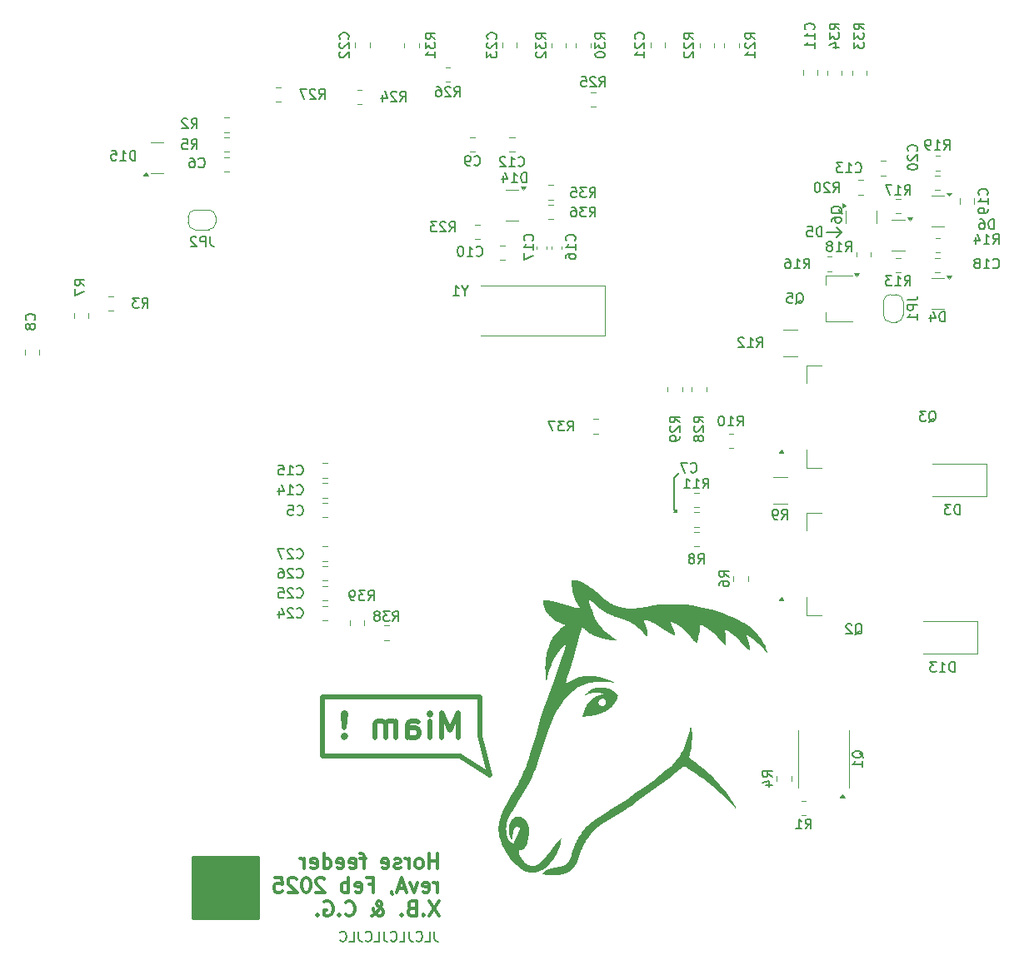
<source format=gbr>
%TF.GenerationSoftware,KiCad,Pcbnew,8.0.8-unknown-202501170223~559b1827ca~ubuntu24.04.1*%
%TF.CreationDate,2025-02-15T19:36:13+01:00*%
%TF.ProjectId,horse_feeder,686f7273-655f-4666-9565-6465722e6b69,rev?*%
%TF.SameCoordinates,Original*%
%TF.FileFunction,Legend,Bot*%
%TF.FilePolarity,Positive*%
%FSLAX46Y46*%
G04 Gerber Fmt 4.6, Leading zero omitted, Abs format (unit mm)*
G04 Created by KiCad (PCBNEW 8.0.8-unknown-202501170223~559b1827ca~ubuntu24.04.1) date 2025-02-15 19:36:13*
%MOMM*%
%LPD*%
G01*
G04 APERTURE LIST*
%ADD10C,0.500000*%
%ADD11C,0.000000*%
%ADD12C,0.150000*%
%ADD13C,0.250000*%
%ADD14C,0.300000*%
%ADD15C,0.120000*%
G04 APERTURE END LIST*
D10*
X150000000Y-120000000D02*
X153000000Y-122000000D01*
D11*
G36*
X161573607Y-102144772D02*
G01*
X161704785Y-102155455D01*
X161834066Y-102173488D01*
X161962612Y-102199523D01*
X162091581Y-102234212D01*
X162222135Y-102278207D01*
X162355434Y-102332161D01*
X162492636Y-102396727D01*
X162634903Y-102472556D01*
X162783395Y-102560301D01*
X162939272Y-102660615D01*
X163103693Y-102774149D01*
X163277819Y-102901557D01*
X163462810Y-103043490D01*
X163659825Y-103200601D01*
X163870027Y-103373542D01*
X164094573Y-103562966D01*
X164428154Y-103842938D01*
X164718592Y-104075653D01*
X164851039Y-104176426D01*
X164976788Y-104267950D01*
X165097203Y-104351081D01*
X165213646Y-104426673D01*
X165327479Y-104495582D01*
X165440067Y-104558662D01*
X165552771Y-104616769D01*
X165666954Y-104670759D01*
X165783979Y-104721485D01*
X165905210Y-104769804D01*
X166032009Y-104816571D01*
X166165738Y-104862641D01*
X166305051Y-104906437D01*
X166443846Y-104944306D01*
X166583112Y-104976243D01*
X166723839Y-105002242D01*
X166867016Y-105022300D01*
X167013632Y-105036411D01*
X167164677Y-105044570D01*
X167321140Y-105046772D01*
X167484011Y-105043013D01*
X167654279Y-105033288D01*
X167832934Y-105017591D01*
X168020964Y-104995919D01*
X168219360Y-104968265D01*
X168429111Y-104934625D01*
X168651207Y-104894995D01*
X168886635Y-104849369D01*
X169265233Y-104774882D01*
X169581816Y-104717653D01*
X169862023Y-104675448D01*
X169996496Y-104659281D01*
X170131490Y-104646031D01*
X170270209Y-104635420D01*
X170415857Y-104627168D01*
X170740762Y-104616622D01*
X171131842Y-104612158D01*
X171614735Y-104611542D01*
X172340477Y-104615520D01*
X172608342Y-104620752D01*
X172831621Y-104629076D01*
X173024380Y-104641190D01*
X173200680Y-104657790D01*
X173374586Y-104679574D01*
X173560162Y-104707241D01*
X173926999Y-104770405D01*
X174302458Y-104845496D01*
X174684121Y-104931660D01*
X175069571Y-105028041D01*
X175842162Y-105248034D01*
X176600890Y-105498637D01*
X177326417Y-105773009D01*
X177670686Y-105916970D01*
X177999403Y-106064309D01*
X178310149Y-106214169D01*
X178600508Y-106365697D01*
X178868062Y-106518037D01*
X179110394Y-106670334D01*
X179302060Y-106804088D01*
X179488276Y-106946924D01*
X179668395Y-107097980D01*
X179841774Y-107256392D01*
X180007769Y-107421298D01*
X180165734Y-107591835D01*
X180315024Y-107767139D01*
X180454996Y-107946347D01*
X180585005Y-108128597D01*
X180704405Y-108313025D01*
X180812553Y-108498769D01*
X180908804Y-108684965D01*
X180992513Y-108870751D01*
X181063035Y-109055263D01*
X181119727Y-109237639D01*
X181161942Y-109417015D01*
X181191212Y-109566567D01*
X181029984Y-109374295D01*
X180900486Y-109224946D01*
X180752362Y-109062730D01*
X180591889Y-108893914D01*
X180425347Y-108724765D01*
X180259012Y-108561552D01*
X180099162Y-108410543D01*
X179952075Y-108278004D01*
X179824029Y-108170204D01*
X179765500Y-108124291D01*
X179705155Y-108078836D01*
X179581833Y-107990958D01*
X179459686Y-107909882D01*
X179344338Y-107838919D01*
X179241415Y-107781381D01*
X179196370Y-107758680D01*
X179156539Y-107740577D01*
X179122628Y-107727486D01*
X179095337Y-107719820D01*
X179075371Y-107717993D01*
X179068354Y-107719399D01*
X179063431Y-107722420D01*
X179062480Y-107723626D01*
X179061713Y-107725148D01*
X179061126Y-107726977D01*
X179060717Y-107729104D01*
X179060483Y-107731519D01*
X179060421Y-107734212D01*
X179060802Y-107740396D01*
X179061834Y-107747579D01*
X179063495Y-107755687D01*
X179065761Y-107764642D01*
X179068608Y-107774369D01*
X179072013Y-107784791D01*
X179075951Y-107795833D01*
X179080399Y-107807418D01*
X179085334Y-107819471D01*
X179090731Y-107831915D01*
X179096567Y-107844674D01*
X179102817Y-107857673D01*
X179109460Y-107870835D01*
X179127240Y-107908400D01*
X179146695Y-107955197D01*
X179189319Y-108071874D01*
X179234708Y-108211635D01*
X179280238Y-108365250D01*
X179323288Y-108523487D01*
X179361234Y-108677116D01*
X179391452Y-108816907D01*
X179402844Y-108878728D01*
X179411320Y-108933628D01*
X179414461Y-108958655D01*
X179417039Y-108983201D01*
X179419057Y-109007187D01*
X179420520Y-109030537D01*
X179421430Y-109053172D01*
X179421793Y-109075014D01*
X179421612Y-109095987D01*
X179420890Y-109116010D01*
X179419632Y-109135008D01*
X179417841Y-109152902D01*
X179415522Y-109169614D01*
X179412678Y-109185067D01*
X179409313Y-109199182D01*
X179405431Y-109211881D01*
X179401035Y-109223088D01*
X179396130Y-109232723D01*
X179392347Y-109238812D01*
X179388442Y-109244221D01*
X179384364Y-109248912D01*
X179382244Y-109250975D01*
X179380061Y-109252842D01*
X179377808Y-109254509D01*
X179375479Y-109255971D01*
X179373067Y-109257221D01*
X179370566Y-109258256D01*
X179367969Y-109259070D01*
X179365269Y-109259658D01*
X179362461Y-109260015D01*
X179359537Y-109260135D01*
X179356490Y-109260014D01*
X179353315Y-109259645D01*
X179350005Y-109259025D01*
X179346553Y-109258148D01*
X179342953Y-109257009D01*
X179339197Y-109255603D01*
X179335280Y-109253924D01*
X179331195Y-109251968D01*
X179322494Y-109247201D01*
X179313042Y-109241263D01*
X179302786Y-109234111D01*
X179291673Y-109225705D01*
X179279652Y-109216004D01*
X179266669Y-109204966D01*
X179252672Y-109192549D01*
X179237609Y-109178714D01*
X179221426Y-109163419D01*
X179204072Y-109146622D01*
X179185494Y-109128282D01*
X179165638Y-109108359D01*
X179121888Y-109063597D01*
X179072400Y-109012006D01*
X179016754Y-108953257D01*
X178954529Y-108887020D01*
X178668784Y-108584054D01*
X178426908Y-108332952D01*
X178219601Y-108125169D01*
X178037561Y-107952161D01*
X177871486Y-107805382D01*
X177791528Y-107739158D01*
X177712073Y-107676287D01*
X177550022Y-107556331D01*
X177376031Y-107436970D01*
X177183582Y-107309896D01*
X177022868Y-107205835D01*
X176910694Y-107135523D01*
X176878061Y-107116379D01*
X176863866Y-107109699D01*
X176862903Y-107110077D01*
X176862148Y-107111196D01*
X176861596Y-107113038D01*
X176861244Y-107115586D01*
X176861126Y-107122723D01*
X176861765Y-107132457D01*
X176863134Y-107144643D01*
X176865206Y-107159131D01*
X176867951Y-107175773D01*
X176871343Y-107194422D01*
X176879954Y-107237150D01*
X176890815Y-107286131D01*
X176903703Y-107340183D01*
X176918397Y-107398121D01*
X176937093Y-107480459D01*
X176953219Y-107572820D01*
X176966783Y-107673089D01*
X176977793Y-107779150D01*
X176992179Y-108000182D01*
X176996441Y-108218987D01*
X176994794Y-108322265D01*
X176990640Y-108418638D01*
X176983987Y-108505989D01*
X176974841Y-108582204D01*
X176963211Y-108645166D01*
X176949105Y-108692759D01*
X176941126Y-108710130D01*
X176932530Y-108722866D01*
X176923320Y-108730701D01*
X176913495Y-108733372D01*
X176911538Y-108732967D01*
X176908939Y-108731765D01*
X176901888Y-108727049D01*
X176892490Y-108719384D01*
X176880894Y-108708929D01*
X176867248Y-108695841D01*
X176851700Y-108680280D01*
X176834399Y-108662405D01*
X176815493Y-108642375D01*
X176773461Y-108596483D01*
X176726789Y-108543876D01*
X176676667Y-108485823D01*
X176624280Y-108423596D01*
X176475256Y-108249802D01*
X176320736Y-108080042D01*
X176162003Y-107915533D01*
X176000340Y-107757494D01*
X175837030Y-107607142D01*
X175673355Y-107465694D01*
X175591782Y-107398690D01*
X175510599Y-107334368D01*
X175429967Y-107272882D01*
X175350045Y-107214382D01*
X175191115Y-107104422D01*
X175032699Y-107001942D01*
X174880141Y-106909791D01*
X174738784Y-106830818D01*
X174613974Y-106767873D01*
X174559443Y-106743302D01*
X174511054Y-106723806D01*
X174469473Y-106709742D01*
X174435368Y-106701465D01*
X174409409Y-106699333D01*
X174399692Y-106700682D01*
X174392262Y-106703701D01*
X174390069Y-106705346D01*
X174387902Y-106707544D01*
X174385765Y-106710280D01*
X174383661Y-106713538D01*
X174381591Y-106717303D01*
X174379559Y-106721557D01*
X174375621Y-106731472D01*
X174371868Y-106743157D01*
X174368323Y-106756483D01*
X174365007Y-106771324D01*
X174361943Y-106787552D01*
X174359154Y-106805038D01*
X174356661Y-106823657D01*
X174354488Y-106843280D01*
X174352655Y-106863780D01*
X174351186Y-106885030D01*
X174350103Y-106906901D01*
X174349428Y-106929267D01*
X174349183Y-106952000D01*
X174346342Y-107045323D01*
X174338327Y-107152280D01*
X174309084Y-107396243D01*
X174266075Y-107662194D01*
X174213919Y-107928439D01*
X174157237Y-108173284D01*
X174100651Y-108375033D01*
X174073837Y-108452967D01*
X174048780Y-108511992D01*
X174026057Y-108549395D01*
X174015751Y-108559142D01*
X174006245Y-108562466D01*
X174004169Y-108561921D01*
X174001258Y-108560305D01*
X173993024Y-108553963D01*
X173981731Y-108543655D01*
X173967566Y-108529594D01*
X173950715Y-108511993D01*
X173931367Y-108491066D01*
X173885925Y-108440090D01*
X173832737Y-108378373D01*
X173773301Y-108307624D01*
X173709113Y-108229553D01*
X173641671Y-108145867D01*
X173430192Y-107885276D01*
X173240580Y-107662285D01*
X173151779Y-107562791D01*
X173065810Y-107470179D01*
X172981796Y-107383609D01*
X172898857Y-107302242D01*
X172816116Y-107225238D01*
X172732694Y-107151757D01*
X172647714Y-107080962D01*
X172560296Y-107012011D01*
X172469564Y-106944066D01*
X172374638Y-106876287D01*
X172274641Y-106807835D01*
X172168694Y-106737870D01*
X172120119Y-106707716D01*
X172064102Y-106675376D01*
X171935579Y-106606743D01*
X171794800Y-106537176D01*
X171653439Y-106471880D01*
X171523170Y-106416061D01*
X171415667Y-106374923D01*
X171374101Y-106361486D01*
X171342604Y-106353672D01*
X171322636Y-106352131D01*
X171317431Y-106353916D01*
X171315655Y-106357514D01*
X171316639Y-106361032D01*
X171319525Y-106368085D01*
X171330613Y-106392032D01*
X171348142Y-106427826D01*
X171371332Y-106473939D01*
X171431583Y-106591010D01*
X171505135Y-106731018D01*
X171549351Y-106817780D01*
X171590961Y-106906038D01*
X171629718Y-106994814D01*
X171665375Y-107083129D01*
X171697686Y-107170005D01*
X171726406Y-107254461D01*
X171751286Y-107335520D01*
X171772082Y-107412202D01*
X171788546Y-107483528D01*
X171800433Y-107548521D01*
X171807495Y-107606200D01*
X171809487Y-107655587D01*
X171806161Y-107695703D01*
X171802428Y-107711979D01*
X171797272Y-107725570D01*
X171790665Y-107736353D01*
X171782574Y-107744207D01*
X171772969Y-107749009D01*
X171761819Y-107750637D01*
X171750000Y-107750000D01*
X171736649Y-107748083D01*
X171705311Y-107740389D01*
X171667720Y-107727507D01*
X171623793Y-107709388D01*
X171573445Y-107685983D01*
X171516591Y-107657245D01*
X171453149Y-107623125D01*
X171383033Y-107583574D01*
X171306160Y-107538544D01*
X171222445Y-107487987D01*
X171131804Y-107431855D01*
X171034153Y-107370098D01*
X170817485Y-107229518D01*
X170571767Y-107065861D01*
X170272278Y-106868325D01*
X170003445Y-106699850D01*
X169762575Y-106559094D01*
X169651785Y-106498691D01*
X169546975Y-106444713D01*
X169447810Y-106396994D01*
X169353953Y-106355366D01*
X169265068Y-106319660D01*
X169180816Y-106289709D01*
X169100863Y-106265344D01*
X169024871Y-106246399D01*
X168952504Y-106232705D01*
X168883425Y-106224095D01*
X168831269Y-106220024D01*
X168782611Y-106217515D01*
X168738517Y-106216534D01*
X168700051Y-106217044D01*
X168668280Y-106219010D01*
X168655238Y-106220529D01*
X168644268Y-106222398D01*
X168635504Y-106224614D01*
X168629079Y-106227171D01*
X168625127Y-106230067D01*
X168624119Y-106231640D01*
X168623780Y-106233296D01*
X168624546Y-106238311D01*
X168626793Y-106246513D01*
X168635427Y-106271739D01*
X168649077Y-106307501D01*
X168667137Y-106352324D01*
X168688999Y-106404732D01*
X168714059Y-106463252D01*
X168741710Y-106526409D01*
X168771346Y-106592728D01*
X168840180Y-106752548D01*
X168870796Y-106829507D01*
X168898848Y-106904371D01*
X168924309Y-106977045D01*
X168947158Y-107047436D01*
X168967369Y-107115448D01*
X168984920Y-107180986D01*
X168999784Y-107243955D01*
X169011940Y-107304260D01*
X169021363Y-107361807D01*
X169028029Y-107416501D01*
X169031914Y-107468246D01*
X169032994Y-107516948D01*
X169031246Y-107562512D01*
X169026644Y-107604843D01*
X169021505Y-107636500D01*
X169015665Y-107667257D01*
X169009218Y-107696890D01*
X169002259Y-107725175D01*
X168994881Y-107751888D01*
X168987177Y-107776803D01*
X168979240Y-107799696D01*
X168971166Y-107820344D01*
X168963046Y-107838520D01*
X168954975Y-107854002D01*
X168947046Y-107866564D01*
X168939353Y-107875982D01*
X168931989Y-107882031D01*
X168928460Y-107883723D01*
X168925048Y-107884488D01*
X168921766Y-107884299D01*
X168918624Y-107883127D01*
X168915635Y-107880945D01*
X168912810Y-107877724D01*
X168772107Y-107692799D01*
X168627312Y-107517555D01*
X168477908Y-107351653D01*
X168323378Y-107194754D01*
X168163208Y-107046522D01*
X167996882Y-106906616D01*
X167823882Y-106774701D01*
X167643694Y-106650437D01*
X167455801Y-106533486D01*
X167259687Y-106423509D01*
X167054836Y-106320170D01*
X166840732Y-106223129D01*
X166616860Y-106132049D01*
X166382703Y-106046591D01*
X166137745Y-105966417D01*
X165881470Y-105891190D01*
X165743256Y-105850690D01*
X165608431Y-105806892D01*
X165476533Y-105759528D01*
X165347096Y-105708329D01*
X165219655Y-105653026D01*
X165093747Y-105593351D01*
X164968906Y-105529034D01*
X164844667Y-105459808D01*
X164720567Y-105385403D01*
X164596141Y-105305551D01*
X164470924Y-105219984D01*
X164344451Y-105128431D01*
X164216258Y-105030626D01*
X164085880Y-104926298D01*
X163952853Y-104815180D01*
X163816712Y-104697003D01*
X163684501Y-104582113D01*
X163555888Y-104473936D01*
X163434826Y-104375491D01*
X163325272Y-104289803D01*
X163231182Y-104219892D01*
X163156510Y-104168781D01*
X163127692Y-104151220D01*
X163105212Y-104139493D01*
X163089565Y-104133976D01*
X163084458Y-104133665D01*
X163081244Y-104135048D01*
X163077017Y-104144437D01*
X163075599Y-104160988D01*
X163080681Y-104213997D01*
X163095459Y-104290924D01*
X163118906Y-104388620D01*
X163187684Y-104633713D01*
X163278780Y-104924072D01*
X163383960Y-105234490D01*
X163494988Y-105539765D01*
X163603630Y-105814690D01*
X163654483Y-105932896D01*
X163701651Y-106034062D01*
X163766795Y-106158807D01*
X163840128Y-106284618D01*
X163921344Y-106411173D01*
X164010138Y-106538151D01*
X164106203Y-106665232D01*
X164209233Y-106792095D01*
X164318922Y-106918418D01*
X164434965Y-107043881D01*
X164557056Y-107168164D01*
X164684888Y-107290945D01*
X164818156Y-107411903D01*
X164956553Y-107530718D01*
X165099775Y-107647068D01*
X165247514Y-107760634D01*
X165399465Y-107871094D01*
X165555321Y-107978127D01*
X165731428Y-108097688D01*
X165807538Y-108150895D01*
X165873274Y-108197968D01*
X165926828Y-108237591D01*
X165966391Y-108268450D01*
X165990154Y-108289231D01*
X165995545Y-108295431D01*
X165996519Y-108297412D01*
X165996308Y-108298619D01*
X165990451Y-108301427D01*
X165979580Y-108303343D01*
X165943825Y-108304636D01*
X165891097Y-108302768D01*
X165823449Y-108298009D01*
X165651603Y-108280904D01*
X165444712Y-108255485D01*
X165219200Y-108223916D01*
X164991491Y-108188363D01*
X164778010Y-108150989D01*
X164595181Y-108113961D01*
X164446430Y-108078818D01*
X164301896Y-108040691D01*
X164161537Y-107999556D01*
X164025309Y-107955394D01*
X163893170Y-107908184D01*
X163765077Y-107857904D01*
X163640988Y-107804533D01*
X163520858Y-107748051D01*
X163404647Y-107688437D01*
X163292310Y-107625669D01*
X163183805Y-107559727D01*
X163079089Y-107490590D01*
X162978119Y-107418236D01*
X162880853Y-107342645D01*
X162787247Y-107263796D01*
X162697259Y-107181668D01*
X162624954Y-107114216D01*
X162561280Y-107057410D01*
X162532716Y-107033025D01*
X162506352Y-107011331D01*
X162482203Y-106992339D01*
X162460283Y-106976060D01*
X162440606Y-106962502D01*
X162423186Y-106951678D01*
X162408038Y-106943596D01*
X162395175Y-106938266D01*
X162384612Y-106935700D01*
X162380198Y-106935456D01*
X162376363Y-106935906D01*
X162373111Y-106937053D01*
X162370442Y-106938896D01*
X162368359Y-106941438D01*
X162366864Y-106944679D01*
X162245359Y-107343390D01*
X162068862Y-107959339D01*
X161885392Y-108621984D01*
X161742964Y-109160778D01*
X161651020Y-109503947D01*
X161532073Y-109917149D01*
X161401491Y-110348383D01*
X161274644Y-110745644D01*
X161013449Y-111548217D01*
X160824191Y-112154944D01*
X160758651Y-112377853D01*
X160713630Y-112543386D01*
X160689974Y-112648738D01*
X160686421Y-112677970D01*
X160688527Y-112691105D01*
X160689930Y-112692036D01*
X160691859Y-112692565D01*
X160694299Y-112692699D01*
X160697235Y-112692447D01*
X160700652Y-112691817D01*
X160704536Y-112690818D01*
X160713643Y-112687743D01*
X160724437Y-112683289D01*
X160736799Y-112677522D01*
X160750611Y-112670508D01*
X160765754Y-112662314D01*
X160782108Y-112653006D01*
X160799555Y-112642649D01*
X160817976Y-112631310D01*
X160837252Y-112619056D01*
X160857264Y-112605952D01*
X160877894Y-112592065D01*
X160899022Y-112577461D01*
X160920529Y-112562207D01*
X161066472Y-112464168D01*
X161221761Y-112372698D01*
X161385358Y-112288029D01*
X161556224Y-112210397D01*
X161733319Y-112140037D01*
X161915605Y-112077183D01*
X162102041Y-112022069D01*
X162291589Y-111974931D01*
X162483211Y-111936002D01*
X162675866Y-111905518D01*
X162868515Y-111883713D01*
X163060120Y-111870823D01*
X163249641Y-111867080D01*
X163436039Y-111872721D01*
X163618275Y-111887979D01*
X163795310Y-111913090D01*
X163984465Y-111952514D01*
X164211567Y-112010413D01*
X164461902Y-112082031D01*
X164720759Y-112162612D01*
X164973426Y-112247402D01*
X165205191Y-112331644D01*
X165401341Y-112410584D01*
X165481464Y-112446579D01*
X165547166Y-112479466D01*
X165739443Y-112582894D01*
X165565261Y-112560265D01*
X165246465Y-112523219D01*
X164939327Y-112496461D01*
X164643444Y-112480061D01*
X164358412Y-112474089D01*
X164083828Y-112478614D01*
X163819288Y-112493706D01*
X163564389Y-112519435D01*
X163318726Y-112555870D01*
X163081897Y-112603083D01*
X162853499Y-112661141D01*
X162633126Y-112730116D01*
X162420376Y-112810077D01*
X162214846Y-112901094D01*
X162016132Y-113003236D01*
X161823829Y-113116574D01*
X161637536Y-113241177D01*
X161543584Y-113311522D01*
X161444759Y-113392342D01*
X161341861Y-113482722D01*
X161235693Y-113581748D01*
X161127055Y-113688506D01*
X161016749Y-113802081D01*
X160905577Y-113921559D01*
X160794339Y-114046025D01*
X160683837Y-114174565D01*
X160574873Y-114306265D01*
X160468248Y-114440210D01*
X160364764Y-114575485D01*
X160265221Y-114711177D01*
X160170421Y-114846371D01*
X160081166Y-114980152D01*
X159998257Y-115111607D01*
X159899704Y-115276680D01*
X159804199Y-115444868D01*
X159711111Y-115617744D01*
X159619807Y-115796880D01*
X159529656Y-115983848D01*
X159440028Y-116180220D01*
X159350289Y-116387569D01*
X159259810Y-116607466D01*
X159167957Y-116841483D01*
X159074101Y-117091193D01*
X158877849Y-117643980D01*
X158666003Y-118278402D01*
X158433509Y-119007038D01*
X158105116Y-120038345D01*
X157843603Y-120818913D01*
X157730648Y-121136081D01*
X157625678Y-121415658D01*
X157525781Y-121666009D01*
X157428046Y-121895497D01*
X157306115Y-122154881D01*
X157144122Y-122471685D01*
X156947190Y-122836911D01*
X156720441Y-123241566D01*
X156468995Y-123676654D01*
X156197976Y-124133181D01*
X155912506Y-124602151D01*
X155617705Y-125074570D01*
X155344390Y-125517539D01*
X155227838Y-125715985D01*
X155123946Y-125901050D01*
X155032157Y-126074216D01*
X154951915Y-126236963D01*
X154882662Y-126390775D01*
X154823842Y-126537133D01*
X154774896Y-126677521D01*
X154735269Y-126813419D01*
X154704404Y-126946310D01*
X154681743Y-127077677D01*
X154666728Y-127209001D01*
X154658805Y-127341764D01*
X154657414Y-127477450D01*
X154661999Y-127617539D01*
X154669158Y-127725507D01*
X154679224Y-127828019D01*
X154692282Y-127925273D01*
X154708417Y-128017466D01*
X154727715Y-128104797D01*
X154750262Y-128187462D01*
X154776143Y-128265659D01*
X154805444Y-128339587D01*
X154838249Y-128409441D01*
X154874644Y-128475421D01*
X154914715Y-128537724D01*
X154958547Y-128596547D01*
X155006225Y-128652088D01*
X155057836Y-128704545D01*
X155113463Y-128754115D01*
X155173194Y-128800995D01*
X155206245Y-128824420D01*
X155237567Y-128844675D01*
X155267102Y-128861762D01*
X155294796Y-128875681D01*
X155320593Y-128886434D01*
X155332763Y-128890623D01*
X155344438Y-128894021D01*
X155355611Y-128896628D01*
X155366275Y-128898443D01*
X155376424Y-128899468D01*
X155386049Y-128899702D01*
X155395145Y-128899146D01*
X155403705Y-128897799D01*
X155411720Y-128895661D01*
X155419186Y-128892733D01*
X155426094Y-128889015D01*
X155432437Y-128884507D01*
X155438210Y-128879209D01*
X155443404Y-128873121D01*
X155448013Y-128866243D01*
X155452030Y-128858576D01*
X155455448Y-128850119D01*
X155458260Y-128840873D01*
X155460459Y-128830838D01*
X155462039Y-128820014D01*
X155462992Y-128808400D01*
X155463311Y-128795998D01*
X155464863Y-128782254D01*
X155469416Y-128762960D01*
X155476816Y-128738470D01*
X155486912Y-128709136D01*
X155499548Y-128675311D01*
X155514572Y-128637347D01*
X155551171Y-128550418D01*
X155595480Y-128451170D01*
X155646273Y-128342427D01*
X155702324Y-128227010D01*
X155762406Y-128107743D01*
X155822488Y-127989107D01*
X155878540Y-127875502D01*
X155929335Y-127769622D01*
X155973645Y-127674164D01*
X156010244Y-127591824D01*
X156037906Y-127525298D01*
X156055402Y-127477281D01*
X156059955Y-127461056D01*
X156061507Y-127450470D01*
X156061104Y-127440129D01*
X156059910Y-127429838D01*
X156057949Y-127419614D01*
X156055247Y-127409477D01*
X156051826Y-127399444D01*
X156047712Y-127389534D01*
X156042928Y-127379764D01*
X156037498Y-127370154D01*
X156031447Y-127360722D01*
X156024799Y-127351485D01*
X156017578Y-127342463D01*
X156009807Y-127333673D01*
X156001512Y-127325133D01*
X155992717Y-127316863D01*
X155983445Y-127308879D01*
X155973720Y-127301201D01*
X155963568Y-127293847D01*
X155953012Y-127286835D01*
X155942076Y-127280183D01*
X155930785Y-127273909D01*
X155919162Y-127268033D01*
X155907231Y-127262572D01*
X155895018Y-127257544D01*
X155882546Y-127252967D01*
X155869839Y-127248861D01*
X155856921Y-127245243D01*
X155843817Y-127242131D01*
X155830551Y-127239544D01*
X155817147Y-127237501D01*
X155803629Y-127236018D01*
X155790021Y-127235115D01*
X155776347Y-127234810D01*
X155754429Y-127235565D01*
X155733078Y-127237839D01*
X155712287Y-127241652D01*
X155692044Y-127247019D01*
X155672341Y-127253959D01*
X155653169Y-127262488D01*
X155634517Y-127272624D01*
X155616378Y-127284384D01*
X155598741Y-127297786D01*
X155581597Y-127312847D01*
X155564937Y-127329583D01*
X155548751Y-127348014D01*
X155533030Y-127368155D01*
X155517765Y-127390024D01*
X155502947Y-127413638D01*
X155488566Y-127439016D01*
X155474612Y-127466173D01*
X155461077Y-127495128D01*
X155447951Y-127525897D01*
X155435224Y-127558498D01*
X155422889Y-127592948D01*
X155410934Y-127629266D01*
X155399351Y-127667467D01*
X155388130Y-127707569D01*
X155377262Y-127749590D01*
X155366738Y-127793546D01*
X155346684Y-127887336D01*
X155327893Y-127989077D01*
X155310290Y-128098908D01*
X155283970Y-128269439D01*
X155260546Y-128410959D01*
X155242569Y-128508732D01*
X155236421Y-128536608D01*
X155232590Y-128548020D01*
X155228001Y-128550022D01*
X155222314Y-128548136D01*
X155215607Y-128542571D01*
X155207957Y-128533533D01*
X155190136Y-128505870D01*
X155169466Y-128466812D01*
X155146563Y-128418019D01*
X155122044Y-128361153D01*
X155096525Y-128297877D01*
X155070621Y-128229852D01*
X155020125Y-128086205D01*
X154996765Y-128013906D01*
X154975485Y-127943507D01*
X154956900Y-127876669D01*
X154941628Y-127815054D01*
X154930284Y-127760324D01*
X154923484Y-127714142D01*
X154915419Y-127593872D01*
X154915981Y-127472995D01*
X154924769Y-127352393D01*
X154941381Y-127232951D01*
X154965417Y-127115554D01*
X154996475Y-127001085D01*
X155034153Y-126890428D01*
X155078052Y-126784468D01*
X155127769Y-126684088D01*
X155182903Y-126590173D01*
X155243053Y-126503607D01*
X155307818Y-126425274D01*
X155376796Y-126356058D01*
X155449588Y-126296843D01*
X155487287Y-126271262D01*
X155525790Y-126248513D01*
X155565045Y-126228706D01*
X155605002Y-126211952D01*
X155647304Y-126197716D01*
X155690448Y-126186520D01*
X155734332Y-126178305D01*
X155778857Y-126173012D01*
X155823921Y-126170580D01*
X155869425Y-126170950D01*
X155915268Y-126174063D01*
X155961349Y-126179857D01*
X156007567Y-126188275D01*
X156053823Y-126199255D01*
X156100015Y-126212738D01*
X156146043Y-126228664D01*
X156191806Y-126246974D01*
X156237205Y-126267607D01*
X156282138Y-126290505D01*
X156326505Y-126315606D01*
X156370205Y-126342853D01*
X156413138Y-126372183D01*
X156455203Y-126403539D01*
X156496300Y-126436860D01*
X156536328Y-126472086D01*
X156575186Y-126509158D01*
X156612775Y-126548016D01*
X156648993Y-126588600D01*
X156683740Y-126630850D01*
X156716916Y-126674707D01*
X156748420Y-126720111D01*
X156778151Y-126767001D01*
X156806008Y-126815319D01*
X156831892Y-126865005D01*
X156855702Y-126915998D01*
X156877337Y-126968239D01*
X156908095Y-127061106D01*
X156933136Y-127165396D01*
X156952558Y-127279681D01*
X156966457Y-127402533D01*
X156974931Y-127532525D01*
X156978075Y-127668230D01*
X156975988Y-127808220D01*
X156968765Y-127951067D01*
X156956504Y-128095345D01*
X156939302Y-128239626D01*
X156917255Y-128382483D01*
X156890460Y-128522487D01*
X156859014Y-128658212D01*
X156823014Y-128788230D01*
X156782557Y-128911114D01*
X156737740Y-129025437D01*
X156703647Y-129099934D01*
X156667144Y-129170195D01*
X156628455Y-129236039D01*
X156587802Y-129297282D01*
X156545408Y-129353742D01*
X156501496Y-129405237D01*
X156456289Y-129451585D01*
X156410009Y-129492602D01*
X156362880Y-129528106D01*
X156339066Y-129543734D01*
X156315123Y-129557915D01*
X156291079Y-129570627D01*
X156266962Y-129581847D01*
X156242799Y-129591552D01*
X156218619Y-129599719D01*
X156194449Y-129606325D01*
X156170317Y-129611348D01*
X156146251Y-129614765D01*
X156122279Y-129616553D01*
X156098429Y-129616688D01*
X156074728Y-129615150D01*
X156051204Y-129611913D01*
X156027886Y-129606957D01*
X156009261Y-129602362D01*
X155992978Y-129598701D01*
X155985679Y-129597305D01*
X155978922Y-129596241D01*
X155972693Y-129595544D01*
X155966977Y-129595247D01*
X155961761Y-129595382D01*
X155957028Y-129595984D01*
X155952766Y-129597084D01*
X155948960Y-129598717D01*
X155945595Y-129600915D01*
X155942656Y-129603712D01*
X155940130Y-129607140D01*
X155938001Y-129611234D01*
X155936256Y-129616026D01*
X155934880Y-129621549D01*
X155933859Y-129627837D01*
X155933177Y-129634923D01*
X155932821Y-129642839D01*
X155932777Y-129651620D01*
X155933029Y-129661298D01*
X155933563Y-129671906D01*
X155935421Y-129696047D01*
X155938234Y-129724307D01*
X155946267Y-129794251D01*
X155955596Y-129857144D01*
X155968627Y-129920328D01*
X155985211Y-129983652D01*
X156005200Y-130046966D01*
X156028445Y-130110121D01*
X156054798Y-130172967D01*
X156116238Y-130297135D01*
X156188334Y-130418270D01*
X156269901Y-130535176D01*
X156359753Y-130646654D01*
X156456705Y-130751508D01*
X156559572Y-130848539D01*
X156667168Y-130936549D01*
X156778309Y-131014342D01*
X156891808Y-131080719D01*
X156949072Y-131109252D01*
X157006482Y-131134482D01*
X157063888Y-131156259D01*
X157121143Y-131174434D01*
X157178099Y-131188857D01*
X157234608Y-131199378D01*
X157290521Y-131205847D01*
X157345690Y-131208115D01*
X157395242Y-131206686D01*
X157445197Y-131202128D01*
X157495601Y-131194404D01*
X157546497Y-131183473D01*
X157597928Y-131169296D01*
X157649940Y-131151835D01*
X157702576Y-131131049D01*
X157755880Y-131106899D01*
X157809896Y-131079347D01*
X157864669Y-131048353D01*
X157920241Y-131013877D01*
X157976658Y-130975881D01*
X158033963Y-130934325D01*
X158092200Y-130889170D01*
X158211647Y-130787906D01*
X158335352Y-130671774D01*
X158463665Y-130540461D01*
X158596940Y-130393653D01*
X158735528Y-130231034D01*
X158879782Y-130052292D01*
X159030054Y-129857113D01*
X159186695Y-129645181D01*
X159350058Y-129416184D01*
X159435808Y-129296059D01*
X159525743Y-129173731D01*
X159617182Y-129052610D01*
X159707448Y-128936108D01*
X159793861Y-128827635D01*
X159873741Y-128730603D01*
X159944410Y-128648422D01*
X160003190Y-128584503D01*
X160255025Y-128324387D01*
X160233264Y-128644844D01*
X160212003Y-128831906D01*
X160173769Y-129025625D01*
X160119560Y-129224407D01*
X160050375Y-129426659D01*
X159967211Y-129630789D01*
X159871067Y-129835204D01*
X159762942Y-130038310D01*
X159643833Y-130238515D01*
X159514741Y-130434226D01*
X159376662Y-130623850D01*
X159230595Y-130805793D01*
X159077539Y-130978464D01*
X158918492Y-131140268D01*
X158754453Y-131289614D01*
X158586420Y-131424907D01*
X158415391Y-131544556D01*
X158314734Y-131606035D01*
X158212080Y-131661760D01*
X158107765Y-131711678D01*
X158002128Y-131755734D01*
X157895505Y-131793875D01*
X157788234Y-131826049D01*
X157680653Y-131852200D01*
X157573099Y-131872277D01*
X157465910Y-131886224D01*
X157359423Y-131893990D01*
X157253976Y-131895520D01*
X157149906Y-131890760D01*
X157047551Y-131879659D01*
X156947248Y-131862161D01*
X156849335Y-131838213D01*
X156754149Y-131807762D01*
X156754746Y-131807747D01*
X156637737Y-131760266D01*
X156515819Y-131700559D01*
X156389807Y-131629365D01*
X156260516Y-131547419D01*
X156128760Y-131455461D01*
X155995355Y-131354226D01*
X155861116Y-131244453D01*
X155726857Y-131126878D01*
X155593394Y-131002239D01*
X155461541Y-130871273D01*
X155332113Y-130734718D01*
X155205925Y-130593311D01*
X155083793Y-130447788D01*
X154966531Y-130298888D01*
X154854954Y-130147348D01*
X154749877Y-129993904D01*
X154630938Y-129804612D01*
X154519821Y-129610061D01*
X154416777Y-129411202D01*
X154322055Y-129208985D01*
X154235908Y-129004361D01*
X154158584Y-128798281D01*
X154090334Y-128591695D01*
X154031410Y-128385556D01*
X153982062Y-128180812D01*
X153942539Y-127978415D01*
X153913093Y-127779316D01*
X153893974Y-127584465D01*
X153885433Y-127394814D01*
X153887720Y-127211312D01*
X153901085Y-127034911D01*
X153925780Y-126866562D01*
X153954524Y-126728875D01*
X153990917Y-126584351D01*
X154034982Y-126432944D01*
X154086740Y-126274605D01*
X154146213Y-126109286D01*
X154213422Y-125936941D01*
X154288389Y-125757522D01*
X154371136Y-125570980D01*
X154461685Y-125377268D01*
X154560057Y-125176339D01*
X154666274Y-124968145D01*
X154780358Y-124752639D01*
X155032212Y-124299497D01*
X155315795Y-123816532D01*
X155688007Y-123180190D01*
X155854691Y-122878854D01*
X156010920Y-122582487D01*
X156158562Y-122286400D01*
X156299485Y-121985900D01*
X156435559Y-121676299D01*
X156568654Y-121352906D01*
X156700636Y-121011030D01*
X156833377Y-120645982D01*
X156968743Y-120253070D01*
X157108605Y-119827604D01*
X157409291Y-118860251D01*
X157750386Y-117706398D01*
X158130621Y-116424594D01*
X158466030Y-115356126D01*
X158626659Y-114871980D01*
X158787762Y-114405272D01*
X159126971Y-113476311D01*
X159610303Y-112127278D01*
X160155067Y-110521003D01*
X160591826Y-109168294D01*
X160716753Y-108746653D01*
X160746588Y-108627446D01*
X160751139Y-108579956D01*
X160746550Y-108578860D01*
X160738919Y-108581473D01*
X160728414Y-108587611D01*
X160715204Y-108597091D01*
X160681343Y-108625344D01*
X160638683Y-108664762D01*
X160588571Y-108713876D01*
X160532355Y-108771217D01*
X160407001Y-108904707D01*
X160273401Y-109053481D01*
X160142334Y-109205790D01*
X160081119Y-109279597D01*
X160024580Y-109349882D01*
X159974065Y-109415174D01*
X159930920Y-109474007D01*
X159851457Y-109590767D01*
X159771981Y-109716323D01*
X159692866Y-109849816D01*
X159614486Y-109990386D01*
X159537214Y-110137176D01*
X159461424Y-110289326D01*
X159387491Y-110445979D01*
X159315788Y-110606274D01*
X159246689Y-110769353D01*
X159180569Y-110934359D01*
X159117800Y-111100431D01*
X159058756Y-111266711D01*
X159003813Y-111432340D01*
X158953342Y-111596460D01*
X158907720Y-111758212D01*
X158867318Y-111916737D01*
X158814184Y-112135452D01*
X158773059Y-112301293D01*
X158740489Y-112429482D01*
X158707669Y-112258564D01*
X158695324Y-112183233D01*
X158684068Y-112092640D01*
X158664996Y-111873666D01*
X158650805Y-111617648D01*
X158641849Y-111340587D01*
X158638480Y-111058488D01*
X158641052Y-110787352D01*
X158649917Y-110543183D01*
X158665429Y-110341984D01*
X158684748Y-110184195D01*
X158708496Y-110024222D01*
X158736454Y-109862795D01*
X158768400Y-109700644D01*
X158804116Y-109538501D01*
X158843379Y-109377096D01*
X158931671Y-109059423D01*
X158980259Y-108904616D01*
X159031514Y-108753470D01*
X159085216Y-108606715D01*
X159141144Y-108465082D01*
X159199080Y-108329302D01*
X159258801Y-108200104D01*
X159320088Y-108078221D01*
X159382722Y-107964382D01*
X159424436Y-107897505D01*
X159475878Y-107823974D01*
X159535758Y-107745102D01*
X159602784Y-107662206D01*
X159675666Y-107576598D01*
X159753113Y-107489593D01*
X159833836Y-107402506D01*
X159916542Y-107316652D01*
X159999942Y-107233343D01*
X160082744Y-107153895D01*
X160163659Y-107079623D01*
X160241396Y-107011840D01*
X160314664Y-106951861D01*
X160382172Y-106901000D01*
X160442630Y-106860572D01*
X160494748Y-106831890D01*
X160531133Y-106814261D01*
X160565098Y-106796812D01*
X160595897Y-106779997D01*
X160622787Y-106764272D01*
X160645020Y-106750089D01*
X160654158Y-106743718D01*
X160661853Y-106737903D01*
X160668011Y-106732701D01*
X160672539Y-106728169D01*
X160675344Y-106724363D01*
X160676071Y-106722750D01*
X160676333Y-106721340D01*
X160676126Y-106719977D01*
X160675450Y-106718491D01*
X160674317Y-106716888D01*
X160672740Y-106715173D01*
X160670729Y-106713350D01*
X160668296Y-106711425D01*
X160662212Y-106707289D01*
X160654582Y-106702806D01*
X160645498Y-106698016D01*
X160635053Y-106692960D01*
X160623342Y-106687680D01*
X160610457Y-106682214D01*
X160596491Y-106676606D01*
X160581538Y-106670894D01*
X160565692Y-106665120D01*
X160549045Y-106659325D01*
X160531691Y-106653550D01*
X160513723Y-106647834D01*
X160495234Y-106642220D01*
X160445512Y-106626289D01*
X160390928Y-106606628D01*
X160332196Y-106583603D01*
X160270034Y-106557579D01*
X160138286Y-106497990D01*
X160001415Y-106430780D01*
X159865154Y-106358869D01*
X159735235Y-106285175D01*
X159617390Y-106212618D01*
X159564786Y-106177678D01*
X159517350Y-106144116D01*
X159467028Y-106105515D01*
X159413396Y-106061312D01*
X159357126Y-106012230D01*
X159298895Y-105958993D01*
X159239376Y-105902323D01*
X159179243Y-105842945D01*
X159119171Y-105781581D01*
X159059834Y-105718956D01*
X159001907Y-105655792D01*
X158946064Y-105592813D01*
X158892979Y-105530742D01*
X158843327Y-105470303D01*
X158797782Y-105412220D01*
X158757018Y-105357215D01*
X158721710Y-105306012D01*
X158692532Y-105259335D01*
X158663815Y-105208320D01*
X158635941Y-105154844D01*
X158609048Y-105099339D01*
X158583278Y-105042238D01*
X158558767Y-104983973D01*
X158535657Y-104924975D01*
X158514087Y-104865678D01*
X158494195Y-104806514D01*
X158476122Y-104747914D01*
X158460006Y-104690312D01*
X158445988Y-104634139D01*
X158434205Y-104579828D01*
X158424799Y-104527811D01*
X158417907Y-104478520D01*
X158413670Y-104432388D01*
X158412226Y-104389847D01*
X158412226Y-104204262D01*
X158609708Y-104204262D01*
X158711147Y-104206053D01*
X158817043Y-104211618D01*
X158928702Y-104221250D01*
X159047426Y-104235240D01*
X159174519Y-104253877D01*
X159311286Y-104277454D01*
X159459030Y-104306261D01*
X159619054Y-104340590D01*
X159792664Y-104380731D01*
X159981162Y-104426975D01*
X160408040Y-104538937D01*
X160910119Y-104678806D01*
X161497830Y-104848908D01*
X161743774Y-104918712D01*
X161948651Y-104972402D01*
X162029004Y-104991552D01*
X162091069Y-105004689D01*
X162132171Y-105011152D01*
X162144026Y-105011675D01*
X162149638Y-105010281D01*
X162150541Y-105008627D01*
X162150877Y-105006064D01*
X162150659Y-105002616D01*
X162149899Y-104998307D01*
X162146802Y-104987205D01*
X162141683Y-104972956D01*
X162134642Y-104955754D01*
X162125776Y-104935796D01*
X162115183Y-104913277D01*
X162102962Y-104888396D01*
X162074029Y-104832325D01*
X162039761Y-104769151D01*
X162000946Y-104700445D01*
X161958367Y-104627774D01*
X161883203Y-104498041D01*
X161813138Y-104369400D01*
X161748128Y-104241704D01*
X161688128Y-104114811D01*
X161633096Y-103988574D01*
X161582986Y-103862849D01*
X161537756Y-103737492D01*
X161497361Y-103612358D01*
X161461757Y-103487302D01*
X161430901Y-103362180D01*
X161404748Y-103236847D01*
X161383255Y-103111158D01*
X161366377Y-102984968D01*
X161354071Y-102858134D01*
X161346293Y-102730510D01*
X161342999Y-102601952D01*
X161338599Y-102131943D01*
X161573607Y-102144772D01*
G37*
D12*
X172000000Y-95250000D02*
X171750000Y-95250000D01*
X188750000Y-66750000D02*
X188250000Y-67250000D01*
D10*
X153000000Y-122000000D02*
X152000000Y-118000000D01*
X136000000Y-114000000D02*
X136000000Y-120000000D01*
D12*
X171750000Y-91750000D02*
X172250000Y-91250000D01*
D11*
G36*
X173431391Y-117035007D02*
G01*
X173434858Y-117038115D01*
X173438526Y-117043482D01*
X173446402Y-117060653D01*
X173454897Y-117085849D01*
X173463887Y-117118402D01*
X173473250Y-117157642D01*
X173482862Y-117202899D01*
X173492600Y-117253503D01*
X173511961Y-117368076D01*
X173530348Y-117496003D01*
X173546775Y-117631927D01*
X173553946Y-117701215D01*
X173560258Y-117770493D01*
X173566861Y-117879043D01*
X173569347Y-117997929D01*
X173567869Y-118125963D01*
X173562582Y-118261960D01*
X173541201Y-118553093D01*
X173506444Y-118861836D01*
X173459548Y-119178698D01*
X173401754Y-119494186D01*
X173334300Y-119798808D01*
X173297337Y-119944079D01*
X173258424Y-120083073D01*
X173256597Y-120090340D01*
X173255423Y-120097645D01*
X173254956Y-120105041D01*
X173255255Y-120112582D01*
X173256374Y-120120321D01*
X173258370Y-120128312D01*
X173261299Y-120136607D01*
X173265218Y-120145260D01*
X173270184Y-120154324D01*
X173276251Y-120163854D01*
X173283477Y-120173901D01*
X173291917Y-120184519D01*
X173301629Y-120195762D01*
X173312668Y-120207684D01*
X173325091Y-120220336D01*
X173338953Y-120233773D01*
X173354312Y-120248048D01*
X173371223Y-120263214D01*
X173389743Y-120279325D01*
X173409929Y-120296434D01*
X173455519Y-120333858D01*
X173508446Y-120375914D01*
X173569158Y-120423028D01*
X173638107Y-120475626D01*
X173715742Y-120534136D01*
X173802514Y-120598984D01*
X174099241Y-120823619D01*
X174386614Y-121048267D01*
X174662266Y-121270915D01*
X174923830Y-121489548D01*
X175168940Y-121702151D01*
X175395229Y-121906712D01*
X175600331Y-122101215D01*
X175781880Y-122283646D01*
X175979233Y-122494169D01*
X176191582Y-122730157D01*
X176412142Y-122983475D01*
X176634131Y-123245985D01*
X176850765Y-123509552D01*
X177055260Y-123766040D01*
X177240833Y-124007313D01*
X177400700Y-124225235D01*
X177516297Y-124394913D01*
X177635470Y-124582177D01*
X177751714Y-124775286D01*
X177858524Y-124962497D01*
X177949395Y-125132072D01*
X178017822Y-125272267D01*
X178041586Y-125327679D01*
X178057299Y-125371343D01*
X178064149Y-125401791D01*
X178063996Y-125411601D01*
X178061322Y-125417557D01*
X178059929Y-125418249D01*
X178057923Y-125418175D01*
X178055321Y-125417354D01*
X178052139Y-125415803D01*
X178048394Y-125413538D01*
X178044104Y-125410578D01*
X178033955Y-125402640D01*
X178021828Y-125392127D01*
X178007858Y-125379178D01*
X177992182Y-125363932D01*
X177974935Y-125346528D01*
X177956254Y-125327105D01*
X177936273Y-125305801D01*
X177915130Y-125282755D01*
X177892960Y-125258106D01*
X177869898Y-125231993D01*
X177846082Y-125204554D01*
X177821646Y-125175929D01*
X177796727Y-125146256D01*
X177682150Y-125013292D01*
X177550795Y-124869087D01*
X177404023Y-124714872D01*
X177243198Y-124551878D01*
X176884835Y-124204478D01*
X176486606Y-123836738D01*
X176059409Y-123458507D01*
X175614143Y-123079634D01*
X175161708Y-122709970D01*
X174713002Y-122359364D01*
X174568107Y-122252602D01*
X174384871Y-122123295D01*
X174173593Y-121978295D01*
X173944569Y-121824451D01*
X173708096Y-121668614D01*
X173474471Y-121517634D01*
X173253991Y-121378362D01*
X173056954Y-121257649D01*
X172682755Y-121033077D01*
X172280816Y-121396092D01*
X172079773Y-121574697D01*
X171872919Y-121752375D01*
X171657096Y-121931628D01*
X171429143Y-122114959D01*
X171185900Y-122304870D01*
X170924208Y-122503864D01*
X170640905Y-122714444D01*
X170332833Y-122939114D01*
X169527775Y-123525202D01*
X168581507Y-124218750D01*
X167763183Y-124811813D01*
X167398123Y-125069270D01*
X167063268Y-125300130D01*
X166759219Y-125503984D01*
X166486580Y-125680422D01*
X166245952Y-125829034D01*
X166037938Y-125949410D01*
X165482257Y-126264452D01*
X164995264Y-126556508D01*
X164570203Y-126830606D01*
X164378785Y-126962491D01*
X164200317Y-127091771D01*
X164033954Y-127219076D01*
X163878851Y-127345032D01*
X163734165Y-127470270D01*
X163599050Y-127595416D01*
X163472662Y-127721100D01*
X163354156Y-127847949D01*
X163242689Y-127976593D01*
X163137416Y-128107659D01*
X163052635Y-128218583D01*
X162974485Y-128323870D01*
X162902198Y-128425026D01*
X162835005Y-128523557D01*
X162772136Y-128620969D01*
X162712822Y-128718770D01*
X162656295Y-128818464D01*
X162601786Y-128921560D01*
X162548525Y-129029561D01*
X162495743Y-129143976D01*
X162442672Y-129266311D01*
X162388542Y-129398070D01*
X162332584Y-129540762D01*
X162274030Y-129695892D01*
X162146056Y-130049492D01*
X162048173Y-130317698D01*
X161956598Y-130551412D01*
X161869191Y-130754800D01*
X161826382Y-130846425D01*
X161783811Y-130932030D01*
X161741211Y-131012137D01*
X161698314Y-131087267D01*
X161654854Y-131157940D01*
X161610561Y-131224677D01*
X161565169Y-131288000D01*
X161518410Y-131348428D01*
X161470015Y-131406483D01*
X161419718Y-131462685D01*
X161370345Y-131514071D01*
X161319383Y-131563263D01*
X161266762Y-131610302D01*
X161212409Y-131655228D01*
X161156252Y-131698082D01*
X161098221Y-131738906D01*
X161038244Y-131777739D01*
X160976248Y-131814623D01*
X160912164Y-131849599D01*
X160845918Y-131882707D01*
X160777439Y-131913988D01*
X160706656Y-131943483D01*
X160633497Y-131971232D01*
X160557890Y-131997278D01*
X160479765Y-132021660D01*
X160399049Y-132044419D01*
X160333020Y-132059377D01*
X160252383Y-132073120D01*
X160054862Y-132096706D01*
X159821632Y-132114672D01*
X159567844Y-132126516D01*
X159308647Y-132131732D01*
X159059190Y-132129817D01*
X158834623Y-132120267D01*
X158736407Y-132112471D01*
X158650094Y-132102577D01*
X158650096Y-132102509D01*
X158590160Y-132093890D01*
X158533404Y-132085008D01*
X158481128Y-132076117D01*
X158434637Y-132067471D01*
X158395231Y-132059324D01*
X158364214Y-132051931D01*
X158342888Y-132045545D01*
X158336266Y-132042809D01*
X158332555Y-132040421D01*
X158329838Y-132036076D01*
X158329003Y-132030457D01*
X158329970Y-132023633D01*
X158332661Y-132015676D01*
X158336998Y-132006659D01*
X158342902Y-131996651D01*
X158350295Y-131985726D01*
X158359099Y-131973953D01*
X158380624Y-131948154D01*
X158406852Y-131919825D01*
X158437156Y-131889538D01*
X158470908Y-131857865D01*
X158507483Y-131825376D01*
X158546252Y-131792644D01*
X158586590Y-131760240D01*
X158627870Y-131728735D01*
X158669465Y-131698702D01*
X158710747Y-131670712D01*
X158751091Y-131645336D01*
X158789870Y-131623146D01*
X158832437Y-131601226D01*
X158877800Y-131579978D01*
X158926210Y-131559335D01*
X158977917Y-131539232D01*
X159033174Y-131519600D01*
X159092232Y-131500374D01*
X159155341Y-131481486D01*
X159222754Y-131462871D01*
X159294721Y-131444460D01*
X159371493Y-131426188D01*
X159453323Y-131407988D01*
X159540461Y-131389793D01*
X159731667Y-131353151D01*
X159947121Y-131315727D01*
X160034990Y-131300445D01*
X160117080Y-131284730D01*
X160193753Y-131268432D01*
X160265370Y-131251403D01*
X160332289Y-131233493D01*
X160394872Y-131214552D01*
X160453478Y-131194431D01*
X160508469Y-131172980D01*
X160560204Y-131150049D01*
X160609043Y-131125490D01*
X160655347Y-131099152D01*
X160699477Y-131070887D01*
X160741791Y-131040544D01*
X160782652Y-131007974D01*
X160822418Y-130973027D01*
X160861451Y-130935555D01*
X160898808Y-130897649D01*
X160932641Y-130861621D01*
X160963644Y-130825958D01*
X160978301Y-130807791D01*
X160992512Y-130789147D01*
X161006362Y-130769838D01*
X161019938Y-130749675D01*
X161033327Y-130728469D01*
X161046617Y-130706030D01*
X161059893Y-130682169D01*
X161073243Y-130656697D01*
X161086752Y-130629425D01*
X161100509Y-130600165D01*
X161114600Y-130568726D01*
X161129111Y-130534920D01*
X161159742Y-130459449D01*
X161193097Y-130372240D01*
X161229869Y-130271779D01*
X161270753Y-130156554D01*
X161316442Y-130025051D01*
X161425015Y-129707161D01*
X161554000Y-129337274D01*
X161673437Y-129018079D01*
X161787814Y-128740534D01*
X161844509Y-128614555D01*
X161901622Y-128495599D01*
X161959714Y-128382535D01*
X162019348Y-128274234D01*
X162081083Y-128169564D01*
X162145482Y-128067397D01*
X162213105Y-127966602D01*
X162284513Y-127866049D01*
X162440930Y-127661148D01*
X162554919Y-127520063D01*
X162665776Y-127388504D01*
X162776021Y-127264530D01*
X162888176Y-127146201D01*
X163004762Y-127031577D01*
X163128299Y-126918718D01*
X163261309Y-126805684D01*
X163406314Y-126690535D01*
X163565833Y-126571330D01*
X163742388Y-126446130D01*
X163938500Y-126312995D01*
X164156690Y-126169984D01*
X164399480Y-126015157D01*
X164669390Y-125846574D01*
X165300654Y-125460381D01*
X166095119Y-124962709D01*
X166958447Y-124394332D01*
X167850723Y-123783971D01*
X168732036Y-123160350D01*
X169562469Y-122552188D01*
X170302112Y-121988209D01*
X170911048Y-121497134D01*
X171349366Y-121107685D01*
X171534291Y-120924083D01*
X171706526Y-120743378D01*
X171866878Y-120564116D01*
X172016152Y-120384841D01*
X172155156Y-120204101D01*
X172284695Y-120020439D01*
X172405576Y-119832402D01*
X172518605Y-119638535D01*
X172624589Y-119437385D01*
X172724334Y-119227495D01*
X172818647Y-119007413D01*
X172908333Y-118775683D01*
X172994200Y-118530852D01*
X173077054Y-118271464D01*
X173157701Y-117996065D01*
X173236947Y-117703202D01*
X173304123Y-117449991D01*
X173361993Y-117239773D01*
X173404384Y-117094443D01*
X173417846Y-117052953D01*
X173425122Y-117035897D01*
X173428141Y-117034239D01*
X173431391Y-117035007D01*
G37*
D10*
X136000000Y-114000000D02*
X152000000Y-114000000D01*
D12*
X187250000Y-66750000D02*
X188750000Y-66750000D01*
D11*
G36*
X164447317Y-113056928D02*
G01*
X164616932Y-113075667D01*
X164785390Y-113106361D01*
X164951735Y-113148869D01*
X165115016Y-113203052D01*
X165274278Y-113268772D01*
X165428567Y-113345888D01*
X165576930Y-113434262D01*
X165718413Y-113533753D01*
X165852063Y-113644223D01*
X166077925Y-113846520D01*
X165984585Y-114071038D01*
X165941777Y-114169156D01*
X165895895Y-114264920D01*
X165846968Y-114358312D01*
X165795022Y-114449314D01*
X165740084Y-114537906D01*
X165682183Y-114624071D01*
X165621346Y-114707788D01*
X165557598Y-114789041D01*
X165490969Y-114867810D01*
X165421485Y-114944077D01*
X165349173Y-115017823D01*
X165274061Y-115089030D01*
X165196176Y-115157678D01*
X165115545Y-115223750D01*
X165032196Y-115287227D01*
X164946155Y-115348089D01*
X164857450Y-115406320D01*
X164766109Y-115461899D01*
X164672158Y-115514809D01*
X164575625Y-115565031D01*
X164476537Y-115612545D01*
X164374921Y-115657335D01*
X164270805Y-115699380D01*
X164164216Y-115738663D01*
X163943728Y-115808867D01*
X163713675Y-115867798D01*
X163474274Y-115915307D01*
X163225745Y-115951245D01*
X162804966Y-115999285D01*
X162664955Y-116012720D01*
X162563860Y-116019422D01*
X162495679Y-116019635D01*
X162472056Y-116017384D01*
X162454410Y-116013601D01*
X162441991Y-116008318D01*
X162434050Y-116001563D01*
X162429835Y-115993369D01*
X162428597Y-115983765D01*
X162428635Y-115983719D01*
X162430751Y-115954820D01*
X162436847Y-115916515D01*
X162446549Y-115869969D01*
X162459483Y-115816348D01*
X162493550Y-115692539D01*
X162536049Y-115554405D01*
X162583985Y-115411265D01*
X162634363Y-115272436D01*
X162684185Y-115147239D01*
X162707952Y-115092664D01*
X162730456Y-115044991D01*
X162794227Y-114922199D01*
X162860001Y-114807147D01*
X162928153Y-114699527D01*
X162999061Y-114599030D01*
X163005083Y-114591410D01*
X164052247Y-114591410D01*
X164052389Y-114611874D01*
X164053888Y-114632157D01*
X164056736Y-114652218D01*
X164060928Y-114672016D01*
X164066455Y-114691510D01*
X164073310Y-114710659D01*
X164081487Y-114729422D01*
X164090977Y-114747757D01*
X164101773Y-114765625D01*
X164113869Y-114782982D01*
X164127256Y-114799790D01*
X164141929Y-114816006D01*
X164157878Y-114831589D01*
X164175098Y-114846499D01*
X164193581Y-114860694D01*
X164213320Y-114874134D01*
X164234307Y-114886777D01*
X164256535Y-114898582D01*
X164279998Y-114909508D01*
X164311596Y-114923104D01*
X164339910Y-114934835D01*
X164365377Y-114944677D01*
X164388434Y-114952604D01*
X164409516Y-114958591D01*
X164419453Y-114960848D01*
X164429060Y-114962612D01*
X164438392Y-114963877D01*
X164447504Y-114964642D01*
X164456450Y-114964902D01*
X164465284Y-114964656D01*
X164474061Y-114963899D01*
X164482836Y-114962628D01*
X164491663Y-114960841D01*
X164500597Y-114958534D01*
X164509692Y-114955704D01*
X164519003Y-114952347D01*
X164538492Y-114944044D01*
X164559500Y-114933597D01*
X164582464Y-114920983D01*
X164607820Y-114906175D01*
X164636004Y-114889149D01*
X164636008Y-114889130D01*
X164650476Y-114880052D01*
X164664296Y-114870856D01*
X164677472Y-114861529D01*
X164690009Y-114852059D01*
X164701913Y-114842434D01*
X164713189Y-114832640D01*
X164723842Y-114822666D01*
X164733876Y-114812499D01*
X164743297Y-114802126D01*
X164752110Y-114791534D01*
X164760320Y-114780712D01*
X164767932Y-114769647D01*
X164774951Y-114758325D01*
X164781383Y-114746736D01*
X164787232Y-114734865D01*
X164792503Y-114722701D01*
X164797201Y-114710231D01*
X164801332Y-114697442D01*
X164804900Y-114684323D01*
X164807911Y-114670859D01*
X164810370Y-114657040D01*
X164812282Y-114642852D01*
X164813651Y-114628283D01*
X164814483Y-114613320D01*
X164814783Y-114597951D01*
X164814557Y-114582163D01*
X164813808Y-114565944D01*
X164812542Y-114549281D01*
X164810765Y-114532161D01*
X164808481Y-114514573D01*
X164802413Y-114477940D01*
X164796461Y-114451354D01*
X164788868Y-114425997D01*
X164779712Y-114401886D01*
X164769068Y-114379041D01*
X164757013Y-114357478D01*
X164743623Y-114337218D01*
X164728975Y-114318278D01*
X164713145Y-114300676D01*
X164696209Y-114284432D01*
X164678244Y-114269562D01*
X164659326Y-114256087D01*
X164639532Y-114244023D01*
X164618938Y-114233390D01*
X164597620Y-114224206D01*
X164575654Y-114216489D01*
X164553118Y-114210257D01*
X164530087Y-114205530D01*
X164506638Y-114202325D01*
X164482847Y-114200660D01*
X164458791Y-114200555D01*
X164434545Y-114202027D01*
X164410187Y-114205095D01*
X164385793Y-114209778D01*
X164361439Y-114216092D01*
X164337201Y-114224058D01*
X164313156Y-114233694D01*
X164289381Y-114245017D01*
X164265950Y-114258046D01*
X164242943Y-114272799D01*
X164220433Y-114289296D01*
X164198498Y-114307554D01*
X164177214Y-114327591D01*
X164159052Y-114346672D01*
X164142341Y-114366105D01*
X164127074Y-114385849D01*
X164113245Y-114405865D01*
X164100845Y-114426110D01*
X164089867Y-114446544D01*
X164080305Y-114467125D01*
X164072151Y-114487812D01*
X164065398Y-114508565D01*
X164060038Y-114529342D01*
X164056065Y-114550103D01*
X164053470Y-114570806D01*
X164052247Y-114591410D01*
X163005083Y-114591410D01*
X163073100Y-114505345D01*
X163150647Y-114418164D01*
X163232078Y-114337177D01*
X163317770Y-114262075D01*
X163408099Y-114192549D01*
X163503442Y-114128290D01*
X163604174Y-114068989D01*
X163710673Y-114014335D01*
X163823314Y-113964021D01*
X163942475Y-113917736D01*
X164068531Y-113875171D01*
X164201859Y-113836018D01*
X164313020Y-113805352D01*
X164395249Y-113781533D01*
X164426265Y-113771684D01*
X164450948Y-113762938D01*
X164469599Y-113755092D01*
X164482517Y-113747944D01*
X164486920Y-113744567D01*
X164490002Y-113741289D01*
X164491802Y-113738084D01*
X164492356Y-113734926D01*
X164491702Y-113731790D01*
X164489877Y-113728651D01*
X164486919Y-113725483D01*
X164482866Y-113722262D01*
X164471623Y-113715555D01*
X164456448Y-113708327D01*
X164415501Y-113691498D01*
X164333816Y-113661801D01*
X164249799Y-113636579D01*
X164163642Y-113615826D01*
X164075540Y-113599533D01*
X163985684Y-113587694D01*
X163894268Y-113580301D01*
X163801486Y-113577345D01*
X163707530Y-113578821D01*
X163612594Y-113584721D01*
X163516871Y-113595036D01*
X163420554Y-113609760D01*
X163323837Y-113628886D01*
X163226912Y-113652405D01*
X163129972Y-113680310D01*
X163033212Y-113712594D01*
X162936824Y-113749249D01*
X162886241Y-113769025D01*
X162839051Y-113786236D01*
X162796287Y-113800593D01*
X162758983Y-113811807D01*
X162728171Y-113819588D01*
X162715522Y-113822102D01*
X162704883Y-113823649D01*
X162696384Y-113824193D01*
X162690153Y-113823699D01*
X162686320Y-113822130D01*
X162685343Y-113820932D01*
X162685013Y-113819451D01*
X162686330Y-113812730D01*
X162690187Y-113804136D01*
X162696447Y-113793789D01*
X162704975Y-113781808D01*
X162728283Y-113753429D01*
X162759013Y-113719962D01*
X162796070Y-113682371D01*
X162838357Y-113641620D01*
X162884778Y-113598671D01*
X162934237Y-113554487D01*
X162985637Y-113510033D01*
X163037882Y-113466272D01*
X163089876Y-113424166D01*
X163140522Y-113384678D01*
X163188724Y-113348774D01*
X163233387Y-113317415D01*
X163273412Y-113291564D01*
X163307706Y-113272187D01*
X163458721Y-113203342D01*
X163615255Y-113147427D01*
X163776354Y-113104303D01*
X163941063Y-113073831D01*
X164108429Y-113055871D01*
X164277498Y-113050283D01*
X164447317Y-113056928D01*
G37*
D12*
X171750000Y-95000000D02*
X171750000Y-91750000D01*
D10*
X150000000Y-120000000D02*
X136000000Y-120000000D01*
D12*
X172000000Y-95250000D02*
X172000000Y-95000000D01*
D13*
X122750000Y-130250000D02*
X129500000Y-130250000D01*
X129500000Y-136500000D01*
X122750000Y-136500000D01*
X122750000Y-130250000D01*
G36*
X122750000Y-130250000D02*
G01*
X129500000Y-130250000D01*
X129500000Y-136500000D01*
X122750000Y-136500000D01*
X122750000Y-130250000D01*
G37*
D12*
X171750000Y-95000000D02*
X172000000Y-95250000D01*
D10*
X152000000Y-118000000D02*
X152000000Y-114000000D01*
D12*
X188750000Y-66750000D02*
X188250000Y-66250000D01*
X147377506Y-137869819D02*
X147377506Y-138584104D01*
X147377506Y-138584104D02*
X147425125Y-138726961D01*
X147425125Y-138726961D02*
X147520363Y-138822200D01*
X147520363Y-138822200D02*
X147663220Y-138869819D01*
X147663220Y-138869819D02*
X147758458Y-138869819D01*
X146425125Y-138869819D02*
X146901315Y-138869819D01*
X146901315Y-138869819D02*
X146901315Y-137869819D01*
X145520363Y-138774580D02*
X145567982Y-138822200D01*
X145567982Y-138822200D02*
X145710839Y-138869819D01*
X145710839Y-138869819D02*
X145806077Y-138869819D01*
X145806077Y-138869819D02*
X145948934Y-138822200D01*
X145948934Y-138822200D02*
X146044172Y-138726961D01*
X146044172Y-138726961D02*
X146091791Y-138631723D01*
X146091791Y-138631723D02*
X146139410Y-138441247D01*
X146139410Y-138441247D02*
X146139410Y-138298390D01*
X146139410Y-138298390D02*
X146091791Y-138107914D01*
X146091791Y-138107914D02*
X146044172Y-138012676D01*
X146044172Y-138012676D02*
X145948934Y-137917438D01*
X145948934Y-137917438D02*
X145806077Y-137869819D01*
X145806077Y-137869819D02*
X145710839Y-137869819D01*
X145710839Y-137869819D02*
X145567982Y-137917438D01*
X145567982Y-137917438D02*
X145520363Y-137965057D01*
X144806077Y-137869819D02*
X144806077Y-138584104D01*
X144806077Y-138584104D02*
X144853696Y-138726961D01*
X144853696Y-138726961D02*
X144948934Y-138822200D01*
X144948934Y-138822200D02*
X145091791Y-138869819D01*
X145091791Y-138869819D02*
X145187029Y-138869819D01*
X143853696Y-138869819D02*
X144329886Y-138869819D01*
X144329886Y-138869819D02*
X144329886Y-137869819D01*
X142948934Y-138774580D02*
X142996553Y-138822200D01*
X142996553Y-138822200D02*
X143139410Y-138869819D01*
X143139410Y-138869819D02*
X143234648Y-138869819D01*
X143234648Y-138869819D02*
X143377505Y-138822200D01*
X143377505Y-138822200D02*
X143472743Y-138726961D01*
X143472743Y-138726961D02*
X143520362Y-138631723D01*
X143520362Y-138631723D02*
X143567981Y-138441247D01*
X143567981Y-138441247D02*
X143567981Y-138298390D01*
X143567981Y-138298390D02*
X143520362Y-138107914D01*
X143520362Y-138107914D02*
X143472743Y-138012676D01*
X143472743Y-138012676D02*
X143377505Y-137917438D01*
X143377505Y-137917438D02*
X143234648Y-137869819D01*
X143234648Y-137869819D02*
X143139410Y-137869819D01*
X143139410Y-137869819D02*
X142996553Y-137917438D01*
X142996553Y-137917438D02*
X142948934Y-137965057D01*
X142234648Y-137869819D02*
X142234648Y-138584104D01*
X142234648Y-138584104D02*
X142282267Y-138726961D01*
X142282267Y-138726961D02*
X142377505Y-138822200D01*
X142377505Y-138822200D02*
X142520362Y-138869819D01*
X142520362Y-138869819D02*
X142615600Y-138869819D01*
X141282267Y-138869819D02*
X141758457Y-138869819D01*
X141758457Y-138869819D02*
X141758457Y-137869819D01*
X140377505Y-138774580D02*
X140425124Y-138822200D01*
X140425124Y-138822200D02*
X140567981Y-138869819D01*
X140567981Y-138869819D02*
X140663219Y-138869819D01*
X140663219Y-138869819D02*
X140806076Y-138822200D01*
X140806076Y-138822200D02*
X140901314Y-138726961D01*
X140901314Y-138726961D02*
X140948933Y-138631723D01*
X140948933Y-138631723D02*
X140996552Y-138441247D01*
X140996552Y-138441247D02*
X140996552Y-138298390D01*
X140996552Y-138298390D02*
X140948933Y-138107914D01*
X140948933Y-138107914D02*
X140901314Y-138012676D01*
X140901314Y-138012676D02*
X140806076Y-137917438D01*
X140806076Y-137917438D02*
X140663219Y-137869819D01*
X140663219Y-137869819D02*
X140567981Y-137869819D01*
X140567981Y-137869819D02*
X140425124Y-137917438D01*
X140425124Y-137917438D02*
X140377505Y-137965057D01*
X139663219Y-137869819D02*
X139663219Y-138584104D01*
X139663219Y-138584104D02*
X139710838Y-138726961D01*
X139710838Y-138726961D02*
X139806076Y-138822200D01*
X139806076Y-138822200D02*
X139948933Y-138869819D01*
X139948933Y-138869819D02*
X140044171Y-138869819D01*
X138710838Y-138869819D02*
X139187028Y-138869819D01*
X139187028Y-138869819D02*
X139187028Y-137869819D01*
X137806076Y-138774580D02*
X137853695Y-138822200D01*
X137853695Y-138822200D02*
X137996552Y-138869819D01*
X137996552Y-138869819D02*
X138091790Y-138869819D01*
X138091790Y-138869819D02*
X138234647Y-138822200D01*
X138234647Y-138822200D02*
X138329885Y-138726961D01*
X138329885Y-138726961D02*
X138377504Y-138631723D01*
X138377504Y-138631723D02*
X138425123Y-138441247D01*
X138425123Y-138441247D02*
X138425123Y-138298390D01*
X138425123Y-138298390D02*
X138377504Y-138107914D01*
X138377504Y-138107914D02*
X138329885Y-138012676D01*
X138329885Y-138012676D02*
X138234647Y-137917438D01*
X138234647Y-137917438D02*
X138091790Y-137869819D01*
X138091790Y-137869819D02*
X137996552Y-137869819D01*
X137996552Y-137869819D02*
X137853695Y-137917438D01*
X137853695Y-137917438D02*
X137806076Y-137965057D01*
D10*
X149773808Y-118130547D02*
X149773808Y-115630547D01*
X149773808Y-115630547D02*
X148940475Y-117416261D01*
X148940475Y-117416261D02*
X148107142Y-115630547D01*
X148107142Y-115630547D02*
X148107142Y-118130547D01*
X146916665Y-118130547D02*
X146916665Y-116463880D01*
X146916665Y-115630547D02*
X147035713Y-115749595D01*
X147035713Y-115749595D02*
X146916665Y-115868642D01*
X146916665Y-115868642D02*
X146797618Y-115749595D01*
X146797618Y-115749595D02*
X146916665Y-115630547D01*
X146916665Y-115630547D02*
X146916665Y-115868642D01*
X144654761Y-118130547D02*
X144654761Y-116821023D01*
X144654761Y-116821023D02*
X144773808Y-116582928D01*
X144773808Y-116582928D02*
X145011904Y-116463880D01*
X145011904Y-116463880D02*
X145488094Y-116463880D01*
X145488094Y-116463880D02*
X145726189Y-116582928D01*
X144654761Y-118011500D02*
X144892856Y-118130547D01*
X144892856Y-118130547D02*
X145488094Y-118130547D01*
X145488094Y-118130547D02*
X145726189Y-118011500D01*
X145726189Y-118011500D02*
X145845237Y-117773404D01*
X145845237Y-117773404D02*
X145845237Y-117535309D01*
X145845237Y-117535309D02*
X145726189Y-117297214D01*
X145726189Y-117297214D02*
X145488094Y-117178166D01*
X145488094Y-117178166D02*
X144892856Y-117178166D01*
X144892856Y-117178166D02*
X144654761Y-117059119D01*
X143464284Y-118130547D02*
X143464284Y-116463880D01*
X143464284Y-116701976D02*
X143345237Y-116582928D01*
X143345237Y-116582928D02*
X143107142Y-116463880D01*
X143107142Y-116463880D02*
X142749999Y-116463880D01*
X142749999Y-116463880D02*
X142511903Y-116582928D01*
X142511903Y-116582928D02*
X142392856Y-116821023D01*
X142392856Y-116821023D02*
X142392856Y-118130547D01*
X142392856Y-116821023D02*
X142273808Y-116582928D01*
X142273808Y-116582928D02*
X142035713Y-116463880D01*
X142035713Y-116463880D02*
X141678570Y-116463880D01*
X141678570Y-116463880D02*
X141440475Y-116582928D01*
X141440475Y-116582928D02*
X141321427Y-116821023D01*
X141321427Y-116821023D02*
X141321427Y-118130547D01*
X138226189Y-117892452D02*
X138107142Y-118011500D01*
X138107142Y-118011500D02*
X138226189Y-118130547D01*
X138226189Y-118130547D02*
X138345237Y-118011500D01*
X138345237Y-118011500D02*
X138226189Y-117892452D01*
X138226189Y-117892452D02*
X138226189Y-118130547D01*
X138226189Y-117178166D02*
X138345237Y-115749595D01*
X138345237Y-115749595D02*
X138226189Y-115630547D01*
X138226189Y-115630547D02*
X138107142Y-115749595D01*
X138107142Y-115749595D02*
X138226189Y-117178166D01*
X138226189Y-117178166D02*
X138226189Y-115630547D01*
D14*
X147695489Y-131470996D02*
X147695489Y-129970996D01*
X147695489Y-130685282D02*
X146838346Y-130685282D01*
X146838346Y-131470996D02*
X146838346Y-129970996D01*
X145909774Y-131470996D02*
X146052631Y-131399568D01*
X146052631Y-131399568D02*
X146124060Y-131328139D01*
X146124060Y-131328139D02*
X146195488Y-131185282D01*
X146195488Y-131185282D02*
X146195488Y-130756710D01*
X146195488Y-130756710D02*
X146124060Y-130613853D01*
X146124060Y-130613853D02*
X146052631Y-130542425D01*
X146052631Y-130542425D02*
X145909774Y-130470996D01*
X145909774Y-130470996D02*
X145695488Y-130470996D01*
X145695488Y-130470996D02*
X145552631Y-130542425D01*
X145552631Y-130542425D02*
X145481203Y-130613853D01*
X145481203Y-130613853D02*
X145409774Y-130756710D01*
X145409774Y-130756710D02*
X145409774Y-131185282D01*
X145409774Y-131185282D02*
X145481203Y-131328139D01*
X145481203Y-131328139D02*
X145552631Y-131399568D01*
X145552631Y-131399568D02*
X145695488Y-131470996D01*
X145695488Y-131470996D02*
X145909774Y-131470996D01*
X144766917Y-131470996D02*
X144766917Y-130470996D01*
X144766917Y-130756710D02*
X144695488Y-130613853D01*
X144695488Y-130613853D02*
X144624060Y-130542425D01*
X144624060Y-130542425D02*
X144481202Y-130470996D01*
X144481202Y-130470996D02*
X144338345Y-130470996D01*
X143909774Y-131399568D02*
X143766917Y-131470996D01*
X143766917Y-131470996D02*
X143481203Y-131470996D01*
X143481203Y-131470996D02*
X143338346Y-131399568D01*
X143338346Y-131399568D02*
X143266917Y-131256710D01*
X143266917Y-131256710D02*
X143266917Y-131185282D01*
X143266917Y-131185282D02*
X143338346Y-131042425D01*
X143338346Y-131042425D02*
X143481203Y-130970996D01*
X143481203Y-130970996D02*
X143695489Y-130970996D01*
X143695489Y-130970996D02*
X143838346Y-130899568D01*
X143838346Y-130899568D02*
X143909774Y-130756710D01*
X143909774Y-130756710D02*
X143909774Y-130685282D01*
X143909774Y-130685282D02*
X143838346Y-130542425D01*
X143838346Y-130542425D02*
X143695489Y-130470996D01*
X143695489Y-130470996D02*
X143481203Y-130470996D01*
X143481203Y-130470996D02*
X143338346Y-130542425D01*
X142052631Y-131399568D02*
X142195488Y-131470996D01*
X142195488Y-131470996D02*
X142481203Y-131470996D01*
X142481203Y-131470996D02*
X142624060Y-131399568D01*
X142624060Y-131399568D02*
X142695488Y-131256710D01*
X142695488Y-131256710D02*
X142695488Y-130685282D01*
X142695488Y-130685282D02*
X142624060Y-130542425D01*
X142624060Y-130542425D02*
X142481203Y-130470996D01*
X142481203Y-130470996D02*
X142195488Y-130470996D01*
X142195488Y-130470996D02*
X142052631Y-130542425D01*
X142052631Y-130542425D02*
X141981203Y-130685282D01*
X141981203Y-130685282D02*
X141981203Y-130828139D01*
X141981203Y-130828139D02*
X142695488Y-130970996D01*
X140409774Y-130470996D02*
X139838346Y-130470996D01*
X140195489Y-131470996D02*
X140195489Y-130185282D01*
X140195489Y-130185282D02*
X140124060Y-130042425D01*
X140124060Y-130042425D02*
X139981203Y-129970996D01*
X139981203Y-129970996D02*
X139838346Y-129970996D01*
X138766917Y-131399568D02*
X138909774Y-131470996D01*
X138909774Y-131470996D02*
X139195489Y-131470996D01*
X139195489Y-131470996D02*
X139338346Y-131399568D01*
X139338346Y-131399568D02*
X139409774Y-131256710D01*
X139409774Y-131256710D02*
X139409774Y-130685282D01*
X139409774Y-130685282D02*
X139338346Y-130542425D01*
X139338346Y-130542425D02*
X139195489Y-130470996D01*
X139195489Y-130470996D02*
X138909774Y-130470996D01*
X138909774Y-130470996D02*
X138766917Y-130542425D01*
X138766917Y-130542425D02*
X138695489Y-130685282D01*
X138695489Y-130685282D02*
X138695489Y-130828139D01*
X138695489Y-130828139D02*
X139409774Y-130970996D01*
X137481203Y-131399568D02*
X137624060Y-131470996D01*
X137624060Y-131470996D02*
X137909775Y-131470996D01*
X137909775Y-131470996D02*
X138052632Y-131399568D01*
X138052632Y-131399568D02*
X138124060Y-131256710D01*
X138124060Y-131256710D02*
X138124060Y-130685282D01*
X138124060Y-130685282D02*
X138052632Y-130542425D01*
X138052632Y-130542425D02*
X137909775Y-130470996D01*
X137909775Y-130470996D02*
X137624060Y-130470996D01*
X137624060Y-130470996D02*
X137481203Y-130542425D01*
X137481203Y-130542425D02*
X137409775Y-130685282D01*
X137409775Y-130685282D02*
X137409775Y-130828139D01*
X137409775Y-130828139D02*
X138124060Y-130970996D01*
X136124061Y-131470996D02*
X136124061Y-129970996D01*
X136124061Y-131399568D02*
X136266918Y-131470996D01*
X136266918Y-131470996D02*
X136552632Y-131470996D01*
X136552632Y-131470996D02*
X136695489Y-131399568D01*
X136695489Y-131399568D02*
X136766918Y-131328139D01*
X136766918Y-131328139D02*
X136838346Y-131185282D01*
X136838346Y-131185282D02*
X136838346Y-130756710D01*
X136838346Y-130756710D02*
X136766918Y-130613853D01*
X136766918Y-130613853D02*
X136695489Y-130542425D01*
X136695489Y-130542425D02*
X136552632Y-130470996D01*
X136552632Y-130470996D02*
X136266918Y-130470996D01*
X136266918Y-130470996D02*
X136124061Y-130542425D01*
X134838346Y-131399568D02*
X134981203Y-131470996D01*
X134981203Y-131470996D02*
X135266918Y-131470996D01*
X135266918Y-131470996D02*
X135409775Y-131399568D01*
X135409775Y-131399568D02*
X135481203Y-131256710D01*
X135481203Y-131256710D02*
X135481203Y-130685282D01*
X135481203Y-130685282D02*
X135409775Y-130542425D01*
X135409775Y-130542425D02*
X135266918Y-130470996D01*
X135266918Y-130470996D02*
X134981203Y-130470996D01*
X134981203Y-130470996D02*
X134838346Y-130542425D01*
X134838346Y-130542425D02*
X134766918Y-130685282D01*
X134766918Y-130685282D02*
X134766918Y-130828139D01*
X134766918Y-130828139D02*
X135481203Y-130970996D01*
X134124061Y-131470996D02*
X134124061Y-130470996D01*
X134124061Y-130756710D02*
X134052632Y-130613853D01*
X134052632Y-130613853D02*
X133981204Y-130542425D01*
X133981204Y-130542425D02*
X133838346Y-130470996D01*
X133838346Y-130470996D02*
X133695489Y-130470996D01*
X147695489Y-133885912D02*
X147695489Y-132885912D01*
X147695489Y-133171626D02*
X147624060Y-133028769D01*
X147624060Y-133028769D02*
X147552632Y-132957341D01*
X147552632Y-132957341D02*
X147409774Y-132885912D01*
X147409774Y-132885912D02*
X147266917Y-132885912D01*
X146195489Y-133814484D02*
X146338346Y-133885912D01*
X146338346Y-133885912D02*
X146624061Y-133885912D01*
X146624061Y-133885912D02*
X146766918Y-133814484D01*
X146766918Y-133814484D02*
X146838346Y-133671626D01*
X146838346Y-133671626D02*
X146838346Y-133100198D01*
X146838346Y-133100198D02*
X146766918Y-132957341D01*
X146766918Y-132957341D02*
X146624061Y-132885912D01*
X146624061Y-132885912D02*
X146338346Y-132885912D01*
X146338346Y-132885912D02*
X146195489Y-132957341D01*
X146195489Y-132957341D02*
X146124061Y-133100198D01*
X146124061Y-133100198D02*
X146124061Y-133243055D01*
X146124061Y-133243055D02*
X146838346Y-133385912D01*
X145624061Y-132885912D02*
X145266918Y-133885912D01*
X145266918Y-133885912D02*
X144909775Y-132885912D01*
X144409775Y-133457341D02*
X143695490Y-133457341D01*
X144552632Y-133885912D02*
X144052632Y-132385912D01*
X144052632Y-132385912D02*
X143552632Y-133885912D01*
X142981204Y-133814484D02*
X142981204Y-133885912D01*
X142981204Y-133885912D02*
X143052633Y-134028769D01*
X143052633Y-134028769D02*
X143124061Y-134100198D01*
X140695490Y-133100198D02*
X141195490Y-133100198D01*
X141195490Y-133885912D02*
X141195490Y-132385912D01*
X141195490Y-132385912D02*
X140481204Y-132385912D01*
X139338347Y-133814484D02*
X139481204Y-133885912D01*
X139481204Y-133885912D02*
X139766919Y-133885912D01*
X139766919Y-133885912D02*
X139909776Y-133814484D01*
X139909776Y-133814484D02*
X139981204Y-133671626D01*
X139981204Y-133671626D02*
X139981204Y-133100198D01*
X139981204Y-133100198D02*
X139909776Y-132957341D01*
X139909776Y-132957341D02*
X139766919Y-132885912D01*
X139766919Y-132885912D02*
X139481204Y-132885912D01*
X139481204Y-132885912D02*
X139338347Y-132957341D01*
X139338347Y-132957341D02*
X139266919Y-133100198D01*
X139266919Y-133100198D02*
X139266919Y-133243055D01*
X139266919Y-133243055D02*
X139981204Y-133385912D01*
X138624062Y-133885912D02*
X138624062Y-132385912D01*
X138624062Y-132957341D02*
X138481205Y-132885912D01*
X138481205Y-132885912D02*
X138195490Y-132885912D01*
X138195490Y-132885912D02*
X138052633Y-132957341D01*
X138052633Y-132957341D02*
X137981205Y-133028769D01*
X137981205Y-133028769D02*
X137909776Y-133171626D01*
X137909776Y-133171626D02*
X137909776Y-133600198D01*
X137909776Y-133600198D02*
X137981205Y-133743055D01*
X137981205Y-133743055D02*
X138052633Y-133814484D01*
X138052633Y-133814484D02*
X138195490Y-133885912D01*
X138195490Y-133885912D02*
X138481205Y-133885912D01*
X138481205Y-133885912D02*
X138624062Y-133814484D01*
X136195490Y-132528769D02*
X136124062Y-132457341D01*
X136124062Y-132457341D02*
X135981205Y-132385912D01*
X135981205Y-132385912D02*
X135624062Y-132385912D01*
X135624062Y-132385912D02*
X135481205Y-132457341D01*
X135481205Y-132457341D02*
X135409776Y-132528769D01*
X135409776Y-132528769D02*
X135338347Y-132671626D01*
X135338347Y-132671626D02*
X135338347Y-132814484D01*
X135338347Y-132814484D02*
X135409776Y-133028769D01*
X135409776Y-133028769D02*
X136266919Y-133885912D01*
X136266919Y-133885912D02*
X135338347Y-133885912D01*
X134409776Y-132385912D02*
X134266919Y-132385912D01*
X134266919Y-132385912D02*
X134124062Y-132457341D01*
X134124062Y-132457341D02*
X134052634Y-132528769D01*
X134052634Y-132528769D02*
X133981205Y-132671626D01*
X133981205Y-132671626D02*
X133909776Y-132957341D01*
X133909776Y-132957341D02*
X133909776Y-133314484D01*
X133909776Y-133314484D02*
X133981205Y-133600198D01*
X133981205Y-133600198D02*
X134052634Y-133743055D01*
X134052634Y-133743055D02*
X134124062Y-133814484D01*
X134124062Y-133814484D02*
X134266919Y-133885912D01*
X134266919Y-133885912D02*
X134409776Y-133885912D01*
X134409776Y-133885912D02*
X134552634Y-133814484D01*
X134552634Y-133814484D02*
X134624062Y-133743055D01*
X134624062Y-133743055D02*
X134695491Y-133600198D01*
X134695491Y-133600198D02*
X134766919Y-133314484D01*
X134766919Y-133314484D02*
X134766919Y-132957341D01*
X134766919Y-132957341D02*
X134695491Y-132671626D01*
X134695491Y-132671626D02*
X134624062Y-132528769D01*
X134624062Y-132528769D02*
X134552634Y-132457341D01*
X134552634Y-132457341D02*
X134409776Y-132385912D01*
X133338348Y-132528769D02*
X133266920Y-132457341D01*
X133266920Y-132457341D02*
X133124063Y-132385912D01*
X133124063Y-132385912D02*
X132766920Y-132385912D01*
X132766920Y-132385912D02*
X132624063Y-132457341D01*
X132624063Y-132457341D02*
X132552634Y-132528769D01*
X132552634Y-132528769D02*
X132481205Y-132671626D01*
X132481205Y-132671626D02*
X132481205Y-132814484D01*
X132481205Y-132814484D02*
X132552634Y-133028769D01*
X132552634Y-133028769D02*
X133409777Y-133885912D01*
X133409777Y-133885912D02*
X132481205Y-133885912D01*
X131124063Y-132385912D02*
X131838349Y-132385912D01*
X131838349Y-132385912D02*
X131909777Y-133100198D01*
X131909777Y-133100198D02*
X131838349Y-133028769D01*
X131838349Y-133028769D02*
X131695492Y-132957341D01*
X131695492Y-132957341D02*
X131338349Y-132957341D01*
X131338349Y-132957341D02*
X131195492Y-133028769D01*
X131195492Y-133028769D02*
X131124063Y-133100198D01*
X131124063Y-133100198D02*
X131052634Y-133243055D01*
X131052634Y-133243055D02*
X131052634Y-133600198D01*
X131052634Y-133600198D02*
X131124063Y-133743055D01*
X131124063Y-133743055D02*
X131195492Y-133814484D01*
X131195492Y-133814484D02*
X131338349Y-133885912D01*
X131338349Y-133885912D02*
X131695492Y-133885912D01*
X131695492Y-133885912D02*
X131838349Y-133814484D01*
X131838349Y-133814484D02*
X131909777Y-133743055D01*
X147838346Y-134800828D02*
X146838346Y-136300828D01*
X146838346Y-134800828D02*
X147838346Y-136300828D01*
X146266918Y-136157971D02*
X146195489Y-136229400D01*
X146195489Y-136229400D02*
X146266918Y-136300828D01*
X146266918Y-136300828D02*
X146338346Y-136229400D01*
X146338346Y-136229400D02*
X146266918Y-136157971D01*
X146266918Y-136157971D02*
X146266918Y-136300828D01*
X145052632Y-135515114D02*
X144838346Y-135586542D01*
X144838346Y-135586542D02*
X144766917Y-135657971D01*
X144766917Y-135657971D02*
X144695489Y-135800828D01*
X144695489Y-135800828D02*
X144695489Y-136015114D01*
X144695489Y-136015114D02*
X144766917Y-136157971D01*
X144766917Y-136157971D02*
X144838346Y-136229400D01*
X144838346Y-136229400D02*
X144981203Y-136300828D01*
X144981203Y-136300828D02*
X145552632Y-136300828D01*
X145552632Y-136300828D02*
X145552632Y-134800828D01*
X145552632Y-134800828D02*
X145052632Y-134800828D01*
X145052632Y-134800828D02*
X144909775Y-134872257D01*
X144909775Y-134872257D02*
X144838346Y-134943685D01*
X144838346Y-134943685D02*
X144766917Y-135086542D01*
X144766917Y-135086542D02*
X144766917Y-135229400D01*
X144766917Y-135229400D02*
X144838346Y-135372257D01*
X144838346Y-135372257D02*
X144909775Y-135443685D01*
X144909775Y-135443685D02*
X145052632Y-135515114D01*
X145052632Y-135515114D02*
X145552632Y-135515114D01*
X144052632Y-136157971D02*
X143981203Y-136229400D01*
X143981203Y-136229400D02*
X144052632Y-136300828D01*
X144052632Y-136300828D02*
X144124060Y-136229400D01*
X144124060Y-136229400D02*
X144052632Y-136157971D01*
X144052632Y-136157971D02*
X144052632Y-136300828D01*
X140981203Y-136300828D02*
X141052632Y-136300828D01*
X141052632Y-136300828D02*
X141195489Y-136229400D01*
X141195489Y-136229400D02*
X141409774Y-136015114D01*
X141409774Y-136015114D02*
X141766917Y-135586542D01*
X141766917Y-135586542D02*
X141909774Y-135372257D01*
X141909774Y-135372257D02*
X141981203Y-135157971D01*
X141981203Y-135157971D02*
X141981203Y-135015114D01*
X141981203Y-135015114D02*
X141909774Y-134872257D01*
X141909774Y-134872257D02*
X141766917Y-134800828D01*
X141766917Y-134800828D02*
X141695489Y-134800828D01*
X141695489Y-134800828D02*
X141552632Y-134872257D01*
X141552632Y-134872257D02*
X141481203Y-135015114D01*
X141481203Y-135015114D02*
X141481203Y-135086542D01*
X141481203Y-135086542D02*
X141552632Y-135229400D01*
X141552632Y-135229400D02*
X141624060Y-135300828D01*
X141624060Y-135300828D02*
X142052632Y-135586542D01*
X142052632Y-135586542D02*
X142124060Y-135657971D01*
X142124060Y-135657971D02*
X142195489Y-135800828D01*
X142195489Y-135800828D02*
X142195489Y-136015114D01*
X142195489Y-136015114D02*
X142124060Y-136157971D01*
X142124060Y-136157971D02*
X142052632Y-136229400D01*
X142052632Y-136229400D02*
X141909774Y-136300828D01*
X141909774Y-136300828D02*
X141695489Y-136300828D01*
X141695489Y-136300828D02*
X141552632Y-136229400D01*
X141552632Y-136229400D02*
X141481203Y-136157971D01*
X141481203Y-136157971D02*
X141266917Y-135872257D01*
X141266917Y-135872257D02*
X141195489Y-135657971D01*
X141195489Y-135657971D02*
X141195489Y-135515114D01*
X138338346Y-136157971D02*
X138409774Y-136229400D01*
X138409774Y-136229400D02*
X138624060Y-136300828D01*
X138624060Y-136300828D02*
X138766917Y-136300828D01*
X138766917Y-136300828D02*
X138981203Y-136229400D01*
X138981203Y-136229400D02*
X139124060Y-136086542D01*
X139124060Y-136086542D02*
X139195489Y-135943685D01*
X139195489Y-135943685D02*
X139266917Y-135657971D01*
X139266917Y-135657971D02*
X139266917Y-135443685D01*
X139266917Y-135443685D02*
X139195489Y-135157971D01*
X139195489Y-135157971D02*
X139124060Y-135015114D01*
X139124060Y-135015114D02*
X138981203Y-134872257D01*
X138981203Y-134872257D02*
X138766917Y-134800828D01*
X138766917Y-134800828D02*
X138624060Y-134800828D01*
X138624060Y-134800828D02*
X138409774Y-134872257D01*
X138409774Y-134872257D02*
X138338346Y-134943685D01*
X137695489Y-136157971D02*
X137624060Y-136229400D01*
X137624060Y-136229400D02*
X137695489Y-136300828D01*
X137695489Y-136300828D02*
X137766917Y-136229400D01*
X137766917Y-136229400D02*
X137695489Y-136157971D01*
X137695489Y-136157971D02*
X137695489Y-136300828D01*
X136195488Y-134872257D02*
X136338346Y-134800828D01*
X136338346Y-134800828D02*
X136552631Y-134800828D01*
X136552631Y-134800828D02*
X136766917Y-134872257D01*
X136766917Y-134872257D02*
X136909774Y-135015114D01*
X136909774Y-135015114D02*
X136981203Y-135157971D01*
X136981203Y-135157971D02*
X137052631Y-135443685D01*
X137052631Y-135443685D02*
X137052631Y-135657971D01*
X137052631Y-135657971D02*
X136981203Y-135943685D01*
X136981203Y-135943685D02*
X136909774Y-136086542D01*
X136909774Y-136086542D02*
X136766917Y-136229400D01*
X136766917Y-136229400D02*
X136552631Y-136300828D01*
X136552631Y-136300828D02*
X136409774Y-136300828D01*
X136409774Y-136300828D02*
X136195488Y-136229400D01*
X136195488Y-136229400D02*
X136124060Y-136157971D01*
X136124060Y-136157971D02*
X136124060Y-135657971D01*
X136124060Y-135657971D02*
X136409774Y-135657971D01*
X135481203Y-136157971D02*
X135409774Y-136229400D01*
X135409774Y-136229400D02*
X135481203Y-136300828D01*
X135481203Y-136300828D02*
X135552631Y-136229400D01*
X135552631Y-136229400D02*
X135481203Y-136157971D01*
X135481203Y-136157971D02*
X135481203Y-136300828D01*
D12*
X199238094Y-75854419D02*
X199238094Y-74854419D01*
X199238094Y-74854419D02*
X198999999Y-74854419D01*
X198999999Y-74854419D02*
X198857142Y-74902038D01*
X198857142Y-74902038D02*
X198761904Y-74997276D01*
X198761904Y-74997276D02*
X198714285Y-75092514D01*
X198714285Y-75092514D02*
X198666666Y-75282990D01*
X198666666Y-75282990D02*
X198666666Y-75425847D01*
X198666666Y-75425847D02*
X198714285Y-75616323D01*
X198714285Y-75616323D02*
X198761904Y-75711561D01*
X198761904Y-75711561D02*
X198857142Y-75806800D01*
X198857142Y-75806800D02*
X198999999Y-75854419D01*
X198999999Y-75854419D02*
X199238094Y-75854419D01*
X197809523Y-75187752D02*
X197809523Y-75854419D01*
X198047618Y-74806800D02*
X198285713Y-75521085D01*
X198285713Y-75521085D02*
X197666666Y-75521085D01*
X195454819Y-73666666D02*
X196169104Y-73666666D01*
X196169104Y-73666666D02*
X196311961Y-73619047D01*
X196311961Y-73619047D02*
X196407200Y-73523809D01*
X196407200Y-73523809D02*
X196454819Y-73380952D01*
X196454819Y-73380952D02*
X196454819Y-73285714D01*
X196454819Y-74142857D02*
X195454819Y-74142857D01*
X195454819Y-74142857D02*
X195454819Y-74523809D01*
X195454819Y-74523809D02*
X195502438Y-74619047D01*
X195502438Y-74619047D02*
X195550057Y-74666666D01*
X195550057Y-74666666D02*
X195645295Y-74714285D01*
X195645295Y-74714285D02*
X195788152Y-74714285D01*
X195788152Y-74714285D02*
X195883390Y-74666666D01*
X195883390Y-74666666D02*
X195931009Y-74619047D01*
X195931009Y-74619047D02*
X195978628Y-74523809D01*
X195978628Y-74523809D02*
X195978628Y-74142857D01*
X196454819Y-75666666D02*
X196454819Y-75095238D01*
X196454819Y-75380952D02*
X195454819Y-75380952D01*
X195454819Y-75380952D02*
X195597676Y-75285714D01*
X195597676Y-75285714D02*
X195692914Y-75190476D01*
X195692914Y-75190476D02*
X195740533Y-75095238D01*
X148892857Y-66704819D02*
X149226190Y-66228628D01*
X149464285Y-66704819D02*
X149464285Y-65704819D01*
X149464285Y-65704819D02*
X149083333Y-65704819D01*
X149083333Y-65704819D02*
X148988095Y-65752438D01*
X148988095Y-65752438D02*
X148940476Y-65800057D01*
X148940476Y-65800057D02*
X148892857Y-65895295D01*
X148892857Y-65895295D02*
X148892857Y-66038152D01*
X148892857Y-66038152D02*
X148940476Y-66133390D01*
X148940476Y-66133390D02*
X148988095Y-66181009D01*
X148988095Y-66181009D02*
X149083333Y-66228628D01*
X149083333Y-66228628D02*
X149464285Y-66228628D01*
X148511904Y-65800057D02*
X148464285Y-65752438D01*
X148464285Y-65752438D02*
X148369047Y-65704819D01*
X148369047Y-65704819D02*
X148130952Y-65704819D01*
X148130952Y-65704819D02*
X148035714Y-65752438D01*
X148035714Y-65752438D02*
X147988095Y-65800057D01*
X147988095Y-65800057D02*
X147940476Y-65895295D01*
X147940476Y-65895295D02*
X147940476Y-65990533D01*
X147940476Y-65990533D02*
X147988095Y-66133390D01*
X147988095Y-66133390D02*
X148559523Y-66704819D01*
X148559523Y-66704819D02*
X147940476Y-66704819D01*
X147607142Y-65704819D02*
X146988095Y-65704819D01*
X146988095Y-65704819D02*
X147321428Y-66085771D01*
X147321428Y-66085771D02*
X147178571Y-66085771D01*
X147178571Y-66085771D02*
X147083333Y-66133390D01*
X147083333Y-66133390D02*
X147035714Y-66181009D01*
X147035714Y-66181009D02*
X146988095Y-66276247D01*
X146988095Y-66276247D02*
X146988095Y-66514342D01*
X146988095Y-66514342D02*
X147035714Y-66609580D01*
X147035714Y-66609580D02*
X147083333Y-66657200D01*
X147083333Y-66657200D02*
X147178571Y-66704819D01*
X147178571Y-66704819D02*
X147464285Y-66704819D01*
X147464285Y-66704819D02*
X147559523Y-66657200D01*
X147559523Y-66657200D02*
X147607142Y-66609580D01*
X160892857Y-86954819D02*
X161226190Y-86478628D01*
X161464285Y-86954819D02*
X161464285Y-85954819D01*
X161464285Y-85954819D02*
X161083333Y-85954819D01*
X161083333Y-85954819D02*
X160988095Y-86002438D01*
X160988095Y-86002438D02*
X160940476Y-86050057D01*
X160940476Y-86050057D02*
X160892857Y-86145295D01*
X160892857Y-86145295D02*
X160892857Y-86288152D01*
X160892857Y-86288152D02*
X160940476Y-86383390D01*
X160940476Y-86383390D02*
X160988095Y-86431009D01*
X160988095Y-86431009D02*
X161083333Y-86478628D01*
X161083333Y-86478628D02*
X161464285Y-86478628D01*
X160559523Y-85954819D02*
X159940476Y-85954819D01*
X159940476Y-85954819D02*
X160273809Y-86335771D01*
X160273809Y-86335771D02*
X160130952Y-86335771D01*
X160130952Y-86335771D02*
X160035714Y-86383390D01*
X160035714Y-86383390D02*
X159988095Y-86431009D01*
X159988095Y-86431009D02*
X159940476Y-86526247D01*
X159940476Y-86526247D02*
X159940476Y-86764342D01*
X159940476Y-86764342D02*
X159988095Y-86859580D01*
X159988095Y-86859580D02*
X160035714Y-86907200D01*
X160035714Y-86907200D02*
X160130952Y-86954819D01*
X160130952Y-86954819D02*
X160416666Y-86954819D01*
X160416666Y-86954819D02*
X160511904Y-86907200D01*
X160511904Y-86907200D02*
X160559523Y-86859580D01*
X159607142Y-85954819D02*
X158940476Y-85954819D01*
X158940476Y-85954819D02*
X159369047Y-86954819D01*
X151642857Y-69109580D02*
X151690476Y-69157200D01*
X151690476Y-69157200D02*
X151833333Y-69204819D01*
X151833333Y-69204819D02*
X151928571Y-69204819D01*
X151928571Y-69204819D02*
X152071428Y-69157200D01*
X152071428Y-69157200D02*
X152166666Y-69061961D01*
X152166666Y-69061961D02*
X152214285Y-68966723D01*
X152214285Y-68966723D02*
X152261904Y-68776247D01*
X152261904Y-68776247D02*
X152261904Y-68633390D01*
X152261904Y-68633390D02*
X152214285Y-68442914D01*
X152214285Y-68442914D02*
X152166666Y-68347676D01*
X152166666Y-68347676D02*
X152071428Y-68252438D01*
X152071428Y-68252438D02*
X151928571Y-68204819D01*
X151928571Y-68204819D02*
X151833333Y-68204819D01*
X151833333Y-68204819D02*
X151690476Y-68252438D01*
X151690476Y-68252438D02*
X151642857Y-68300057D01*
X150690476Y-69204819D02*
X151261904Y-69204819D01*
X150976190Y-69204819D02*
X150976190Y-68204819D01*
X150976190Y-68204819D02*
X151071428Y-68347676D01*
X151071428Y-68347676D02*
X151166666Y-68442914D01*
X151166666Y-68442914D02*
X151261904Y-68490533D01*
X150071428Y-68204819D02*
X149976190Y-68204819D01*
X149976190Y-68204819D02*
X149880952Y-68252438D01*
X149880952Y-68252438D02*
X149833333Y-68300057D01*
X149833333Y-68300057D02*
X149785714Y-68395295D01*
X149785714Y-68395295D02*
X149738095Y-68585771D01*
X149738095Y-68585771D02*
X149738095Y-68823866D01*
X149738095Y-68823866D02*
X149785714Y-69014342D01*
X149785714Y-69014342D02*
X149833333Y-69109580D01*
X149833333Y-69109580D02*
X149880952Y-69157200D01*
X149880952Y-69157200D02*
X149976190Y-69204819D01*
X149976190Y-69204819D02*
X150071428Y-69204819D01*
X150071428Y-69204819D02*
X150166666Y-69157200D01*
X150166666Y-69157200D02*
X150214285Y-69109580D01*
X150214285Y-69109580D02*
X150261904Y-69014342D01*
X150261904Y-69014342D02*
X150309523Y-68823866D01*
X150309523Y-68823866D02*
X150309523Y-68585771D01*
X150309523Y-68585771D02*
X150261904Y-68395295D01*
X150261904Y-68395295D02*
X150214285Y-68300057D01*
X150214285Y-68300057D02*
X150166666Y-68252438D01*
X150166666Y-68252438D02*
X150071428Y-68204819D01*
X174714819Y-86107142D02*
X174238628Y-85773809D01*
X174714819Y-85535714D02*
X173714819Y-85535714D01*
X173714819Y-85535714D02*
X173714819Y-85916666D01*
X173714819Y-85916666D02*
X173762438Y-86011904D01*
X173762438Y-86011904D02*
X173810057Y-86059523D01*
X173810057Y-86059523D02*
X173905295Y-86107142D01*
X173905295Y-86107142D02*
X174048152Y-86107142D01*
X174048152Y-86107142D02*
X174143390Y-86059523D01*
X174143390Y-86059523D02*
X174191009Y-86011904D01*
X174191009Y-86011904D02*
X174238628Y-85916666D01*
X174238628Y-85916666D02*
X174238628Y-85535714D01*
X173810057Y-86488095D02*
X173762438Y-86535714D01*
X173762438Y-86535714D02*
X173714819Y-86630952D01*
X173714819Y-86630952D02*
X173714819Y-86869047D01*
X173714819Y-86869047D02*
X173762438Y-86964285D01*
X173762438Y-86964285D02*
X173810057Y-87011904D01*
X173810057Y-87011904D02*
X173905295Y-87059523D01*
X173905295Y-87059523D02*
X174000533Y-87059523D01*
X174000533Y-87059523D02*
X174143390Y-87011904D01*
X174143390Y-87011904D02*
X174714819Y-86440476D01*
X174714819Y-86440476D02*
X174714819Y-87059523D01*
X174143390Y-87630952D02*
X174095771Y-87535714D01*
X174095771Y-87535714D02*
X174048152Y-87488095D01*
X174048152Y-87488095D02*
X173952914Y-87440476D01*
X173952914Y-87440476D02*
X173905295Y-87440476D01*
X173905295Y-87440476D02*
X173810057Y-87488095D01*
X173810057Y-87488095D02*
X173762438Y-87535714D01*
X173762438Y-87535714D02*
X173714819Y-87630952D01*
X173714819Y-87630952D02*
X173714819Y-87821428D01*
X173714819Y-87821428D02*
X173762438Y-87916666D01*
X173762438Y-87916666D02*
X173810057Y-87964285D01*
X173810057Y-87964285D02*
X173905295Y-88011904D01*
X173905295Y-88011904D02*
X173952914Y-88011904D01*
X173952914Y-88011904D02*
X174048152Y-87964285D01*
X174048152Y-87964285D02*
X174095771Y-87916666D01*
X174095771Y-87916666D02*
X174143390Y-87821428D01*
X174143390Y-87821428D02*
X174143390Y-87630952D01*
X174143390Y-87630952D02*
X174191009Y-87535714D01*
X174191009Y-87535714D02*
X174238628Y-87488095D01*
X174238628Y-87488095D02*
X174333866Y-87440476D01*
X174333866Y-87440476D02*
X174524342Y-87440476D01*
X174524342Y-87440476D02*
X174619580Y-87488095D01*
X174619580Y-87488095D02*
X174667200Y-87535714D01*
X174667200Y-87535714D02*
X174714819Y-87630952D01*
X174714819Y-87630952D02*
X174714819Y-87821428D01*
X174714819Y-87821428D02*
X174667200Y-87916666D01*
X174667200Y-87916666D02*
X174619580Y-87964285D01*
X174619580Y-87964285D02*
X174524342Y-88011904D01*
X174524342Y-88011904D02*
X174333866Y-88011904D01*
X174333866Y-88011904D02*
X174238628Y-87964285D01*
X174238628Y-87964285D02*
X174191009Y-87916666D01*
X174191009Y-87916666D02*
X174143390Y-87821428D01*
X190095238Y-107700057D02*
X190190476Y-107652438D01*
X190190476Y-107652438D02*
X190285714Y-107557200D01*
X190285714Y-107557200D02*
X190428571Y-107414342D01*
X190428571Y-107414342D02*
X190523809Y-107366723D01*
X190523809Y-107366723D02*
X190619047Y-107366723D01*
X190571428Y-107604819D02*
X190666666Y-107557200D01*
X190666666Y-107557200D02*
X190761904Y-107461961D01*
X190761904Y-107461961D02*
X190809523Y-107271485D01*
X190809523Y-107271485D02*
X190809523Y-106938152D01*
X190809523Y-106938152D02*
X190761904Y-106747676D01*
X190761904Y-106747676D02*
X190666666Y-106652438D01*
X190666666Y-106652438D02*
X190571428Y-106604819D01*
X190571428Y-106604819D02*
X190380952Y-106604819D01*
X190380952Y-106604819D02*
X190285714Y-106652438D01*
X190285714Y-106652438D02*
X190190476Y-106747676D01*
X190190476Y-106747676D02*
X190142857Y-106938152D01*
X190142857Y-106938152D02*
X190142857Y-107271485D01*
X190142857Y-107271485D02*
X190190476Y-107461961D01*
X190190476Y-107461961D02*
X190285714Y-107557200D01*
X190285714Y-107557200D02*
X190380952Y-107604819D01*
X190380952Y-107604819D02*
X190571428Y-107604819D01*
X189761904Y-106700057D02*
X189714285Y-106652438D01*
X189714285Y-106652438D02*
X189619047Y-106604819D01*
X189619047Y-106604819D02*
X189380952Y-106604819D01*
X189380952Y-106604819D02*
X189285714Y-106652438D01*
X189285714Y-106652438D02*
X189238095Y-106700057D01*
X189238095Y-106700057D02*
X189190476Y-106795295D01*
X189190476Y-106795295D02*
X189190476Y-106890533D01*
X189190476Y-106890533D02*
X189238095Y-107033390D01*
X189238095Y-107033390D02*
X189809523Y-107604819D01*
X189809523Y-107604819D02*
X189190476Y-107604819D01*
X204142857Y-70359580D02*
X204190476Y-70407200D01*
X204190476Y-70407200D02*
X204333333Y-70454819D01*
X204333333Y-70454819D02*
X204428571Y-70454819D01*
X204428571Y-70454819D02*
X204571428Y-70407200D01*
X204571428Y-70407200D02*
X204666666Y-70311961D01*
X204666666Y-70311961D02*
X204714285Y-70216723D01*
X204714285Y-70216723D02*
X204761904Y-70026247D01*
X204761904Y-70026247D02*
X204761904Y-69883390D01*
X204761904Y-69883390D02*
X204714285Y-69692914D01*
X204714285Y-69692914D02*
X204666666Y-69597676D01*
X204666666Y-69597676D02*
X204571428Y-69502438D01*
X204571428Y-69502438D02*
X204428571Y-69454819D01*
X204428571Y-69454819D02*
X204333333Y-69454819D01*
X204333333Y-69454819D02*
X204190476Y-69502438D01*
X204190476Y-69502438D02*
X204142857Y-69550057D01*
X203190476Y-70454819D02*
X203761904Y-70454819D01*
X203476190Y-70454819D02*
X203476190Y-69454819D01*
X203476190Y-69454819D02*
X203571428Y-69597676D01*
X203571428Y-69597676D02*
X203666666Y-69692914D01*
X203666666Y-69692914D02*
X203761904Y-69740533D01*
X202619047Y-69883390D02*
X202714285Y-69835771D01*
X202714285Y-69835771D02*
X202761904Y-69788152D01*
X202761904Y-69788152D02*
X202809523Y-69692914D01*
X202809523Y-69692914D02*
X202809523Y-69645295D01*
X202809523Y-69645295D02*
X202761904Y-69550057D01*
X202761904Y-69550057D02*
X202714285Y-69502438D01*
X202714285Y-69502438D02*
X202619047Y-69454819D01*
X202619047Y-69454819D02*
X202428571Y-69454819D01*
X202428571Y-69454819D02*
X202333333Y-69502438D01*
X202333333Y-69502438D02*
X202285714Y-69550057D01*
X202285714Y-69550057D02*
X202238095Y-69645295D01*
X202238095Y-69645295D02*
X202238095Y-69692914D01*
X202238095Y-69692914D02*
X202285714Y-69788152D01*
X202285714Y-69788152D02*
X202333333Y-69835771D01*
X202333333Y-69835771D02*
X202428571Y-69883390D01*
X202428571Y-69883390D02*
X202619047Y-69883390D01*
X202619047Y-69883390D02*
X202714285Y-69931009D01*
X202714285Y-69931009D02*
X202761904Y-69978628D01*
X202761904Y-69978628D02*
X202809523Y-70073866D01*
X202809523Y-70073866D02*
X202809523Y-70264342D01*
X202809523Y-70264342D02*
X202761904Y-70359580D01*
X202761904Y-70359580D02*
X202714285Y-70407200D01*
X202714285Y-70407200D02*
X202619047Y-70454819D01*
X202619047Y-70454819D02*
X202428571Y-70454819D01*
X202428571Y-70454819D02*
X202333333Y-70407200D01*
X202333333Y-70407200D02*
X202285714Y-70359580D01*
X202285714Y-70359580D02*
X202238095Y-70264342D01*
X202238095Y-70264342D02*
X202238095Y-70073866D01*
X202238095Y-70073866D02*
X202285714Y-69978628D01*
X202285714Y-69978628D02*
X202333333Y-69931009D01*
X202333333Y-69931009D02*
X202428571Y-69883390D01*
X124583333Y-67204819D02*
X124583333Y-67919104D01*
X124583333Y-67919104D02*
X124630952Y-68061961D01*
X124630952Y-68061961D02*
X124726190Y-68157200D01*
X124726190Y-68157200D02*
X124869047Y-68204819D01*
X124869047Y-68204819D02*
X124964285Y-68204819D01*
X124107142Y-68204819D02*
X124107142Y-67204819D01*
X124107142Y-67204819D02*
X123726190Y-67204819D01*
X123726190Y-67204819D02*
X123630952Y-67252438D01*
X123630952Y-67252438D02*
X123583333Y-67300057D01*
X123583333Y-67300057D02*
X123535714Y-67395295D01*
X123535714Y-67395295D02*
X123535714Y-67538152D01*
X123535714Y-67538152D02*
X123583333Y-67633390D01*
X123583333Y-67633390D02*
X123630952Y-67681009D01*
X123630952Y-67681009D02*
X123726190Y-67728628D01*
X123726190Y-67728628D02*
X124107142Y-67728628D01*
X123154761Y-67300057D02*
X123107142Y-67252438D01*
X123107142Y-67252438D02*
X123011904Y-67204819D01*
X123011904Y-67204819D02*
X122773809Y-67204819D01*
X122773809Y-67204819D02*
X122678571Y-67252438D01*
X122678571Y-67252438D02*
X122630952Y-67300057D01*
X122630952Y-67300057D02*
X122583333Y-67395295D01*
X122583333Y-67395295D02*
X122583333Y-67490533D01*
X122583333Y-67490533D02*
X122630952Y-67633390D01*
X122630952Y-67633390D02*
X123202380Y-68204819D01*
X123202380Y-68204819D02*
X122583333Y-68204819D01*
X195142857Y-62954819D02*
X195476190Y-62478628D01*
X195714285Y-62954819D02*
X195714285Y-61954819D01*
X195714285Y-61954819D02*
X195333333Y-61954819D01*
X195333333Y-61954819D02*
X195238095Y-62002438D01*
X195238095Y-62002438D02*
X195190476Y-62050057D01*
X195190476Y-62050057D02*
X195142857Y-62145295D01*
X195142857Y-62145295D02*
X195142857Y-62288152D01*
X195142857Y-62288152D02*
X195190476Y-62383390D01*
X195190476Y-62383390D02*
X195238095Y-62431009D01*
X195238095Y-62431009D02*
X195333333Y-62478628D01*
X195333333Y-62478628D02*
X195714285Y-62478628D01*
X194190476Y-62954819D02*
X194761904Y-62954819D01*
X194476190Y-62954819D02*
X194476190Y-61954819D01*
X194476190Y-61954819D02*
X194571428Y-62097676D01*
X194571428Y-62097676D02*
X194666666Y-62192914D01*
X194666666Y-62192914D02*
X194761904Y-62240533D01*
X193857142Y-61954819D02*
X193190476Y-61954819D01*
X193190476Y-61954819D02*
X193619047Y-62954819D01*
X133392857Y-99859580D02*
X133440476Y-99907200D01*
X133440476Y-99907200D02*
X133583333Y-99954819D01*
X133583333Y-99954819D02*
X133678571Y-99954819D01*
X133678571Y-99954819D02*
X133821428Y-99907200D01*
X133821428Y-99907200D02*
X133916666Y-99811961D01*
X133916666Y-99811961D02*
X133964285Y-99716723D01*
X133964285Y-99716723D02*
X134011904Y-99526247D01*
X134011904Y-99526247D02*
X134011904Y-99383390D01*
X134011904Y-99383390D02*
X133964285Y-99192914D01*
X133964285Y-99192914D02*
X133916666Y-99097676D01*
X133916666Y-99097676D02*
X133821428Y-99002438D01*
X133821428Y-99002438D02*
X133678571Y-98954819D01*
X133678571Y-98954819D02*
X133583333Y-98954819D01*
X133583333Y-98954819D02*
X133440476Y-99002438D01*
X133440476Y-99002438D02*
X133392857Y-99050057D01*
X133011904Y-99050057D02*
X132964285Y-99002438D01*
X132964285Y-99002438D02*
X132869047Y-98954819D01*
X132869047Y-98954819D02*
X132630952Y-98954819D01*
X132630952Y-98954819D02*
X132535714Y-99002438D01*
X132535714Y-99002438D02*
X132488095Y-99050057D01*
X132488095Y-99050057D02*
X132440476Y-99145295D01*
X132440476Y-99145295D02*
X132440476Y-99240533D01*
X132440476Y-99240533D02*
X132488095Y-99383390D01*
X132488095Y-99383390D02*
X133059523Y-99954819D01*
X133059523Y-99954819D02*
X132440476Y-99954819D01*
X132107142Y-98954819D02*
X131440476Y-98954819D01*
X131440476Y-98954819D02*
X131869047Y-99954819D01*
X133392857Y-91359580D02*
X133440476Y-91407200D01*
X133440476Y-91407200D02*
X133583333Y-91454819D01*
X133583333Y-91454819D02*
X133678571Y-91454819D01*
X133678571Y-91454819D02*
X133821428Y-91407200D01*
X133821428Y-91407200D02*
X133916666Y-91311961D01*
X133916666Y-91311961D02*
X133964285Y-91216723D01*
X133964285Y-91216723D02*
X134011904Y-91026247D01*
X134011904Y-91026247D02*
X134011904Y-90883390D01*
X134011904Y-90883390D02*
X133964285Y-90692914D01*
X133964285Y-90692914D02*
X133916666Y-90597676D01*
X133916666Y-90597676D02*
X133821428Y-90502438D01*
X133821428Y-90502438D02*
X133678571Y-90454819D01*
X133678571Y-90454819D02*
X133583333Y-90454819D01*
X133583333Y-90454819D02*
X133440476Y-90502438D01*
X133440476Y-90502438D02*
X133392857Y-90550057D01*
X132440476Y-91454819D02*
X133011904Y-91454819D01*
X132726190Y-91454819D02*
X132726190Y-90454819D01*
X132726190Y-90454819D02*
X132821428Y-90597676D01*
X132821428Y-90597676D02*
X132916666Y-90692914D01*
X132916666Y-90692914D02*
X133011904Y-90740533D01*
X131535714Y-90454819D02*
X132011904Y-90454819D01*
X132011904Y-90454819D02*
X132059523Y-90931009D01*
X132059523Y-90931009D02*
X132011904Y-90883390D01*
X132011904Y-90883390D02*
X131916666Y-90835771D01*
X131916666Y-90835771D02*
X131678571Y-90835771D01*
X131678571Y-90835771D02*
X131583333Y-90883390D01*
X131583333Y-90883390D02*
X131535714Y-90931009D01*
X131535714Y-90931009D02*
X131488095Y-91026247D01*
X131488095Y-91026247D02*
X131488095Y-91264342D01*
X131488095Y-91264342D02*
X131535714Y-91359580D01*
X131535714Y-91359580D02*
X131583333Y-91407200D01*
X131583333Y-91407200D02*
X131678571Y-91454819D01*
X131678571Y-91454819D02*
X131916666Y-91454819D01*
X131916666Y-91454819D02*
X132011904Y-91407200D01*
X132011904Y-91407200D02*
X132059523Y-91359580D01*
X188800057Y-64904761D02*
X188752438Y-64809523D01*
X188752438Y-64809523D02*
X188657200Y-64714285D01*
X188657200Y-64714285D02*
X188514342Y-64571428D01*
X188514342Y-64571428D02*
X188466723Y-64476190D01*
X188466723Y-64476190D02*
X188466723Y-64380952D01*
X188704819Y-64428571D02*
X188657200Y-64333333D01*
X188657200Y-64333333D02*
X188561961Y-64238095D01*
X188561961Y-64238095D02*
X188371485Y-64190476D01*
X188371485Y-64190476D02*
X188038152Y-64190476D01*
X188038152Y-64190476D02*
X187847676Y-64238095D01*
X187847676Y-64238095D02*
X187752438Y-64333333D01*
X187752438Y-64333333D02*
X187704819Y-64428571D01*
X187704819Y-64428571D02*
X187704819Y-64619047D01*
X187704819Y-64619047D02*
X187752438Y-64714285D01*
X187752438Y-64714285D02*
X187847676Y-64809523D01*
X187847676Y-64809523D02*
X188038152Y-64857142D01*
X188038152Y-64857142D02*
X188371485Y-64857142D01*
X188371485Y-64857142D02*
X188561961Y-64809523D01*
X188561961Y-64809523D02*
X188657200Y-64714285D01*
X188657200Y-64714285D02*
X188704819Y-64619047D01*
X188704819Y-64619047D02*
X188704819Y-64428571D01*
X187704819Y-65714285D02*
X187704819Y-65523809D01*
X187704819Y-65523809D02*
X187752438Y-65428571D01*
X187752438Y-65428571D02*
X187800057Y-65380952D01*
X187800057Y-65380952D02*
X187942914Y-65285714D01*
X187942914Y-65285714D02*
X188133390Y-65238095D01*
X188133390Y-65238095D02*
X188514342Y-65238095D01*
X188514342Y-65238095D02*
X188609580Y-65285714D01*
X188609580Y-65285714D02*
X188657200Y-65333333D01*
X188657200Y-65333333D02*
X188704819Y-65428571D01*
X188704819Y-65428571D02*
X188704819Y-65619047D01*
X188704819Y-65619047D02*
X188657200Y-65714285D01*
X188657200Y-65714285D02*
X188609580Y-65761904D01*
X188609580Y-65761904D02*
X188514342Y-65809523D01*
X188514342Y-65809523D02*
X188276247Y-65809523D01*
X188276247Y-65809523D02*
X188181009Y-65761904D01*
X188181009Y-65761904D02*
X188133390Y-65714285D01*
X188133390Y-65714285D02*
X188085771Y-65619047D01*
X188085771Y-65619047D02*
X188085771Y-65428571D01*
X188085771Y-65428571D02*
X188133390Y-65333333D01*
X188133390Y-65333333D02*
X188181009Y-65285714D01*
X188181009Y-65285714D02*
X188276247Y-65238095D01*
X163142857Y-65204819D02*
X163476190Y-64728628D01*
X163714285Y-65204819D02*
X163714285Y-64204819D01*
X163714285Y-64204819D02*
X163333333Y-64204819D01*
X163333333Y-64204819D02*
X163238095Y-64252438D01*
X163238095Y-64252438D02*
X163190476Y-64300057D01*
X163190476Y-64300057D02*
X163142857Y-64395295D01*
X163142857Y-64395295D02*
X163142857Y-64538152D01*
X163142857Y-64538152D02*
X163190476Y-64633390D01*
X163190476Y-64633390D02*
X163238095Y-64681009D01*
X163238095Y-64681009D02*
X163333333Y-64728628D01*
X163333333Y-64728628D02*
X163714285Y-64728628D01*
X162809523Y-64204819D02*
X162190476Y-64204819D01*
X162190476Y-64204819D02*
X162523809Y-64585771D01*
X162523809Y-64585771D02*
X162380952Y-64585771D01*
X162380952Y-64585771D02*
X162285714Y-64633390D01*
X162285714Y-64633390D02*
X162238095Y-64681009D01*
X162238095Y-64681009D02*
X162190476Y-64776247D01*
X162190476Y-64776247D02*
X162190476Y-65014342D01*
X162190476Y-65014342D02*
X162238095Y-65109580D01*
X162238095Y-65109580D02*
X162285714Y-65157200D01*
X162285714Y-65157200D02*
X162380952Y-65204819D01*
X162380952Y-65204819D02*
X162666666Y-65204819D01*
X162666666Y-65204819D02*
X162761904Y-65157200D01*
X162761904Y-65157200D02*
X162809523Y-65109580D01*
X161333333Y-64204819D02*
X161523809Y-64204819D01*
X161523809Y-64204819D02*
X161619047Y-64252438D01*
X161619047Y-64252438D02*
X161666666Y-64300057D01*
X161666666Y-64300057D02*
X161761904Y-64442914D01*
X161761904Y-64442914D02*
X161809523Y-64633390D01*
X161809523Y-64633390D02*
X161809523Y-65014342D01*
X161809523Y-65014342D02*
X161761904Y-65109580D01*
X161761904Y-65109580D02*
X161714285Y-65157200D01*
X161714285Y-65157200D02*
X161619047Y-65204819D01*
X161619047Y-65204819D02*
X161428571Y-65204819D01*
X161428571Y-65204819D02*
X161333333Y-65157200D01*
X161333333Y-65157200D02*
X161285714Y-65109580D01*
X161285714Y-65109580D02*
X161238095Y-65014342D01*
X161238095Y-65014342D02*
X161238095Y-64776247D01*
X161238095Y-64776247D02*
X161285714Y-64681009D01*
X161285714Y-64681009D02*
X161333333Y-64633390D01*
X161333333Y-64633390D02*
X161428571Y-64585771D01*
X161428571Y-64585771D02*
X161619047Y-64585771D01*
X161619047Y-64585771D02*
X161714285Y-64633390D01*
X161714285Y-64633390D02*
X161761904Y-64681009D01*
X161761904Y-64681009D02*
X161809523Y-64776247D01*
X195142857Y-72205219D02*
X195476190Y-71729028D01*
X195714285Y-72205219D02*
X195714285Y-71205219D01*
X195714285Y-71205219D02*
X195333333Y-71205219D01*
X195333333Y-71205219D02*
X195238095Y-71252838D01*
X195238095Y-71252838D02*
X195190476Y-71300457D01*
X195190476Y-71300457D02*
X195142857Y-71395695D01*
X195142857Y-71395695D02*
X195142857Y-71538552D01*
X195142857Y-71538552D02*
X195190476Y-71633790D01*
X195190476Y-71633790D02*
X195238095Y-71681409D01*
X195238095Y-71681409D02*
X195333333Y-71729028D01*
X195333333Y-71729028D02*
X195714285Y-71729028D01*
X194190476Y-72205219D02*
X194761904Y-72205219D01*
X194476190Y-72205219D02*
X194476190Y-71205219D01*
X194476190Y-71205219D02*
X194571428Y-71348076D01*
X194571428Y-71348076D02*
X194666666Y-71443314D01*
X194666666Y-71443314D02*
X194761904Y-71490933D01*
X193857142Y-71205219D02*
X193238095Y-71205219D01*
X193238095Y-71205219D02*
X193571428Y-71586171D01*
X193571428Y-71586171D02*
X193428571Y-71586171D01*
X193428571Y-71586171D02*
X193333333Y-71633790D01*
X193333333Y-71633790D02*
X193285714Y-71681409D01*
X193285714Y-71681409D02*
X193238095Y-71776647D01*
X193238095Y-71776647D02*
X193238095Y-72014742D01*
X193238095Y-72014742D02*
X193285714Y-72109980D01*
X193285714Y-72109980D02*
X193333333Y-72157600D01*
X193333333Y-72157600D02*
X193428571Y-72205219D01*
X193428571Y-72205219D02*
X193714285Y-72205219D01*
X193714285Y-72205219D02*
X193809523Y-72157600D01*
X193809523Y-72157600D02*
X193857142Y-72109980D01*
X203539580Y-62957542D02*
X203587200Y-62909923D01*
X203587200Y-62909923D02*
X203634819Y-62767066D01*
X203634819Y-62767066D02*
X203634819Y-62671828D01*
X203634819Y-62671828D02*
X203587200Y-62528971D01*
X203587200Y-62528971D02*
X203491961Y-62433733D01*
X203491961Y-62433733D02*
X203396723Y-62386114D01*
X203396723Y-62386114D02*
X203206247Y-62338495D01*
X203206247Y-62338495D02*
X203063390Y-62338495D01*
X203063390Y-62338495D02*
X202872914Y-62386114D01*
X202872914Y-62386114D02*
X202777676Y-62433733D01*
X202777676Y-62433733D02*
X202682438Y-62528971D01*
X202682438Y-62528971D02*
X202634819Y-62671828D01*
X202634819Y-62671828D02*
X202634819Y-62767066D01*
X202634819Y-62767066D02*
X202682438Y-62909923D01*
X202682438Y-62909923D02*
X202730057Y-62957542D01*
X203634819Y-63909923D02*
X203634819Y-63338495D01*
X203634819Y-63624209D02*
X202634819Y-63624209D01*
X202634819Y-63624209D02*
X202777676Y-63528971D01*
X202777676Y-63528971D02*
X202872914Y-63433733D01*
X202872914Y-63433733D02*
X202920533Y-63338495D01*
X203634819Y-64386114D02*
X203634819Y-64576590D01*
X203634819Y-64576590D02*
X203587200Y-64671828D01*
X203587200Y-64671828D02*
X203539580Y-64719447D01*
X203539580Y-64719447D02*
X203396723Y-64814685D01*
X203396723Y-64814685D02*
X203206247Y-64862304D01*
X203206247Y-64862304D02*
X202825295Y-64862304D01*
X202825295Y-64862304D02*
X202730057Y-64814685D01*
X202730057Y-64814685D02*
X202682438Y-64767066D01*
X202682438Y-64767066D02*
X202634819Y-64671828D01*
X202634819Y-64671828D02*
X202634819Y-64481352D01*
X202634819Y-64481352D02*
X202682438Y-64386114D01*
X202682438Y-64386114D02*
X202730057Y-64338495D01*
X202730057Y-64338495D02*
X202825295Y-64290876D01*
X202825295Y-64290876D02*
X203063390Y-64290876D01*
X203063390Y-64290876D02*
X203158628Y-64338495D01*
X203158628Y-64338495D02*
X203206247Y-64386114D01*
X203206247Y-64386114D02*
X203253866Y-64481352D01*
X203253866Y-64481352D02*
X203253866Y-64671828D01*
X203253866Y-64671828D02*
X203206247Y-64767066D01*
X203206247Y-64767066D02*
X203158628Y-64814685D01*
X203158628Y-64814685D02*
X203063390Y-64862304D01*
X143892857Y-53454819D02*
X144226190Y-52978628D01*
X144464285Y-53454819D02*
X144464285Y-52454819D01*
X144464285Y-52454819D02*
X144083333Y-52454819D01*
X144083333Y-52454819D02*
X143988095Y-52502438D01*
X143988095Y-52502438D02*
X143940476Y-52550057D01*
X143940476Y-52550057D02*
X143892857Y-52645295D01*
X143892857Y-52645295D02*
X143892857Y-52788152D01*
X143892857Y-52788152D02*
X143940476Y-52883390D01*
X143940476Y-52883390D02*
X143988095Y-52931009D01*
X143988095Y-52931009D02*
X144083333Y-52978628D01*
X144083333Y-52978628D02*
X144464285Y-52978628D01*
X143511904Y-52550057D02*
X143464285Y-52502438D01*
X143464285Y-52502438D02*
X143369047Y-52454819D01*
X143369047Y-52454819D02*
X143130952Y-52454819D01*
X143130952Y-52454819D02*
X143035714Y-52502438D01*
X143035714Y-52502438D02*
X142988095Y-52550057D01*
X142988095Y-52550057D02*
X142940476Y-52645295D01*
X142940476Y-52645295D02*
X142940476Y-52740533D01*
X142940476Y-52740533D02*
X142988095Y-52883390D01*
X142988095Y-52883390D02*
X143559523Y-53454819D01*
X143559523Y-53454819D02*
X142940476Y-53454819D01*
X142083333Y-52788152D02*
X142083333Y-53454819D01*
X142321428Y-52407200D02*
X142559523Y-53121485D01*
X142559523Y-53121485D02*
X141940476Y-53121485D01*
X184095238Y-74050057D02*
X184190476Y-74002438D01*
X184190476Y-74002438D02*
X184285714Y-73907200D01*
X184285714Y-73907200D02*
X184428571Y-73764342D01*
X184428571Y-73764342D02*
X184523809Y-73716723D01*
X184523809Y-73716723D02*
X184619047Y-73716723D01*
X184571428Y-73954819D02*
X184666666Y-73907200D01*
X184666666Y-73907200D02*
X184761904Y-73811961D01*
X184761904Y-73811961D02*
X184809523Y-73621485D01*
X184809523Y-73621485D02*
X184809523Y-73288152D01*
X184809523Y-73288152D02*
X184761904Y-73097676D01*
X184761904Y-73097676D02*
X184666666Y-73002438D01*
X184666666Y-73002438D02*
X184571428Y-72954819D01*
X184571428Y-72954819D02*
X184380952Y-72954819D01*
X184380952Y-72954819D02*
X184285714Y-73002438D01*
X184285714Y-73002438D02*
X184190476Y-73097676D01*
X184190476Y-73097676D02*
X184142857Y-73288152D01*
X184142857Y-73288152D02*
X184142857Y-73621485D01*
X184142857Y-73621485D02*
X184190476Y-73811961D01*
X184190476Y-73811961D02*
X184285714Y-73907200D01*
X184285714Y-73907200D02*
X184380952Y-73954819D01*
X184380952Y-73954819D02*
X184571428Y-73954819D01*
X183238095Y-72954819D02*
X183714285Y-72954819D01*
X183714285Y-72954819D02*
X183761904Y-73431009D01*
X183761904Y-73431009D02*
X183714285Y-73383390D01*
X183714285Y-73383390D02*
X183619047Y-73335771D01*
X183619047Y-73335771D02*
X183380952Y-73335771D01*
X183380952Y-73335771D02*
X183285714Y-73383390D01*
X183285714Y-73383390D02*
X183238095Y-73431009D01*
X183238095Y-73431009D02*
X183190476Y-73526247D01*
X183190476Y-73526247D02*
X183190476Y-73764342D01*
X183190476Y-73764342D02*
X183238095Y-73859580D01*
X183238095Y-73859580D02*
X183285714Y-73907200D01*
X183285714Y-73907200D02*
X183380952Y-73954819D01*
X183380952Y-73954819D02*
X183619047Y-73954819D01*
X183619047Y-73954819D02*
X183714285Y-73907200D01*
X183714285Y-73907200D02*
X183761904Y-73859580D01*
X116964285Y-59454819D02*
X116964285Y-58454819D01*
X116964285Y-58454819D02*
X116726190Y-58454819D01*
X116726190Y-58454819D02*
X116583333Y-58502438D01*
X116583333Y-58502438D02*
X116488095Y-58597676D01*
X116488095Y-58597676D02*
X116440476Y-58692914D01*
X116440476Y-58692914D02*
X116392857Y-58883390D01*
X116392857Y-58883390D02*
X116392857Y-59026247D01*
X116392857Y-59026247D02*
X116440476Y-59216723D01*
X116440476Y-59216723D02*
X116488095Y-59311961D01*
X116488095Y-59311961D02*
X116583333Y-59407200D01*
X116583333Y-59407200D02*
X116726190Y-59454819D01*
X116726190Y-59454819D02*
X116964285Y-59454819D01*
X115440476Y-59454819D02*
X116011904Y-59454819D01*
X115726190Y-59454819D02*
X115726190Y-58454819D01*
X115726190Y-58454819D02*
X115821428Y-58597676D01*
X115821428Y-58597676D02*
X115916666Y-58692914D01*
X115916666Y-58692914D02*
X116011904Y-58740533D01*
X114535714Y-58454819D02*
X115011904Y-58454819D01*
X115011904Y-58454819D02*
X115059523Y-58931009D01*
X115059523Y-58931009D02*
X115011904Y-58883390D01*
X115011904Y-58883390D02*
X114916666Y-58835771D01*
X114916666Y-58835771D02*
X114678571Y-58835771D01*
X114678571Y-58835771D02*
X114583333Y-58883390D01*
X114583333Y-58883390D02*
X114535714Y-58931009D01*
X114535714Y-58931009D02*
X114488095Y-59026247D01*
X114488095Y-59026247D02*
X114488095Y-59264342D01*
X114488095Y-59264342D02*
X114535714Y-59359580D01*
X114535714Y-59359580D02*
X114583333Y-59407200D01*
X114583333Y-59407200D02*
X114678571Y-59454819D01*
X114678571Y-59454819D02*
X114916666Y-59454819D01*
X114916666Y-59454819D02*
X115011904Y-59407200D01*
X115011904Y-59407200D02*
X115059523Y-59359580D01*
X155892857Y-59972080D02*
X155940476Y-60019700D01*
X155940476Y-60019700D02*
X156083333Y-60067319D01*
X156083333Y-60067319D02*
X156178571Y-60067319D01*
X156178571Y-60067319D02*
X156321428Y-60019700D01*
X156321428Y-60019700D02*
X156416666Y-59924461D01*
X156416666Y-59924461D02*
X156464285Y-59829223D01*
X156464285Y-59829223D02*
X156511904Y-59638747D01*
X156511904Y-59638747D02*
X156511904Y-59495890D01*
X156511904Y-59495890D02*
X156464285Y-59305414D01*
X156464285Y-59305414D02*
X156416666Y-59210176D01*
X156416666Y-59210176D02*
X156321428Y-59114938D01*
X156321428Y-59114938D02*
X156178571Y-59067319D01*
X156178571Y-59067319D02*
X156083333Y-59067319D01*
X156083333Y-59067319D02*
X155940476Y-59114938D01*
X155940476Y-59114938D02*
X155892857Y-59162557D01*
X154940476Y-60067319D02*
X155511904Y-60067319D01*
X155226190Y-60067319D02*
X155226190Y-59067319D01*
X155226190Y-59067319D02*
X155321428Y-59210176D01*
X155321428Y-59210176D02*
X155416666Y-59305414D01*
X155416666Y-59305414D02*
X155511904Y-59353033D01*
X154559523Y-59162557D02*
X154511904Y-59114938D01*
X154511904Y-59114938D02*
X154416666Y-59067319D01*
X154416666Y-59067319D02*
X154178571Y-59067319D01*
X154178571Y-59067319D02*
X154083333Y-59114938D01*
X154083333Y-59114938D02*
X154035714Y-59162557D01*
X154035714Y-59162557D02*
X153988095Y-59257795D01*
X153988095Y-59257795D02*
X153988095Y-59353033D01*
X153988095Y-59353033D02*
X154035714Y-59495890D01*
X154035714Y-59495890D02*
X154607142Y-60067319D01*
X154607142Y-60067319D02*
X153988095Y-60067319D01*
X177304819Y-101833333D02*
X176828628Y-101500000D01*
X177304819Y-101261905D02*
X176304819Y-101261905D01*
X176304819Y-101261905D02*
X176304819Y-101642857D01*
X176304819Y-101642857D02*
X176352438Y-101738095D01*
X176352438Y-101738095D02*
X176400057Y-101785714D01*
X176400057Y-101785714D02*
X176495295Y-101833333D01*
X176495295Y-101833333D02*
X176638152Y-101833333D01*
X176638152Y-101833333D02*
X176733390Y-101785714D01*
X176733390Y-101785714D02*
X176781009Y-101738095D01*
X176781009Y-101738095D02*
X176828628Y-101642857D01*
X176828628Y-101642857D02*
X176828628Y-101261905D01*
X176304819Y-102690476D02*
X176304819Y-102500000D01*
X176304819Y-102500000D02*
X176352438Y-102404762D01*
X176352438Y-102404762D02*
X176400057Y-102357143D01*
X176400057Y-102357143D02*
X176542914Y-102261905D01*
X176542914Y-102261905D02*
X176733390Y-102214286D01*
X176733390Y-102214286D02*
X177114342Y-102214286D01*
X177114342Y-102214286D02*
X177209580Y-102261905D01*
X177209580Y-102261905D02*
X177257200Y-102309524D01*
X177257200Y-102309524D02*
X177304819Y-102404762D01*
X177304819Y-102404762D02*
X177304819Y-102595238D01*
X177304819Y-102595238D02*
X177257200Y-102690476D01*
X177257200Y-102690476D02*
X177209580Y-102738095D01*
X177209580Y-102738095D02*
X177114342Y-102785714D01*
X177114342Y-102785714D02*
X176876247Y-102785714D01*
X176876247Y-102785714D02*
X176781009Y-102738095D01*
X176781009Y-102738095D02*
X176733390Y-102690476D01*
X176733390Y-102690476D02*
X176685771Y-102595238D01*
X176685771Y-102595238D02*
X176685771Y-102404762D01*
X176685771Y-102404762D02*
X176733390Y-102309524D01*
X176733390Y-102309524D02*
X176781009Y-102261905D01*
X176781009Y-102261905D02*
X176876247Y-102214286D01*
X186738094Y-67204819D02*
X186738094Y-66204819D01*
X186738094Y-66204819D02*
X186499999Y-66204819D01*
X186499999Y-66204819D02*
X186357142Y-66252438D01*
X186357142Y-66252438D02*
X186261904Y-66347676D01*
X186261904Y-66347676D02*
X186214285Y-66442914D01*
X186214285Y-66442914D02*
X186166666Y-66633390D01*
X186166666Y-66633390D02*
X186166666Y-66776247D01*
X186166666Y-66776247D02*
X186214285Y-66966723D01*
X186214285Y-66966723D02*
X186261904Y-67061961D01*
X186261904Y-67061961D02*
X186357142Y-67157200D01*
X186357142Y-67157200D02*
X186499999Y-67204819D01*
X186499999Y-67204819D02*
X186738094Y-67204819D01*
X185261904Y-66204819D02*
X185738094Y-66204819D01*
X185738094Y-66204819D02*
X185785713Y-66681009D01*
X185785713Y-66681009D02*
X185738094Y-66633390D01*
X185738094Y-66633390D02*
X185642856Y-66585771D01*
X185642856Y-66585771D02*
X185404761Y-66585771D01*
X185404761Y-66585771D02*
X185309523Y-66633390D01*
X185309523Y-66633390D02*
X185261904Y-66681009D01*
X185261904Y-66681009D02*
X185214285Y-66776247D01*
X185214285Y-66776247D02*
X185214285Y-67014342D01*
X185214285Y-67014342D02*
X185261904Y-67109580D01*
X185261904Y-67109580D02*
X185309523Y-67157200D01*
X185309523Y-67157200D02*
X185404761Y-67204819D01*
X185404761Y-67204819D02*
X185642856Y-67204819D01*
X185642856Y-67204819D02*
X185738094Y-67157200D01*
X185738094Y-67157200D02*
X185785713Y-67109580D01*
X197595238Y-86050057D02*
X197690476Y-86002438D01*
X197690476Y-86002438D02*
X197785714Y-85907200D01*
X197785714Y-85907200D02*
X197928571Y-85764342D01*
X197928571Y-85764342D02*
X198023809Y-85716723D01*
X198023809Y-85716723D02*
X198119047Y-85716723D01*
X198071428Y-85954819D02*
X198166666Y-85907200D01*
X198166666Y-85907200D02*
X198261904Y-85811961D01*
X198261904Y-85811961D02*
X198309523Y-85621485D01*
X198309523Y-85621485D02*
X198309523Y-85288152D01*
X198309523Y-85288152D02*
X198261904Y-85097676D01*
X198261904Y-85097676D02*
X198166666Y-85002438D01*
X198166666Y-85002438D02*
X198071428Y-84954819D01*
X198071428Y-84954819D02*
X197880952Y-84954819D01*
X197880952Y-84954819D02*
X197785714Y-85002438D01*
X197785714Y-85002438D02*
X197690476Y-85097676D01*
X197690476Y-85097676D02*
X197642857Y-85288152D01*
X197642857Y-85288152D02*
X197642857Y-85621485D01*
X197642857Y-85621485D02*
X197690476Y-85811961D01*
X197690476Y-85811961D02*
X197785714Y-85907200D01*
X197785714Y-85907200D02*
X197880952Y-85954819D01*
X197880952Y-85954819D02*
X198071428Y-85954819D01*
X197309523Y-84954819D02*
X196690476Y-84954819D01*
X196690476Y-84954819D02*
X197023809Y-85335771D01*
X197023809Y-85335771D02*
X196880952Y-85335771D01*
X196880952Y-85335771D02*
X196785714Y-85383390D01*
X196785714Y-85383390D02*
X196738095Y-85431009D01*
X196738095Y-85431009D02*
X196690476Y-85526247D01*
X196690476Y-85526247D02*
X196690476Y-85764342D01*
X196690476Y-85764342D02*
X196738095Y-85859580D01*
X196738095Y-85859580D02*
X196785714Y-85907200D01*
X196785714Y-85907200D02*
X196880952Y-85954819D01*
X196880952Y-85954819D02*
X197166666Y-85954819D01*
X197166666Y-85954819D02*
X197261904Y-85907200D01*
X197261904Y-85907200D02*
X197309523Y-85859580D01*
X190142857Y-60609580D02*
X190190476Y-60657200D01*
X190190476Y-60657200D02*
X190333333Y-60704819D01*
X190333333Y-60704819D02*
X190428571Y-60704819D01*
X190428571Y-60704819D02*
X190571428Y-60657200D01*
X190571428Y-60657200D02*
X190666666Y-60561961D01*
X190666666Y-60561961D02*
X190714285Y-60466723D01*
X190714285Y-60466723D02*
X190761904Y-60276247D01*
X190761904Y-60276247D02*
X190761904Y-60133390D01*
X190761904Y-60133390D02*
X190714285Y-59942914D01*
X190714285Y-59942914D02*
X190666666Y-59847676D01*
X190666666Y-59847676D02*
X190571428Y-59752438D01*
X190571428Y-59752438D02*
X190428571Y-59704819D01*
X190428571Y-59704819D02*
X190333333Y-59704819D01*
X190333333Y-59704819D02*
X190190476Y-59752438D01*
X190190476Y-59752438D02*
X190142857Y-59800057D01*
X189190476Y-60704819D02*
X189761904Y-60704819D01*
X189476190Y-60704819D02*
X189476190Y-59704819D01*
X189476190Y-59704819D02*
X189571428Y-59847676D01*
X189571428Y-59847676D02*
X189666666Y-59942914D01*
X189666666Y-59942914D02*
X189761904Y-59990533D01*
X188857142Y-59704819D02*
X188238095Y-59704819D01*
X188238095Y-59704819D02*
X188571428Y-60085771D01*
X188571428Y-60085771D02*
X188428571Y-60085771D01*
X188428571Y-60085771D02*
X188333333Y-60133390D01*
X188333333Y-60133390D02*
X188285714Y-60181009D01*
X188285714Y-60181009D02*
X188238095Y-60276247D01*
X188238095Y-60276247D02*
X188238095Y-60514342D01*
X188238095Y-60514342D02*
X188285714Y-60609580D01*
X188285714Y-60609580D02*
X188333333Y-60657200D01*
X188333333Y-60657200D02*
X188428571Y-60704819D01*
X188428571Y-60704819D02*
X188714285Y-60704819D01*
X188714285Y-60704819D02*
X188809523Y-60657200D01*
X188809523Y-60657200D02*
X188857142Y-60609580D01*
X111817839Y-72196353D02*
X111341648Y-71863020D01*
X111817839Y-71624925D02*
X110817839Y-71624925D01*
X110817839Y-71624925D02*
X110817839Y-72005877D01*
X110817839Y-72005877D02*
X110865458Y-72101115D01*
X110865458Y-72101115D02*
X110913077Y-72148734D01*
X110913077Y-72148734D02*
X111008315Y-72196353D01*
X111008315Y-72196353D02*
X111151172Y-72196353D01*
X111151172Y-72196353D02*
X111246410Y-72148734D01*
X111246410Y-72148734D02*
X111294029Y-72101115D01*
X111294029Y-72101115D02*
X111341648Y-72005877D01*
X111341648Y-72005877D02*
X111341648Y-71624925D01*
X110817839Y-72529687D02*
X110817839Y-73196353D01*
X110817839Y-73196353D02*
X111817839Y-72767782D01*
X185071666Y-127434819D02*
X185404999Y-126958628D01*
X185643094Y-127434819D02*
X185643094Y-126434819D01*
X185643094Y-126434819D02*
X185262142Y-126434819D01*
X185262142Y-126434819D02*
X185166904Y-126482438D01*
X185166904Y-126482438D02*
X185119285Y-126530057D01*
X185119285Y-126530057D02*
X185071666Y-126625295D01*
X185071666Y-126625295D02*
X185071666Y-126768152D01*
X185071666Y-126768152D02*
X185119285Y-126863390D01*
X185119285Y-126863390D02*
X185166904Y-126911009D01*
X185166904Y-126911009D02*
X185262142Y-126958628D01*
X185262142Y-126958628D02*
X185643094Y-126958628D01*
X184119285Y-127434819D02*
X184690713Y-127434819D01*
X184404999Y-127434819D02*
X184404999Y-126434819D01*
X184404999Y-126434819D02*
X184500237Y-126577676D01*
X184500237Y-126577676D02*
X184595475Y-126672914D01*
X184595475Y-126672914D02*
X184690713Y-126720533D01*
X196359580Y-58506742D02*
X196407200Y-58459123D01*
X196407200Y-58459123D02*
X196454819Y-58316266D01*
X196454819Y-58316266D02*
X196454819Y-58221028D01*
X196454819Y-58221028D02*
X196407200Y-58078171D01*
X196407200Y-58078171D02*
X196311961Y-57982933D01*
X196311961Y-57982933D02*
X196216723Y-57935314D01*
X196216723Y-57935314D02*
X196026247Y-57887695D01*
X196026247Y-57887695D02*
X195883390Y-57887695D01*
X195883390Y-57887695D02*
X195692914Y-57935314D01*
X195692914Y-57935314D02*
X195597676Y-57982933D01*
X195597676Y-57982933D02*
X195502438Y-58078171D01*
X195502438Y-58078171D02*
X195454819Y-58221028D01*
X195454819Y-58221028D02*
X195454819Y-58316266D01*
X195454819Y-58316266D02*
X195502438Y-58459123D01*
X195502438Y-58459123D02*
X195550057Y-58506742D01*
X195550057Y-58887695D02*
X195502438Y-58935314D01*
X195502438Y-58935314D02*
X195454819Y-59030552D01*
X195454819Y-59030552D02*
X195454819Y-59268647D01*
X195454819Y-59268647D02*
X195502438Y-59363885D01*
X195502438Y-59363885D02*
X195550057Y-59411504D01*
X195550057Y-59411504D02*
X195645295Y-59459123D01*
X195645295Y-59459123D02*
X195740533Y-59459123D01*
X195740533Y-59459123D02*
X195883390Y-59411504D01*
X195883390Y-59411504D02*
X196454819Y-58840076D01*
X196454819Y-58840076D02*
X196454819Y-59459123D01*
X195454819Y-60078171D02*
X195454819Y-60173409D01*
X195454819Y-60173409D02*
X195502438Y-60268647D01*
X195502438Y-60268647D02*
X195550057Y-60316266D01*
X195550057Y-60316266D02*
X195645295Y-60363885D01*
X195645295Y-60363885D02*
X195835771Y-60411504D01*
X195835771Y-60411504D02*
X196073866Y-60411504D01*
X196073866Y-60411504D02*
X196264342Y-60363885D01*
X196264342Y-60363885D02*
X196359580Y-60316266D01*
X196359580Y-60316266D02*
X196407200Y-60268647D01*
X196407200Y-60268647D02*
X196454819Y-60173409D01*
X196454819Y-60173409D02*
X196454819Y-60078171D01*
X196454819Y-60078171D02*
X196407200Y-59982933D01*
X196407200Y-59982933D02*
X196359580Y-59935314D01*
X196359580Y-59935314D02*
X196264342Y-59887695D01*
X196264342Y-59887695D02*
X196073866Y-59840076D01*
X196073866Y-59840076D02*
X195835771Y-59840076D01*
X195835771Y-59840076D02*
X195645295Y-59887695D01*
X195645295Y-59887695D02*
X195550057Y-59935314D01*
X195550057Y-59935314D02*
X195502438Y-59982933D01*
X195502438Y-59982933D02*
X195454819Y-60078171D01*
X164704819Y-47107142D02*
X164228628Y-46773809D01*
X164704819Y-46535714D02*
X163704819Y-46535714D01*
X163704819Y-46535714D02*
X163704819Y-46916666D01*
X163704819Y-46916666D02*
X163752438Y-47011904D01*
X163752438Y-47011904D02*
X163800057Y-47059523D01*
X163800057Y-47059523D02*
X163895295Y-47107142D01*
X163895295Y-47107142D02*
X164038152Y-47107142D01*
X164038152Y-47107142D02*
X164133390Y-47059523D01*
X164133390Y-47059523D02*
X164181009Y-47011904D01*
X164181009Y-47011904D02*
X164228628Y-46916666D01*
X164228628Y-46916666D02*
X164228628Y-46535714D01*
X163704819Y-47440476D02*
X163704819Y-48059523D01*
X163704819Y-48059523D02*
X164085771Y-47726190D01*
X164085771Y-47726190D02*
X164085771Y-47869047D01*
X164085771Y-47869047D02*
X164133390Y-47964285D01*
X164133390Y-47964285D02*
X164181009Y-48011904D01*
X164181009Y-48011904D02*
X164276247Y-48059523D01*
X164276247Y-48059523D02*
X164514342Y-48059523D01*
X164514342Y-48059523D02*
X164609580Y-48011904D01*
X164609580Y-48011904D02*
X164657200Y-47964285D01*
X164657200Y-47964285D02*
X164704819Y-47869047D01*
X164704819Y-47869047D02*
X164704819Y-47583333D01*
X164704819Y-47583333D02*
X164657200Y-47488095D01*
X164657200Y-47488095D02*
X164609580Y-47440476D01*
X163704819Y-48678571D02*
X163704819Y-48773809D01*
X163704819Y-48773809D02*
X163752438Y-48869047D01*
X163752438Y-48869047D02*
X163800057Y-48916666D01*
X163800057Y-48916666D02*
X163895295Y-48964285D01*
X163895295Y-48964285D02*
X164085771Y-49011904D01*
X164085771Y-49011904D02*
X164323866Y-49011904D01*
X164323866Y-49011904D02*
X164514342Y-48964285D01*
X164514342Y-48964285D02*
X164609580Y-48916666D01*
X164609580Y-48916666D02*
X164657200Y-48869047D01*
X164657200Y-48869047D02*
X164704819Y-48773809D01*
X164704819Y-48773809D02*
X164704819Y-48678571D01*
X164704819Y-48678571D02*
X164657200Y-48583333D01*
X164657200Y-48583333D02*
X164609580Y-48535714D01*
X164609580Y-48535714D02*
X164514342Y-48488095D01*
X164514342Y-48488095D02*
X164323866Y-48440476D01*
X164323866Y-48440476D02*
X164085771Y-48440476D01*
X164085771Y-48440476D02*
X163895295Y-48488095D01*
X163895295Y-48488095D02*
X163800057Y-48535714D01*
X163800057Y-48535714D02*
X163752438Y-48583333D01*
X163752438Y-48583333D02*
X163704819Y-48678571D01*
X204238094Y-66454819D02*
X204238094Y-65454819D01*
X204238094Y-65454819D02*
X203999999Y-65454819D01*
X203999999Y-65454819D02*
X203857142Y-65502438D01*
X203857142Y-65502438D02*
X203761904Y-65597676D01*
X203761904Y-65597676D02*
X203714285Y-65692914D01*
X203714285Y-65692914D02*
X203666666Y-65883390D01*
X203666666Y-65883390D02*
X203666666Y-66026247D01*
X203666666Y-66026247D02*
X203714285Y-66216723D01*
X203714285Y-66216723D02*
X203761904Y-66311961D01*
X203761904Y-66311961D02*
X203857142Y-66407200D01*
X203857142Y-66407200D02*
X203999999Y-66454819D01*
X203999999Y-66454819D02*
X204238094Y-66454819D01*
X202809523Y-65454819D02*
X202999999Y-65454819D01*
X202999999Y-65454819D02*
X203095237Y-65502438D01*
X203095237Y-65502438D02*
X203142856Y-65550057D01*
X203142856Y-65550057D02*
X203238094Y-65692914D01*
X203238094Y-65692914D02*
X203285713Y-65883390D01*
X203285713Y-65883390D02*
X203285713Y-66264342D01*
X203285713Y-66264342D02*
X203238094Y-66359580D01*
X203238094Y-66359580D02*
X203190475Y-66407200D01*
X203190475Y-66407200D02*
X203095237Y-66454819D01*
X203095237Y-66454819D02*
X202904761Y-66454819D01*
X202904761Y-66454819D02*
X202809523Y-66407200D01*
X202809523Y-66407200D02*
X202761904Y-66359580D01*
X202761904Y-66359580D02*
X202714285Y-66264342D01*
X202714285Y-66264342D02*
X202714285Y-66026247D01*
X202714285Y-66026247D02*
X202761904Y-65931009D01*
X202761904Y-65931009D02*
X202809523Y-65883390D01*
X202809523Y-65883390D02*
X202904761Y-65835771D01*
X202904761Y-65835771D02*
X203095237Y-65835771D01*
X203095237Y-65835771D02*
X203190475Y-65883390D01*
X203190475Y-65883390D02*
X203238094Y-65931009D01*
X203238094Y-65931009D02*
X203285713Y-66026247D01*
X191022319Y-46144642D02*
X190546128Y-45811309D01*
X191022319Y-45573214D02*
X190022319Y-45573214D01*
X190022319Y-45573214D02*
X190022319Y-45954166D01*
X190022319Y-45954166D02*
X190069938Y-46049404D01*
X190069938Y-46049404D02*
X190117557Y-46097023D01*
X190117557Y-46097023D02*
X190212795Y-46144642D01*
X190212795Y-46144642D02*
X190355652Y-46144642D01*
X190355652Y-46144642D02*
X190450890Y-46097023D01*
X190450890Y-46097023D02*
X190498509Y-46049404D01*
X190498509Y-46049404D02*
X190546128Y-45954166D01*
X190546128Y-45954166D02*
X190546128Y-45573214D01*
X190022319Y-46477976D02*
X190022319Y-47097023D01*
X190022319Y-47097023D02*
X190403271Y-46763690D01*
X190403271Y-46763690D02*
X190403271Y-46906547D01*
X190403271Y-46906547D02*
X190450890Y-47001785D01*
X190450890Y-47001785D02*
X190498509Y-47049404D01*
X190498509Y-47049404D02*
X190593747Y-47097023D01*
X190593747Y-47097023D02*
X190831842Y-47097023D01*
X190831842Y-47097023D02*
X190927080Y-47049404D01*
X190927080Y-47049404D02*
X190974700Y-47001785D01*
X190974700Y-47001785D02*
X191022319Y-46906547D01*
X191022319Y-46906547D02*
X191022319Y-46620833D01*
X191022319Y-46620833D02*
X190974700Y-46525595D01*
X190974700Y-46525595D02*
X190927080Y-46477976D01*
X190022319Y-47430357D02*
X190022319Y-48049404D01*
X190022319Y-48049404D02*
X190403271Y-47716071D01*
X190403271Y-47716071D02*
X190403271Y-47858928D01*
X190403271Y-47858928D02*
X190450890Y-47954166D01*
X190450890Y-47954166D02*
X190498509Y-48001785D01*
X190498509Y-48001785D02*
X190593747Y-48049404D01*
X190593747Y-48049404D02*
X190831842Y-48049404D01*
X190831842Y-48049404D02*
X190927080Y-48001785D01*
X190927080Y-48001785D02*
X190974700Y-47954166D01*
X190974700Y-47954166D02*
X191022319Y-47858928D01*
X191022319Y-47858928D02*
X191022319Y-47573214D01*
X191022319Y-47573214D02*
X190974700Y-47477976D01*
X190974700Y-47477976D02*
X190927080Y-47430357D01*
X150476190Y-72728628D02*
X150476190Y-73204819D01*
X150809523Y-72204819D02*
X150476190Y-72728628D01*
X150476190Y-72728628D02*
X150142857Y-72204819D01*
X149285714Y-73204819D02*
X149857142Y-73204819D01*
X149571428Y-73204819D02*
X149571428Y-72204819D01*
X149571428Y-72204819D02*
X149666666Y-72347676D01*
X149666666Y-72347676D02*
X149761904Y-72442914D01*
X149761904Y-72442914D02*
X149857142Y-72490533D01*
X200738094Y-95454819D02*
X200738094Y-94454819D01*
X200738094Y-94454819D02*
X200499999Y-94454819D01*
X200499999Y-94454819D02*
X200357142Y-94502438D01*
X200357142Y-94502438D02*
X200261904Y-94597676D01*
X200261904Y-94597676D02*
X200214285Y-94692914D01*
X200214285Y-94692914D02*
X200166666Y-94883390D01*
X200166666Y-94883390D02*
X200166666Y-95026247D01*
X200166666Y-95026247D02*
X200214285Y-95216723D01*
X200214285Y-95216723D02*
X200261904Y-95311961D01*
X200261904Y-95311961D02*
X200357142Y-95407200D01*
X200357142Y-95407200D02*
X200499999Y-95454819D01*
X200499999Y-95454819D02*
X200738094Y-95454819D01*
X199833332Y-94454819D02*
X199214285Y-94454819D01*
X199214285Y-94454819D02*
X199547618Y-94835771D01*
X199547618Y-94835771D02*
X199404761Y-94835771D01*
X199404761Y-94835771D02*
X199309523Y-94883390D01*
X199309523Y-94883390D02*
X199261904Y-94931009D01*
X199261904Y-94931009D02*
X199214285Y-95026247D01*
X199214285Y-95026247D02*
X199214285Y-95264342D01*
X199214285Y-95264342D02*
X199261904Y-95359580D01*
X199261904Y-95359580D02*
X199309523Y-95407200D01*
X199309523Y-95407200D02*
X199404761Y-95454819D01*
X199404761Y-95454819D02*
X199690475Y-95454819D01*
X199690475Y-95454819D02*
X199785713Y-95407200D01*
X199785713Y-95407200D02*
X199833332Y-95359580D01*
X153609580Y-47107142D02*
X153657200Y-47059523D01*
X153657200Y-47059523D02*
X153704819Y-46916666D01*
X153704819Y-46916666D02*
X153704819Y-46821428D01*
X153704819Y-46821428D02*
X153657200Y-46678571D01*
X153657200Y-46678571D02*
X153561961Y-46583333D01*
X153561961Y-46583333D02*
X153466723Y-46535714D01*
X153466723Y-46535714D02*
X153276247Y-46488095D01*
X153276247Y-46488095D02*
X153133390Y-46488095D01*
X153133390Y-46488095D02*
X152942914Y-46535714D01*
X152942914Y-46535714D02*
X152847676Y-46583333D01*
X152847676Y-46583333D02*
X152752438Y-46678571D01*
X152752438Y-46678571D02*
X152704819Y-46821428D01*
X152704819Y-46821428D02*
X152704819Y-46916666D01*
X152704819Y-46916666D02*
X152752438Y-47059523D01*
X152752438Y-47059523D02*
X152800057Y-47107142D01*
X152800057Y-47488095D02*
X152752438Y-47535714D01*
X152752438Y-47535714D02*
X152704819Y-47630952D01*
X152704819Y-47630952D02*
X152704819Y-47869047D01*
X152704819Y-47869047D02*
X152752438Y-47964285D01*
X152752438Y-47964285D02*
X152800057Y-48011904D01*
X152800057Y-48011904D02*
X152895295Y-48059523D01*
X152895295Y-48059523D02*
X152990533Y-48059523D01*
X152990533Y-48059523D02*
X153133390Y-48011904D01*
X153133390Y-48011904D02*
X153704819Y-47440476D01*
X153704819Y-47440476D02*
X153704819Y-48059523D01*
X152704819Y-48392857D02*
X152704819Y-49011904D01*
X152704819Y-49011904D02*
X153085771Y-48678571D01*
X153085771Y-48678571D02*
X153085771Y-48821428D01*
X153085771Y-48821428D02*
X153133390Y-48916666D01*
X153133390Y-48916666D02*
X153181009Y-48964285D01*
X153181009Y-48964285D02*
X153276247Y-49011904D01*
X153276247Y-49011904D02*
X153514342Y-49011904D01*
X153514342Y-49011904D02*
X153609580Y-48964285D01*
X153609580Y-48964285D02*
X153657200Y-48916666D01*
X153657200Y-48916666D02*
X153704819Y-48821428D01*
X153704819Y-48821428D02*
X153704819Y-48535714D01*
X153704819Y-48535714D02*
X153657200Y-48440476D01*
X153657200Y-48440476D02*
X153609580Y-48392857D01*
X173416666Y-91109580D02*
X173464285Y-91157200D01*
X173464285Y-91157200D02*
X173607142Y-91204819D01*
X173607142Y-91204819D02*
X173702380Y-91204819D01*
X173702380Y-91204819D02*
X173845237Y-91157200D01*
X173845237Y-91157200D02*
X173940475Y-91061961D01*
X173940475Y-91061961D02*
X173988094Y-90966723D01*
X173988094Y-90966723D02*
X174035713Y-90776247D01*
X174035713Y-90776247D02*
X174035713Y-90633390D01*
X174035713Y-90633390D02*
X173988094Y-90442914D01*
X173988094Y-90442914D02*
X173940475Y-90347676D01*
X173940475Y-90347676D02*
X173845237Y-90252438D01*
X173845237Y-90252438D02*
X173702380Y-90204819D01*
X173702380Y-90204819D02*
X173607142Y-90204819D01*
X173607142Y-90204819D02*
X173464285Y-90252438D01*
X173464285Y-90252438D02*
X173416666Y-90300057D01*
X173083332Y-90204819D02*
X172416666Y-90204819D01*
X172416666Y-90204819D02*
X172845237Y-91204819D01*
X199142857Y-58354419D02*
X199476190Y-57878228D01*
X199714285Y-58354419D02*
X199714285Y-57354419D01*
X199714285Y-57354419D02*
X199333333Y-57354419D01*
X199333333Y-57354419D02*
X199238095Y-57402038D01*
X199238095Y-57402038D02*
X199190476Y-57449657D01*
X199190476Y-57449657D02*
X199142857Y-57544895D01*
X199142857Y-57544895D02*
X199142857Y-57687752D01*
X199142857Y-57687752D02*
X199190476Y-57782990D01*
X199190476Y-57782990D02*
X199238095Y-57830609D01*
X199238095Y-57830609D02*
X199333333Y-57878228D01*
X199333333Y-57878228D02*
X199714285Y-57878228D01*
X198190476Y-58354419D02*
X198761904Y-58354419D01*
X198476190Y-58354419D02*
X198476190Y-57354419D01*
X198476190Y-57354419D02*
X198571428Y-57497276D01*
X198571428Y-57497276D02*
X198666666Y-57592514D01*
X198666666Y-57592514D02*
X198761904Y-57640133D01*
X197714285Y-58354419D02*
X197523809Y-58354419D01*
X197523809Y-58354419D02*
X197428571Y-58306800D01*
X197428571Y-58306800D02*
X197380952Y-58259180D01*
X197380952Y-58259180D02*
X197285714Y-58116323D01*
X197285714Y-58116323D02*
X197238095Y-57925847D01*
X197238095Y-57925847D02*
X197238095Y-57544895D01*
X197238095Y-57544895D02*
X197285714Y-57449657D01*
X197285714Y-57449657D02*
X197333333Y-57402038D01*
X197333333Y-57402038D02*
X197428571Y-57354419D01*
X197428571Y-57354419D02*
X197619047Y-57354419D01*
X197619047Y-57354419D02*
X197714285Y-57402038D01*
X197714285Y-57402038D02*
X197761904Y-57449657D01*
X197761904Y-57449657D02*
X197809523Y-57544895D01*
X197809523Y-57544895D02*
X197809523Y-57782990D01*
X197809523Y-57782990D02*
X197761904Y-57878228D01*
X197761904Y-57878228D02*
X197714285Y-57925847D01*
X197714285Y-57925847D02*
X197619047Y-57973466D01*
X197619047Y-57973466D02*
X197428571Y-57973466D01*
X197428571Y-57973466D02*
X197333333Y-57925847D01*
X197333333Y-57925847D02*
X197285714Y-57878228D01*
X197285714Y-57878228D02*
X197238095Y-57782990D01*
X123416666Y-60109580D02*
X123464285Y-60157200D01*
X123464285Y-60157200D02*
X123607142Y-60204819D01*
X123607142Y-60204819D02*
X123702380Y-60204819D01*
X123702380Y-60204819D02*
X123845237Y-60157200D01*
X123845237Y-60157200D02*
X123940475Y-60061961D01*
X123940475Y-60061961D02*
X123988094Y-59966723D01*
X123988094Y-59966723D02*
X124035713Y-59776247D01*
X124035713Y-59776247D02*
X124035713Y-59633390D01*
X124035713Y-59633390D02*
X123988094Y-59442914D01*
X123988094Y-59442914D02*
X123940475Y-59347676D01*
X123940475Y-59347676D02*
X123845237Y-59252438D01*
X123845237Y-59252438D02*
X123702380Y-59204819D01*
X123702380Y-59204819D02*
X123607142Y-59204819D01*
X123607142Y-59204819D02*
X123464285Y-59252438D01*
X123464285Y-59252438D02*
X123416666Y-59300057D01*
X122559523Y-59204819D02*
X122749999Y-59204819D01*
X122749999Y-59204819D02*
X122845237Y-59252438D01*
X122845237Y-59252438D02*
X122892856Y-59300057D01*
X122892856Y-59300057D02*
X122988094Y-59442914D01*
X122988094Y-59442914D02*
X123035713Y-59633390D01*
X123035713Y-59633390D02*
X123035713Y-60014342D01*
X123035713Y-60014342D02*
X122988094Y-60109580D01*
X122988094Y-60109580D02*
X122940475Y-60157200D01*
X122940475Y-60157200D02*
X122845237Y-60204819D01*
X122845237Y-60204819D02*
X122654761Y-60204819D01*
X122654761Y-60204819D02*
X122559523Y-60157200D01*
X122559523Y-60157200D02*
X122511904Y-60109580D01*
X122511904Y-60109580D02*
X122464285Y-60014342D01*
X122464285Y-60014342D02*
X122464285Y-59776247D01*
X122464285Y-59776247D02*
X122511904Y-59681009D01*
X122511904Y-59681009D02*
X122559523Y-59633390D01*
X122559523Y-59633390D02*
X122654761Y-59585771D01*
X122654761Y-59585771D02*
X122845237Y-59585771D01*
X122845237Y-59585771D02*
X122940475Y-59633390D01*
X122940475Y-59633390D02*
X122988094Y-59681009D01*
X122988094Y-59681009D02*
X123035713Y-59776247D01*
X200214285Y-111454819D02*
X200214285Y-110454819D01*
X200214285Y-110454819D02*
X199976190Y-110454819D01*
X199976190Y-110454819D02*
X199833333Y-110502438D01*
X199833333Y-110502438D02*
X199738095Y-110597676D01*
X199738095Y-110597676D02*
X199690476Y-110692914D01*
X199690476Y-110692914D02*
X199642857Y-110883390D01*
X199642857Y-110883390D02*
X199642857Y-111026247D01*
X199642857Y-111026247D02*
X199690476Y-111216723D01*
X199690476Y-111216723D02*
X199738095Y-111311961D01*
X199738095Y-111311961D02*
X199833333Y-111407200D01*
X199833333Y-111407200D02*
X199976190Y-111454819D01*
X199976190Y-111454819D02*
X200214285Y-111454819D01*
X198690476Y-111454819D02*
X199261904Y-111454819D01*
X198976190Y-111454819D02*
X198976190Y-110454819D01*
X198976190Y-110454819D02*
X199071428Y-110597676D01*
X199071428Y-110597676D02*
X199166666Y-110692914D01*
X199166666Y-110692914D02*
X199261904Y-110740533D01*
X198357142Y-110454819D02*
X197738095Y-110454819D01*
X197738095Y-110454819D02*
X198071428Y-110835771D01*
X198071428Y-110835771D02*
X197928571Y-110835771D01*
X197928571Y-110835771D02*
X197833333Y-110883390D01*
X197833333Y-110883390D02*
X197785714Y-110931009D01*
X197785714Y-110931009D02*
X197738095Y-111026247D01*
X197738095Y-111026247D02*
X197738095Y-111264342D01*
X197738095Y-111264342D02*
X197785714Y-111359580D01*
X197785714Y-111359580D02*
X197833333Y-111407200D01*
X197833333Y-111407200D02*
X197928571Y-111454819D01*
X197928571Y-111454819D02*
X198214285Y-111454819D01*
X198214285Y-111454819D02*
X198309523Y-111407200D01*
X198309523Y-111407200D02*
X198357142Y-111359580D01*
X188522319Y-46144642D02*
X188046128Y-45811309D01*
X188522319Y-45573214D02*
X187522319Y-45573214D01*
X187522319Y-45573214D02*
X187522319Y-45954166D01*
X187522319Y-45954166D02*
X187569938Y-46049404D01*
X187569938Y-46049404D02*
X187617557Y-46097023D01*
X187617557Y-46097023D02*
X187712795Y-46144642D01*
X187712795Y-46144642D02*
X187855652Y-46144642D01*
X187855652Y-46144642D02*
X187950890Y-46097023D01*
X187950890Y-46097023D02*
X187998509Y-46049404D01*
X187998509Y-46049404D02*
X188046128Y-45954166D01*
X188046128Y-45954166D02*
X188046128Y-45573214D01*
X187522319Y-46477976D02*
X187522319Y-47097023D01*
X187522319Y-47097023D02*
X187903271Y-46763690D01*
X187903271Y-46763690D02*
X187903271Y-46906547D01*
X187903271Y-46906547D02*
X187950890Y-47001785D01*
X187950890Y-47001785D02*
X187998509Y-47049404D01*
X187998509Y-47049404D02*
X188093747Y-47097023D01*
X188093747Y-47097023D02*
X188331842Y-47097023D01*
X188331842Y-47097023D02*
X188427080Y-47049404D01*
X188427080Y-47049404D02*
X188474700Y-47001785D01*
X188474700Y-47001785D02*
X188522319Y-46906547D01*
X188522319Y-46906547D02*
X188522319Y-46620833D01*
X188522319Y-46620833D02*
X188474700Y-46525595D01*
X188474700Y-46525595D02*
X188427080Y-46477976D01*
X187855652Y-47954166D02*
X188522319Y-47954166D01*
X187474700Y-47716071D02*
X188188985Y-47477976D01*
X188188985Y-47477976D02*
X188188985Y-48097023D01*
X190955057Y-120234761D02*
X190907438Y-120139523D01*
X190907438Y-120139523D02*
X190812200Y-120044285D01*
X190812200Y-120044285D02*
X190669342Y-119901428D01*
X190669342Y-119901428D02*
X190621723Y-119806190D01*
X190621723Y-119806190D02*
X190621723Y-119710952D01*
X190859819Y-119758571D02*
X190812200Y-119663333D01*
X190812200Y-119663333D02*
X190716961Y-119568095D01*
X190716961Y-119568095D02*
X190526485Y-119520476D01*
X190526485Y-119520476D02*
X190193152Y-119520476D01*
X190193152Y-119520476D02*
X190002676Y-119568095D01*
X190002676Y-119568095D02*
X189907438Y-119663333D01*
X189907438Y-119663333D02*
X189859819Y-119758571D01*
X189859819Y-119758571D02*
X189859819Y-119949047D01*
X189859819Y-119949047D02*
X189907438Y-120044285D01*
X189907438Y-120044285D02*
X190002676Y-120139523D01*
X190002676Y-120139523D02*
X190193152Y-120187142D01*
X190193152Y-120187142D02*
X190526485Y-120187142D01*
X190526485Y-120187142D02*
X190716961Y-120139523D01*
X190716961Y-120139523D02*
X190812200Y-120044285D01*
X190812200Y-120044285D02*
X190859819Y-119949047D01*
X190859819Y-119949047D02*
X190859819Y-119758571D01*
X190859819Y-121139523D02*
X190859819Y-120568095D01*
X190859819Y-120853809D02*
X189859819Y-120853809D01*
X189859819Y-120853809D02*
X190002676Y-120758571D01*
X190002676Y-120758571D02*
X190097914Y-120663333D01*
X190097914Y-120663333D02*
X190145533Y-120568095D01*
X189142857Y-68704819D02*
X189476190Y-68228628D01*
X189714285Y-68704819D02*
X189714285Y-67704819D01*
X189714285Y-67704819D02*
X189333333Y-67704819D01*
X189333333Y-67704819D02*
X189238095Y-67752438D01*
X189238095Y-67752438D02*
X189190476Y-67800057D01*
X189190476Y-67800057D02*
X189142857Y-67895295D01*
X189142857Y-67895295D02*
X189142857Y-68038152D01*
X189142857Y-68038152D02*
X189190476Y-68133390D01*
X189190476Y-68133390D02*
X189238095Y-68181009D01*
X189238095Y-68181009D02*
X189333333Y-68228628D01*
X189333333Y-68228628D02*
X189714285Y-68228628D01*
X188190476Y-68704819D02*
X188761904Y-68704819D01*
X188476190Y-68704819D02*
X188476190Y-67704819D01*
X188476190Y-67704819D02*
X188571428Y-67847676D01*
X188571428Y-67847676D02*
X188666666Y-67942914D01*
X188666666Y-67942914D02*
X188761904Y-67990533D01*
X187619047Y-68133390D02*
X187714285Y-68085771D01*
X187714285Y-68085771D02*
X187761904Y-68038152D01*
X187761904Y-68038152D02*
X187809523Y-67942914D01*
X187809523Y-67942914D02*
X187809523Y-67895295D01*
X187809523Y-67895295D02*
X187761904Y-67800057D01*
X187761904Y-67800057D02*
X187714285Y-67752438D01*
X187714285Y-67752438D02*
X187619047Y-67704819D01*
X187619047Y-67704819D02*
X187428571Y-67704819D01*
X187428571Y-67704819D02*
X187333333Y-67752438D01*
X187333333Y-67752438D02*
X187285714Y-67800057D01*
X187285714Y-67800057D02*
X187238095Y-67895295D01*
X187238095Y-67895295D02*
X187238095Y-67942914D01*
X187238095Y-67942914D02*
X187285714Y-68038152D01*
X187285714Y-68038152D02*
X187333333Y-68085771D01*
X187333333Y-68085771D02*
X187428571Y-68133390D01*
X187428571Y-68133390D02*
X187619047Y-68133390D01*
X187619047Y-68133390D02*
X187714285Y-68181009D01*
X187714285Y-68181009D02*
X187761904Y-68228628D01*
X187761904Y-68228628D02*
X187809523Y-68323866D01*
X187809523Y-68323866D02*
X187809523Y-68514342D01*
X187809523Y-68514342D02*
X187761904Y-68609580D01*
X187761904Y-68609580D02*
X187714285Y-68657200D01*
X187714285Y-68657200D02*
X187619047Y-68704819D01*
X187619047Y-68704819D02*
X187428571Y-68704819D01*
X187428571Y-68704819D02*
X187333333Y-68657200D01*
X187333333Y-68657200D02*
X187285714Y-68609580D01*
X187285714Y-68609580D02*
X187238095Y-68514342D01*
X187238095Y-68514342D02*
X187238095Y-68323866D01*
X187238095Y-68323866D02*
X187285714Y-68228628D01*
X187285714Y-68228628D02*
X187333333Y-68181009D01*
X187333333Y-68181009D02*
X187428571Y-68133390D01*
X157359580Y-67607142D02*
X157407200Y-67559523D01*
X157407200Y-67559523D02*
X157454819Y-67416666D01*
X157454819Y-67416666D02*
X157454819Y-67321428D01*
X157454819Y-67321428D02*
X157407200Y-67178571D01*
X157407200Y-67178571D02*
X157311961Y-67083333D01*
X157311961Y-67083333D02*
X157216723Y-67035714D01*
X157216723Y-67035714D02*
X157026247Y-66988095D01*
X157026247Y-66988095D02*
X156883390Y-66988095D01*
X156883390Y-66988095D02*
X156692914Y-67035714D01*
X156692914Y-67035714D02*
X156597676Y-67083333D01*
X156597676Y-67083333D02*
X156502438Y-67178571D01*
X156502438Y-67178571D02*
X156454819Y-67321428D01*
X156454819Y-67321428D02*
X156454819Y-67416666D01*
X156454819Y-67416666D02*
X156502438Y-67559523D01*
X156502438Y-67559523D02*
X156550057Y-67607142D01*
X157454819Y-68559523D02*
X157454819Y-67988095D01*
X157454819Y-68273809D02*
X156454819Y-68273809D01*
X156454819Y-68273809D02*
X156597676Y-68178571D01*
X156597676Y-68178571D02*
X156692914Y-68083333D01*
X156692914Y-68083333D02*
X156740533Y-67988095D01*
X156454819Y-68892857D02*
X156454819Y-69559523D01*
X156454819Y-69559523D02*
X157454819Y-69130952D01*
X184892857Y-70454819D02*
X185226190Y-69978628D01*
X185464285Y-70454819D02*
X185464285Y-69454819D01*
X185464285Y-69454819D02*
X185083333Y-69454819D01*
X185083333Y-69454819D02*
X184988095Y-69502438D01*
X184988095Y-69502438D02*
X184940476Y-69550057D01*
X184940476Y-69550057D02*
X184892857Y-69645295D01*
X184892857Y-69645295D02*
X184892857Y-69788152D01*
X184892857Y-69788152D02*
X184940476Y-69883390D01*
X184940476Y-69883390D02*
X184988095Y-69931009D01*
X184988095Y-69931009D02*
X185083333Y-69978628D01*
X185083333Y-69978628D02*
X185464285Y-69978628D01*
X183940476Y-70454819D02*
X184511904Y-70454819D01*
X184226190Y-70454819D02*
X184226190Y-69454819D01*
X184226190Y-69454819D02*
X184321428Y-69597676D01*
X184321428Y-69597676D02*
X184416666Y-69692914D01*
X184416666Y-69692914D02*
X184511904Y-69740533D01*
X183083333Y-69454819D02*
X183273809Y-69454819D01*
X183273809Y-69454819D02*
X183369047Y-69502438D01*
X183369047Y-69502438D02*
X183416666Y-69550057D01*
X183416666Y-69550057D02*
X183511904Y-69692914D01*
X183511904Y-69692914D02*
X183559523Y-69883390D01*
X183559523Y-69883390D02*
X183559523Y-70264342D01*
X183559523Y-70264342D02*
X183511904Y-70359580D01*
X183511904Y-70359580D02*
X183464285Y-70407200D01*
X183464285Y-70407200D02*
X183369047Y-70454819D01*
X183369047Y-70454819D02*
X183178571Y-70454819D01*
X183178571Y-70454819D02*
X183083333Y-70407200D01*
X183083333Y-70407200D02*
X183035714Y-70359580D01*
X183035714Y-70359580D02*
X182988095Y-70264342D01*
X182988095Y-70264342D02*
X182988095Y-70026247D01*
X182988095Y-70026247D02*
X183035714Y-69931009D01*
X183035714Y-69931009D02*
X183083333Y-69883390D01*
X183083333Y-69883390D02*
X183178571Y-69835771D01*
X183178571Y-69835771D02*
X183369047Y-69835771D01*
X183369047Y-69835771D02*
X183464285Y-69883390D01*
X183464285Y-69883390D02*
X183511904Y-69931009D01*
X183511904Y-69931009D02*
X183559523Y-70026247D01*
X181709819Y-122163333D02*
X181233628Y-121830000D01*
X181709819Y-121591905D02*
X180709819Y-121591905D01*
X180709819Y-121591905D02*
X180709819Y-121972857D01*
X180709819Y-121972857D02*
X180757438Y-122068095D01*
X180757438Y-122068095D02*
X180805057Y-122115714D01*
X180805057Y-122115714D02*
X180900295Y-122163333D01*
X180900295Y-122163333D02*
X181043152Y-122163333D01*
X181043152Y-122163333D02*
X181138390Y-122115714D01*
X181138390Y-122115714D02*
X181186009Y-122068095D01*
X181186009Y-122068095D02*
X181233628Y-121972857D01*
X181233628Y-121972857D02*
X181233628Y-121591905D01*
X181043152Y-123020476D02*
X181709819Y-123020476D01*
X180662200Y-122782381D02*
X181376485Y-122544286D01*
X181376485Y-122544286D02*
X181376485Y-123163333D01*
X140642857Y-104204819D02*
X140976190Y-103728628D01*
X141214285Y-104204819D02*
X141214285Y-103204819D01*
X141214285Y-103204819D02*
X140833333Y-103204819D01*
X140833333Y-103204819D02*
X140738095Y-103252438D01*
X140738095Y-103252438D02*
X140690476Y-103300057D01*
X140690476Y-103300057D02*
X140642857Y-103395295D01*
X140642857Y-103395295D02*
X140642857Y-103538152D01*
X140642857Y-103538152D02*
X140690476Y-103633390D01*
X140690476Y-103633390D02*
X140738095Y-103681009D01*
X140738095Y-103681009D02*
X140833333Y-103728628D01*
X140833333Y-103728628D02*
X141214285Y-103728628D01*
X140309523Y-103204819D02*
X139690476Y-103204819D01*
X139690476Y-103204819D02*
X140023809Y-103585771D01*
X140023809Y-103585771D02*
X139880952Y-103585771D01*
X139880952Y-103585771D02*
X139785714Y-103633390D01*
X139785714Y-103633390D02*
X139738095Y-103681009D01*
X139738095Y-103681009D02*
X139690476Y-103776247D01*
X139690476Y-103776247D02*
X139690476Y-104014342D01*
X139690476Y-104014342D02*
X139738095Y-104109580D01*
X139738095Y-104109580D02*
X139785714Y-104157200D01*
X139785714Y-104157200D02*
X139880952Y-104204819D01*
X139880952Y-104204819D02*
X140166666Y-104204819D01*
X140166666Y-104204819D02*
X140261904Y-104157200D01*
X140261904Y-104157200D02*
X140309523Y-104109580D01*
X139214285Y-104204819D02*
X139023809Y-104204819D01*
X139023809Y-104204819D02*
X138928571Y-104157200D01*
X138928571Y-104157200D02*
X138880952Y-104109580D01*
X138880952Y-104109580D02*
X138785714Y-103966723D01*
X138785714Y-103966723D02*
X138738095Y-103776247D01*
X138738095Y-103776247D02*
X138738095Y-103395295D01*
X138738095Y-103395295D02*
X138785714Y-103300057D01*
X138785714Y-103300057D02*
X138833333Y-103252438D01*
X138833333Y-103252438D02*
X138928571Y-103204819D01*
X138928571Y-103204819D02*
X139119047Y-103204819D01*
X139119047Y-103204819D02*
X139214285Y-103252438D01*
X139214285Y-103252438D02*
X139261904Y-103300057D01*
X139261904Y-103300057D02*
X139309523Y-103395295D01*
X139309523Y-103395295D02*
X139309523Y-103633390D01*
X139309523Y-103633390D02*
X139261904Y-103728628D01*
X139261904Y-103728628D02*
X139214285Y-103776247D01*
X139214285Y-103776247D02*
X139119047Y-103823866D01*
X139119047Y-103823866D02*
X138928571Y-103823866D01*
X138928571Y-103823866D02*
X138833333Y-103776247D01*
X138833333Y-103776247D02*
X138785714Y-103728628D01*
X138785714Y-103728628D02*
X138738095Y-103633390D01*
X164142857Y-51954819D02*
X164476190Y-51478628D01*
X164714285Y-51954819D02*
X164714285Y-50954819D01*
X164714285Y-50954819D02*
X164333333Y-50954819D01*
X164333333Y-50954819D02*
X164238095Y-51002438D01*
X164238095Y-51002438D02*
X164190476Y-51050057D01*
X164190476Y-51050057D02*
X164142857Y-51145295D01*
X164142857Y-51145295D02*
X164142857Y-51288152D01*
X164142857Y-51288152D02*
X164190476Y-51383390D01*
X164190476Y-51383390D02*
X164238095Y-51431009D01*
X164238095Y-51431009D02*
X164333333Y-51478628D01*
X164333333Y-51478628D02*
X164714285Y-51478628D01*
X163761904Y-51050057D02*
X163714285Y-51002438D01*
X163714285Y-51002438D02*
X163619047Y-50954819D01*
X163619047Y-50954819D02*
X163380952Y-50954819D01*
X163380952Y-50954819D02*
X163285714Y-51002438D01*
X163285714Y-51002438D02*
X163238095Y-51050057D01*
X163238095Y-51050057D02*
X163190476Y-51145295D01*
X163190476Y-51145295D02*
X163190476Y-51240533D01*
X163190476Y-51240533D02*
X163238095Y-51383390D01*
X163238095Y-51383390D02*
X163809523Y-51954819D01*
X163809523Y-51954819D02*
X163190476Y-51954819D01*
X162285714Y-50954819D02*
X162761904Y-50954819D01*
X162761904Y-50954819D02*
X162809523Y-51431009D01*
X162809523Y-51431009D02*
X162761904Y-51383390D01*
X162761904Y-51383390D02*
X162666666Y-51335771D01*
X162666666Y-51335771D02*
X162428571Y-51335771D01*
X162428571Y-51335771D02*
X162333333Y-51383390D01*
X162333333Y-51383390D02*
X162285714Y-51431009D01*
X162285714Y-51431009D02*
X162238095Y-51526247D01*
X162238095Y-51526247D02*
X162238095Y-51764342D01*
X162238095Y-51764342D02*
X162285714Y-51859580D01*
X162285714Y-51859580D02*
X162333333Y-51907200D01*
X162333333Y-51907200D02*
X162428571Y-51954819D01*
X162428571Y-51954819D02*
X162666666Y-51954819D01*
X162666666Y-51954819D02*
X162761904Y-51907200D01*
X162761904Y-51907200D02*
X162809523Y-51859580D01*
X187892857Y-62704819D02*
X188226190Y-62228628D01*
X188464285Y-62704819D02*
X188464285Y-61704819D01*
X188464285Y-61704819D02*
X188083333Y-61704819D01*
X188083333Y-61704819D02*
X187988095Y-61752438D01*
X187988095Y-61752438D02*
X187940476Y-61800057D01*
X187940476Y-61800057D02*
X187892857Y-61895295D01*
X187892857Y-61895295D02*
X187892857Y-62038152D01*
X187892857Y-62038152D02*
X187940476Y-62133390D01*
X187940476Y-62133390D02*
X187988095Y-62181009D01*
X187988095Y-62181009D02*
X188083333Y-62228628D01*
X188083333Y-62228628D02*
X188464285Y-62228628D01*
X187511904Y-61800057D02*
X187464285Y-61752438D01*
X187464285Y-61752438D02*
X187369047Y-61704819D01*
X187369047Y-61704819D02*
X187130952Y-61704819D01*
X187130952Y-61704819D02*
X187035714Y-61752438D01*
X187035714Y-61752438D02*
X186988095Y-61800057D01*
X186988095Y-61800057D02*
X186940476Y-61895295D01*
X186940476Y-61895295D02*
X186940476Y-61990533D01*
X186940476Y-61990533D02*
X186988095Y-62133390D01*
X186988095Y-62133390D02*
X187559523Y-62704819D01*
X187559523Y-62704819D02*
X186940476Y-62704819D01*
X186321428Y-61704819D02*
X186226190Y-61704819D01*
X186226190Y-61704819D02*
X186130952Y-61752438D01*
X186130952Y-61752438D02*
X186083333Y-61800057D01*
X186083333Y-61800057D02*
X186035714Y-61895295D01*
X186035714Y-61895295D02*
X185988095Y-62085771D01*
X185988095Y-62085771D02*
X185988095Y-62323866D01*
X185988095Y-62323866D02*
X186035714Y-62514342D01*
X186035714Y-62514342D02*
X186083333Y-62609580D01*
X186083333Y-62609580D02*
X186130952Y-62657200D01*
X186130952Y-62657200D02*
X186226190Y-62704819D01*
X186226190Y-62704819D02*
X186321428Y-62704819D01*
X186321428Y-62704819D02*
X186416666Y-62657200D01*
X186416666Y-62657200D02*
X186464285Y-62609580D01*
X186464285Y-62609580D02*
X186511904Y-62514342D01*
X186511904Y-62514342D02*
X186559523Y-62323866D01*
X186559523Y-62323866D02*
X186559523Y-62085771D01*
X186559523Y-62085771D02*
X186511904Y-61895295D01*
X186511904Y-61895295D02*
X186464285Y-61800057D01*
X186464285Y-61800057D02*
X186416666Y-61752438D01*
X186416666Y-61752438D02*
X186321428Y-61704819D01*
X204142857Y-67954819D02*
X204476190Y-67478628D01*
X204714285Y-67954819D02*
X204714285Y-66954819D01*
X204714285Y-66954819D02*
X204333333Y-66954819D01*
X204333333Y-66954819D02*
X204238095Y-67002438D01*
X204238095Y-67002438D02*
X204190476Y-67050057D01*
X204190476Y-67050057D02*
X204142857Y-67145295D01*
X204142857Y-67145295D02*
X204142857Y-67288152D01*
X204142857Y-67288152D02*
X204190476Y-67383390D01*
X204190476Y-67383390D02*
X204238095Y-67431009D01*
X204238095Y-67431009D02*
X204333333Y-67478628D01*
X204333333Y-67478628D02*
X204714285Y-67478628D01*
X203190476Y-67954819D02*
X203761904Y-67954819D01*
X203476190Y-67954819D02*
X203476190Y-66954819D01*
X203476190Y-66954819D02*
X203571428Y-67097676D01*
X203571428Y-67097676D02*
X203666666Y-67192914D01*
X203666666Y-67192914D02*
X203761904Y-67240533D01*
X202333333Y-67288152D02*
X202333333Y-67954819D01*
X202571428Y-66907200D02*
X202809523Y-67621485D01*
X202809523Y-67621485D02*
X202190476Y-67621485D01*
X133416666Y-95472600D02*
X133464285Y-95520220D01*
X133464285Y-95520220D02*
X133607142Y-95567839D01*
X133607142Y-95567839D02*
X133702380Y-95567839D01*
X133702380Y-95567839D02*
X133845237Y-95520220D01*
X133845237Y-95520220D02*
X133940475Y-95424981D01*
X133940475Y-95424981D02*
X133988094Y-95329743D01*
X133988094Y-95329743D02*
X134035713Y-95139267D01*
X134035713Y-95139267D02*
X134035713Y-94996410D01*
X134035713Y-94996410D02*
X133988094Y-94805934D01*
X133988094Y-94805934D02*
X133940475Y-94710696D01*
X133940475Y-94710696D02*
X133845237Y-94615458D01*
X133845237Y-94615458D02*
X133702380Y-94567839D01*
X133702380Y-94567839D02*
X133607142Y-94567839D01*
X133607142Y-94567839D02*
X133464285Y-94615458D01*
X133464285Y-94615458D02*
X133416666Y-94663077D01*
X132511904Y-94567839D02*
X132988094Y-94567839D01*
X132988094Y-94567839D02*
X133035713Y-95044029D01*
X133035713Y-95044029D02*
X132988094Y-94996410D01*
X132988094Y-94996410D02*
X132892856Y-94948791D01*
X132892856Y-94948791D02*
X132654761Y-94948791D01*
X132654761Y-94948791D02*
X132559523Y-94996410D01*
X132559523Y-94996410D02*
X132511904Y-95044029D01*
X132511904Y-95044029D02*
X132464285Y-95139267D01*
X132464285Y-95139267D02*
X132464285Y-95377362D01*
X132464285Y-95377362D02*
X132511904Y-95472600D01*
X132511904Y-95472600D02*
X132559523Y-95520220D01*
X132559523Y-95520220D02*
X132654761Y-95567839D01*
X132654761Y-95567839D02*
X132892856Y-95567839D01*
X132892856Y-95567839D02*
X132988094Y-95520220D01*
X132988094Y-95520220D02*
X133035713Y-95472600D01*
X133392857Y-93359580D02*
X133440476Y-93407200D01*
X133440476Y-93407200D02*
X133583333Y-93454819D01*
X133583333Y-93454819D02*
X133678571Y-93454819D01*
X133678571Y-93454819D02*
X133821428Y-93407200D01*
X133821428Y-93407200D02*
X133916666Y-93311961D01*
X133916666Y-93311961D02*
X133964285Y-93216723D01*
X133964285Y-93216723D02*
X134011904Y-93026247D01*
X134011904Y-93026247D02*
X134011904Y-92883390D01*
X134011904Y-92883390D02*
X133964285Y-92692914D01*
X133964285Y-92692914D02*
X133916666Y-92597676D01*
X133916666Y-92597676D02*
X133821428Y-92502438D01*
X133821428Y-92502438D02*
X133678571Y-92454819D01*
X133678571Y-92454819D02*
X133583333Y-92454819D01*
X133583333Y-92454819D02*
X133440476Y-92502438D01*
X133440476Y-92502438D02*
X133392857Y-92550057D01*
X132440476Y-93454819D02*
X133011904Y-93454819D01*
X132726190Y-93454819D02*
X132726190Y-92454819D01*
X132726190Y-92454819D02*
X132821428Y-92597676D01*
X132821428Y-92597676D02*
X132916666Y-92692914D01*
X132916666Y-92692914D02*
X133011904Y-92740533D01*
X131583333Y-92788152D02*
X131583333Y-93454819D01*
X131821428Y-92407200D02*
X132059523Y-93121485D01*
X132059523Y-93121485D02*
X131440476Y-93121485D01*
X138609580Y-47107142D02*
X138657200Y-47059523D01*
X138657200Y-47059523D02*
X138704819Y-46916666D01*
X138704819Y-46916666D02*
X138704819Y-46821428D01*
X138704819Y-46821428D02*
X138657200Y-46678571D01*
X138657200Y-46678571D02*
X138561961Y-46583333D01*
X138561961Y-46583333D02*
X138466723Y-46535714D01*
X138466723Y-46535714D02*
X138276247Y-46488095D01*
X138276247Y-46488095D02*
X138133390Y-46488095D01*
X138133390Y-46488095D02*
X137942914Y-46535714D01*
X137942914Y-46535714D02*
X137847676Y-46583333D01*
X137847676Y-46583333D02*
X137752438Y-46678571D01*
X137752438Y-46678571D02*
X137704819Y-46821428D01*
X137704819Y-46821428D02*
X137704819Y-46916666D01*
X137704819Y-46916666D02*
X137752438Y-47059523D01*
X137752438Y-47059523D02*
X137800057Y-47107142D01*
X137800057Y-47488095D02*
X137752438Y-47535714D01*
X137752438Y-47535714D02*
X137704819Y-47630952D01*
X137704819Y-47630952D02*
X137704819Y-47869047D01*
X137704819Y-47869047D02*
X137752438Y-47964285D01*
X137752438Y-47964285D02*
X137800057Y-48011904D01*
X137800057Y-48011904D02*
X137895295Y-48059523D01*
X137895295Y-48059523D02*
X137990533Y-48059523D01*
X137990533Y-48059523D02*
X138133390Y-48011904D01*
X138133390Y-48011904D02*
X138704819Y-47440476D01*
X138704819Y-47440476D02*
X138704819Y-48059523D01*
X137800057Y-48440476D02*
X137752438Y-48488095D01*
X137752438Y-48488095D02*
X137704819Y-48583333D01*
X137704819Y-48583333D02*
X137704819Y-48821428D01*
X137704819Y-48821428D02*
X137752438Y-48916666D01*
X137752438Y-48916666D02*
X137800057Y-48964285D01*
X137800057Y-48964285D02*
X137895295Y-49011904D01*
X137895295Y-49011904D02*
X137990533Y-49011904D01*
X137990533Y-49011904D02*
X138133390Y-48964285D01*
X138133390Y-48964285D02*
X138704819Y-48392857D01*
X138704819Y-48392857D02*
X138704819Y-49011904D01*
X185897080Y-46144642D02*
X185944700Y-46097023D01*
X185944700Y-46097023D02*
X185992319Y-45954166D01*
X185992319Y-45954166D02*
X185992319Y-45858928D01*
X185992319Y-45858928D02*
X185944700Y-45716071D01*
X185944700Y-45716071D02*
X185849461Y-45620833D01*
X185849461Y-45620833D02*
X185754223Y-45573214D01*
X185754223Y-45573214D02*
X185563747Y-45525595D01*
X185563747Y-45525595D02*
X185420890Y-45525595D01*
X185420890Y-45525595D02*
X185230414Y-45573214D01*
X185230414Y-45573214D02*
X185135176Y-45620833D01*
X185135176Y-45620833D02*
X185039938Y-45716071D01*
X185039938Y-45716071D02*
X184992319Y-45858928D01*
X184992319Y-45858928D02*
X184992319Y-45954166D01*
X184992319Y-45954166D02*
X185039938Y-46097023D01*
X185039938Y-46097023D02*
X185087557Y-46144642D01*
X185992319Y-47097023D02*
X185992319Y-46525595D01*
X185992319Y-46811309D02*
X184992319Y-46811309D01*
X184992319Y-46811309D02*
X185135176Y-46716071D01*
X185135176Y-46716071D02*
X185230414Y-46620833D01*
X185230414Y-46620833D02*
X185278033Y-46525595D01*
X185992319Y-48049404D02*
X185992319Y-47477976D01*
X185992319Y-47763690D02*
X184992319Y-47763690D01*
X184992319Y-47763690D02*
X185135176Y-47668452D01*
X185135176Y-47668452D02*
X185230414Y-47573214D01*
X185230414Y-47573214D02*
X185278033Y-47477976D01*
X178142857Y-86454819D02*
X178476190Y-85978628D01*
X178714285Y-86454819D02*
X178714285Y-85454819D01*
X178714285Y-85454819D02*
X178333333Y-85454819D01*
X178333333Y-85454819D02*
X178238095Y-85502438D01*
X178238095Y-85502438D02*
X178190476Y-85550057D01*
X178190476Y-85550057D02*
X178142857Y-85645295D01*
X178142857Y-85645295D02*
X178142857Y-85788152D01*
X178142857Y-85788152D02*
X178190476Y-85883390D01*
X178190476Y-85883390D02*
X178238095Y-85931009D01*
X178238095Y-85931009D02*
X178333333Y-85978628D01*
X178333333Y-85978628D02*
X178714285Y-85978628D01*
X177190476Y-86454819D02*
X177761904Y-86454819D01*
X177476190Y-86454819D02*
X177476190Y-85454819D01*
X177476190Y-85454819D02*
X177571428Y-85597676D01*
X177571428Y-85597676D02*
X177666666Y-85692914D01*
X177666666Y-85692914D02*
X177761904Y-85740533D01*
X176571428Y-85454819D02*
X176476190Y-85454819D01*
X176476190Y-85454819D02*
X176380952Y-85502438D01*
X176380952Y-85502438D02*
X176333333Y-85550057D01*
X176333333Y-85550057D02*
X176285714Y-85645295D01*
X176285714Y-85645295D02*
X176238095Y-85835771D01*
X176238095Y-85835771D02*
X176238095Y-86073866D01*
X176238095Y-86073866D02*
X176285714Y-86264342D01*
X176285714Y-86264342D02*
X176333333Y-86359580D01*
X176333333Y-86359580D02*
X176380952Y-86407200D01*
X176380952Y-86407200D02*
X176476190Y-86454819D01*
X176476190Y-86454819D02*
X176571428Y-86454819D01*
X176571428Y-86454819D02*
X176666666Y-86407200D01*
X176666666Y-86407200D02*
X176714285Y-86359580D01*
X176714285Y-86359580D02*
X176761904Y-86264342D01*
X176761904Y-86264342D02*
X176809523Y-86073866D01*
X176809523Y-86073866D02*
X176809523Y-85835771D01*
X176809523Y-85835771D02*
X176761904Y-85645295D01*
X176761904Y-85645295D02*
X176714285Y-85550057D01*
X176714285Y-85550057D02*
X176666666Y-85502438D01*
X176666666Y-85502438D02*
X176571428Y-85454819D01*
X122666666Y-58317319D02*
X122999999Y-57841128D01*
X123238094Y-58317319D02*
X123238094Y-57317319D01*
X123238094Y-57317319D02*
X122857142Y-57317319D01*
X122857142Y-57317319D02*
X122761904Y-57364938D01*
X122761904Y-57364938D02*
X122714285Y-57412557D01*
X122714285Y-57412557D02*
X122666666Y-57507795D01*
X122666666Y-57507795D02*
X122666666Y-57650652D01*
X122666666Y-57650652D02*
X122714285Y-57745890D01*
X122714285Y-57745890D02*
X122761904Y-57793509D01*
X122761904Y-57793509D02*
X122857142Y-57841128D01*
X122857142Y-57841128D02*
X123238094Y-57841128D01*
X121761904Y-57317319D02*
X122238094Y-57317319D01*
X122238094Y-57317319D02*
X122285713Y-57793509D01*
X122285713Y-57793509D02*
X122238094Y-57745890D01*
X122238094Y-57745890D02*
X122142856Y-57698271D01*
X122142856Y-57698271D02*
X121904761Y-57698271D01*
X121904761Y-57698271D02*
X121809523Y-57745890D01*
X121809523Y-57745890D02*
X121761904Y-57793509D01*
X121761904Y-57793509D02*
X121714285Y-57888747D01*
X121714285Y-57888747D02*
X121714285Y-58126842D01*
X121714285Y-58126842D02*
X121761904Y-58222080D01*
X121761904Y-58222080D02*
X121809523Y-58269700D01*
X121809523Y-58269700D02*
X121904761Y-58317319D01*
X121904761Y-58317319D02*
X122142856Y-58317319D01*
X122142856Y-58317319D02*
X122238094Y-58269700D01*
X122238094Y-58269700D02*
X122285713Y-58222080D01*
X182666666Y-95954819D02*
X182999999Y-95478628D01*
X183238094Y-95954819D02*
X183238094Y-94954819D01*
X183238094Y-94954819D02*
X182857142Y-94954819D01*
X182857142Y-94954819D02*
X182761904Y-95002438D01*
X182761904Y-95002438D02*
X182714285Y-95050057D01*
X182714285Y-95050057D02*
X182666666Y-95145295D01*
X182666666Y-95145295D02*
X182666666Y-95288152D01*
X182666666Y-95288152D02*
X182714285Y-95383390D01*
X182714285Y-95383390D02*
X182761904Y-95431009D01*
X182761904Y-95431009D02*
X182857142Y-95478628D01*
X182857142Y-95478628D02*
X183238094Y-95478628D01*
X182190475Y-95954819D02*
X181999999Y-95954819D01*
X181999999Y-95954819D02*
X181904761Y-95907200D01*
X181904761Y-95907200D02*
X181857142Y-95859580D01*
X181857142Y-95859580D02*
X181761904Y-95716723D01*
X181761904Y-95716723D02*
X181714285Y-95526247D01*
X181714285Y-95526247D02*
X181714285Y-95145295D01*
X181714285Y-95145295D02*
X181761904Y-95050057D01*
X181761904Y-95050057D02*
X181809523Y-95002438D01*
X181809523Y-95002438D02*
X181904761Y-94954819D01*
X181904761Y-94954819D02*
X182095237Y-94954819D01*
X182095237Y-94954819D02*
X182190475Y-95002438D01*
X182190475Y-95002438D02*
X182238094Y-95050057D01*
X182238094Y-95050057D02*
X182285713Y-95145295D01*
X182285713Y-95145295D02*
X182285713Y-95383390D01*
X182285713Y-95383390D02*
X182238094Y-95478628D01*
X182238094Y-95478628D02*
X182190475Y-95526247D01*
X182190475Y-95526247D02*
X182095237Y-95573866D01*
X182095237Y-95573866D02*
X181904761Y-95573866D01*
X181904761Y-95573866D02*
X181809523Y-95526247D01*
X181809523Y-95526247D02*
X181761904Y-95478628D01*
X181761904Y-95478628D02*
X181714285Y-95383390D01*
X133392857Y-101859580D02*
X133440476Y-101907200D01*
X133440476Y-101907200D02*
X133583333Y-101954819D01*
X133583333Y-101954819D02*
X133678571Y-101954819D01*
X133678571Y-101954819D02*
X133821428Y-101907200D01*
X133821428Y-101907200D02*
X133916666Y-101811961D01*
X133916666Y-101811961D02*
X133964285Y-101716723D01*
X133964285Y-101716723D02*
X134011904Y-101526247D01*
X134011904Y-101526247D02*
X134011904Y-101383390D01*
X134011904Y-101383390D02*
X133964285Y-101192914D01*
X133964285Y-101192914D02*
X133916666Y-101097676D01*
X133916666Y-101097676D02*
X133821428Y-101002438D01*
X133821428Y-101002438D02*
X133678571Y-100954819D01*
X133678571Y-100954819D02*
X133583333Y-100954819D01*
X133583333Y-100954819D02*
X133440476Y-101002438D01*
X133440476Y-101002438D02*
X133392857Y-101050057D01*
X133011904Y-101050057D02*
X132964285Y-101002438D01*
X132964285Y-101002438D02*
X132869047Y-100954819D01*
X132869047Y-100954819D02*
X132630952Y-100954819D01*
X132630952Y-100954819D02*
X132535714Y-101002438D01*
X132535714Y-101002438D02*
X132488095Y-101050057D01*
X132488095Y-101050057D02*
X132440476Y-101145295D01*
X132440476Y-101145295D02*
X132440476Y-101240533D01*
X132440476Y-101240533D02*
X132488095Y-101383390D01*
X132488095Y-101383390D02*
X133059523Y-101954819D01*
X133059523Y-101954819D02*
X132440476Y-101954819D01*
X131583333Y-100954819D02*
X131773809Y-100954819D01*
X131773809Y-100954819D02*
X131869047Y-101002438D01*
X131869047Y-101002438D02*
X131916666Y-101050057D01*
X131916666Y-101050057D02*
X132011904Y-101192914D01*
X132011904Y-101192914D02*
X132059523Y-101383390D01*
X132059523Y-101383390D02*
X132059523Y-101764342D01*
X132059523Y-101764342D02*
X132011904Y-101859580D01*
X132011904Y-101859580D02*
X131964285Y-101907200D01*
X131964285Y-101907200D02*
X131869047Y-101954819D01*
X131869047Y-101954819D02*
X131678571Y-101954819D01*
X131678571Y-101954819D02*
X131583333Y-101907200D01*
X131583333Y-101907200D02*
X131535714Y-101859580D01*
X131535714Y-101859580D02*
X131488095Y-101764342D01*
X131488095Y-101764342D02*
X131488095Y-101526247D01*
X131488095Y-101526247D02*
X131535714Y-101431009D01*
X131535714Y-101431009D02*
X131583333Y-101383390D01*
X131583333Y-101383390D02*
X131678571Y-101335771D01*
X131678571Y-101335771D02*
X131869047Y-101335771D01*
X131869047Y-101335771D02*
X131964285Y-101383390D01*
X131964285Y-101383390D02*
X132011904Y-101431009D01*
X132011904Y-101431009D02*
X132059523Y-101526247D01*
X106722600Y-75696353D02*
X106770220Y-75648734D01*
X106770220Y-75648734D02*
X106817839Y-75505877D01*
X106817839Y-75505877D02*
X106817839Y-75410639D01*
X106817839Y-75410639D02*
X106770220Y-75267782D01*
X106770220Y-75267782D02*
X106674981Y-75172544D01*
X106674981Y-75172544D02*
X106579743Y-75124925D01*
X106579743Y-75124925D02*
X106389267Y-75077306D01*
X106389267Y-75077306D02*
X106246410Y-75077306D01*
X106246410Y-75077306D02*
X106055934Y-75124925D01*
X106055934Y-75124925D02*
X105960696Y-75172544D01*
X105960696Y-75172544D02*
X105865458Y-75267782D01*
X105865458Y-75267782D02*
X105817839Y-75410639D01*
X105817839Y-75410639D02*
X105817839Y-75505877D01*
X105817839Y-75505877D02*
X105865458Y-75648734D01*
X105865458Y-75648734D02*
X105913077Y-75696353D01*
X106246410Y-76267782D02*
X106198791Y-76172544D01*
X106198791Y-76172544D02*
X106151172Y-76124925D01*
X106151172Y-76124925D02*
X106055934Y-76077306D01*
X106055934Y-76077306D02*
X106008315Y-76077306D01*
X106008315Y-76077306D02*
X105913077Y-76124925D01*
X105913077Y-76124925D02*
X105865458Y-76172544D01*
X105865458Y-76172544D02*
X105817839Y-76267782D01*
X105817839Y-76267782D02*
X105817839Y-76458258D01*
X105817839Y-76458258D02*
X105865458Y-76553496D01*
X105865458Y-76553496D02*
X105913077Y-76601115D01*
X105913077Y-76601115D02*
X106008315Y-76648734D01*
X106008315Y-76648734D02*
X106055934Y-76648734D01*
X106055934Y-76648734D02*
X106151172Y-76601115D01*
X106151172Y-76601115D02*
X106198791Y-76553496D01*
X106198791Y-76553496D02*
X106246410Y-76458258D01*
X106246410Y-76458258D02*
X106246410Y-76267782D01*
X106246410Y-76267782D02*
X106294029Y-76172544D01*
X106294029Y-76172544D02*
X106341648Y-76124925D01*
X106341648Y-76124925D02*
X106436886Y-76077306D01*
X106436886Y-76077306D02*
X106627362Y-76077306D01*
X106627362Y-76077306D02*
X106722600Y-76124925D01*
X106722600Y-76124925D02*
X106770220Y-76172544D01*
X106770220Y-76172544D02*
X106817839Y-76267782D01*
X106817839Y-76267782D02*
X106817839Y-76458258D01*
X106817839Y-76458258D02*
X106770220Y-76553496D01*
X106770220Y-76553496D02*
X106722600Y-76601115D01*
X106722600Y-76601115D02*
X106627362Y-76648734D01*
X106627362Y-76648734D02*
X106436886Y-76648734D01*
X106436886Y-76648734D02*
X106341648Y-76601115D01*
X106341648Y-76601115D02*
X106294029Y-76553496D01*
X106294029Y-76553496D02*
X106246410Y-76458258D01*
X158704819Y-47107142D02*
X158228628Y-46773809D01*
X158704819Y-46535714D02*
X157704819Y-46535714D01*
X157704819Y-46535714D02*
X157704819Y-46916666D01*
X157704819Y-46916666D02*
X157752438Y-47011904D01*
X157752438Y-47011904D02*
X157800057Y-47059523D01*
X157800057Y-47059523D02*
X157895295Y-47107142D01*
X157895295Y-47107142D02*
X158038152Y-47107142D01*
X158038152Y-47107142D02*
X158133390Y-47059523D01*
X158133390Y-47059523D02*
X158181009Y-47011904D01*
X158181009Y-47011904D02*
X158228628Y-46916666D01*
X158228628Y-46916666D02*
X158228628Y-46535714D01*
X157704819Y-47440476D02*
X157704819Y-48059523D01*
X157704819Y-48059523D02*
X158085771Y-47726190D01*
X158085771Y-47726190D02*
X158085771Y-47869047D01*
X158085771Y-47869047D02*
X158133390Y-47964285D01*
X158133390Y-47964285D02*
X158181009Y-48011904D01*
X158181009Y-48011904D02*
X158276247Y-48059523D01*
X158276247Y-48059523D02*
X158514342Y-48059523D01*
X158514342Y-48059523D02*
X158609580Y-48011904D01*
X158609580Y-48011904D02*
X158657200Y-47964285D01*
X158657200Y-47964285D02*
X158704819Y-47869047D01*
X158704819Y-47869047D02*
X158704819Y-47583333D01*
X158704819Y-47583333D02*
X158657200Y-47488095D01*
X158657200Y-47488095D02*
X158609580Y-47440476D01*
X157800057Y-48440476D02*
X157752438Y-48488095D01*
X157752438Y-48488095D02*
X157704819Y-48583333D01*
X157704819Y-48583333D02*
X157704819Y-48821428D01*
X157704819Y-48821428D02*
X157752438Y-48916666D01*
X157752438Y-48916666D02*
X157800057Y-48964285D01*
X157800057Y-48964285D02*
X157895295Y-49011904D01*
X157895295Y-49011904D02*
X157990533Y-49011904D01*
X157990533Y-49011904D02*
X158133390Y-48964285D01*
X158133390Y-48964285D02*
X158704819Y-48392857D01*
X158704819Y-48392857D02*
X158704819Y-49011904D01*
X156714285Y-61704819D02*
X156714285Y-60704819D01*
X156714285Y-60704819D02*
X156476190Y-60704819D01*
X156476190Y-60704819D02*
X156333333Y-60752438D01*
X156333333Y-60752438D02*
X156238095Y-60847676D01*
X156238095Y-60847676D02*
X156190476Y-60942914D01*
X156190476Y-60942914D02*
X156142857Y-61133390D01*
X156142857Y-61133390D02*
X156142857Y-61276247D01*
X156142857Y-61276247D02*
X156190476Y-61466723D01*
X156190476Y-61466723D02*
X156238095Y-61561961D01*
X156238095Y-61561961D02*
X156333333Y-61657200D01*
X156333333Y-61657200D02*
X156476190Y-61704819D01*
X156476190Y-61704819D02*
X156714285Y-61704819D01*
X155190476Y-61704819D02*
X155761904Y-61704819D01*
X155476190Y-61704819D02*
X155476190Y-60704819D01*
X155476190Y-60704819D02*
X155571428Y-60847676D01*
X155571428Y-60847676D02*
X155666666Y-60942914D01*
X155666666Y-60942914D02*
X155761904Y-60990533D01*
X154333333Y-61038152D02*
X154333333Y-61704819D01*
X154571428Y-60657200D02*
X154809523Y-61371485D01*
X154809523Y-61371485D02*
X154190476Y-61371485D01*
X180142857Y-78454819D02*
X180476190Y-77978628D01*
X180714285Y-78454819D02*
X180714285Y-77454819D01*
X180714285Y-77454819D02*
X180333333Y-77454819D01*
X180333333Y-77454819D02*
X180238095Y-77502438D01*
X180238095Y-77502438D02*
X180190476Y-77550057D01*
X180190476Y-77550057D02*
X180142857Y-77645295D01*
X180142857Y-77645295D02*
X180142857Y-77788152D01*
X180142857Y-77788152D02*
X180190476Y-77883390D01*
X180190476Y-77883390D02*
X180238095Y-77931009D01*
X180238095Y-77931009D02*
X180333333Y-77978628D01*
X180333333Y-77978628D02*
X180714285Y-77978628D01*
X179190476Y-78454819D02*
X179761904Y-78454819D01*
X179476190Y-78454819D02*
X179476190Y-77454819D01*
X179476190Y-77454819D02*
X179571428Y-77597676D01*
X179571428Y-77597676D02*
X179666666Y-77692914D01*
X179666666Y-77692914D02*
X179761904Y-77740533D01*
X178809523Y-77550057D02*
X178761904Y-77502438D01*
X178761904Y-77502438D02*
X178666666Y-77454819D01*
X178666666Y-77454819D02*
X178428571Y-77454819D01*
X178428571Y-77454819D02*
X178333333Y-77502438D01*
X178333333Y-77502438D02*
X178285714Y-77550057D01*
X178285714Y-77550057D02*
X178238095Y-77645295D01*
X178238095Y-77645295D02*
X178238095Y-77740533D01*
X178238095Y-77740533D02*
X178285714Y-77883390D01*
X178285714Y-77883390D02*
X178857142Y-78454819D01*
X178857142Y-78454819D02*
X178238095Y-78454819D01*
X143142857Y-106304819D02*
X143476190Y-105828628D01*
X143714285Y-106304819D02*
X143714285Y-105304819D01*
X143714285Y-105304819D02*
X143333333Y-105304819D01*
X143333333Y-105304819D02*
X143238095Y-105352438D01*
X143238095Y-105352438D02*
X143190476Y-105400057D01*
X143190476Y-105400057D02*
X143142857Y-105495295D01*
X143142857Y-105495295D02*
X143142857Y-105638152D01*
X143142857Y-105638152D02*
X143190476Y-105733390D01*
X143190476Y-105733390D02*
X143238095Y-105781009D01*
X143238095Y-105781009D02*
X143333333Y-105828628D01*
X143333333Y-105828628D02*
X143714285Y-105828628D01*
X142809523Y-105304819D02*
X142190476Y-105304819D01*
X142190476Y-105304819D02*
X142523809Y-105685771D01*
X142523809Y-105685771D02*
X142380952Y-105685771D01*
X142380952Y-105685771D02*
X142285714Y-105733390D01*
X142285714Y-105733390D02*
X142238095Y-105781009D01*
X142238095Y-105781009D02*
X142190476Y-105876247D01*
X142190476Y-105876247D02*
X142190476Y-106114342D01*
X142190476Y-106114342D02*
X142238095Y-106209580D01*
X142238095Y-106209580D02*
X142285714Y-106257200D01*
X142285714Y-106257200D02*
X142380952Y-106304819D01*
X142380952Y-106304819D02*
X142666666Y-106304819D01*
X142666666Y-106304819D02*
X142761904Y-106257200D01*
X142761904Y-106257200D02*
X142809523Y-106209580D01*
X141619047Y-105733390D02*
X141714285Y-105685771D01*
X141714285Y-105685771D02*
X141761904Y-105638152D01*
X141761904Y-105638152D02*
X141809523Y-105542914D01*
X141809523Y-105542914D02*
X141809523Y-105495295D01*
X141809523Y-105495295D02*
X141761904Y-105400057D01*
X141761904Y-105400057D02*
X141714285Y-105352438D01*
X141714285Y-105352438D02*
X141619047Y-105304819D01*
X141619047Y-105304819D02*
X141428571Y-105304819D01*
X141428571Y-105304819D02*
X141333333Y-105352438D01*
X141333333Y-105352438D02*
X141285714Y-105400057D01*
X141285714Y-105400057D02*
X141238095Y-105495295D01*
X141238095Y-105495295D02*
X141238095Y-105542914D01*
X141238095Y-105542914D02*
X141285714Y-105638152D01*
X141285714Y-105638152D02*
X141333333Y-105685771D01*
X141333333Y-105685771D02*
X141428571Y-105733390D01*
X141428571Y-105733390D02*
X141619047Y-105733390D01*
X141619047Y-105733390D02*
X141714285Y-105781009D01*
X141714285Y-105781009D02*
X141761904Y-105828628D01*
X141761904Y-105828628D02*
X141809523Y-105923866D01*
X141809523Y-105923866D02*
X141809523Y-106114342D01*
X141809523Y-106114342D02*
X141761904Y-106209580D01*
X141761904Y-106209580D02*
X141714285Y-106257200D01*
X141714285Y-106257200D02*
X141619047Y-106304819D01*
X141619047Y-106304819D02*
X141428571Y-106304819D01*
X141428571Y-106304819D02*
X141333333Y-106257200D01*
X141333333Y-106257200D02*
X141285714Y-106209580D01*
X141285714Y-106209580D02*
X141238095Y-106114342D01*
X141238095Y-106114342D02*
X141238095Y-105923866D01*
X141238095Y-105923866D02*
X141285714Y-105828628D01*
X141285714Y-105828628D02*
X141333333Y-105781009D01*
X141333333Y-105781009D02*
X141428571Y-105733390D01*
X133392857Y-103859580D02*
X133440476Y-103907200D01*
X133440476Y-103907200D02*
X133583333Y-103954819D01*
X133583333Y-103954819D02*
X133678571Y-103954819D01*
X133678571Y-103954819D02*
X133821428Y-103907200D01*
X133821428Y-103907200D02*
X133916666Y-103811961D01*
X133916666Y-103811961D02*
X133964285Y-103716723D01*
X133964285Y-103716723D02*
X134011904Y-103526247D01*
X134011904Y-103526247D02*
X134011904Y-103383390D01*
X134011904Y-103383390D02*
X133964285Y-103192914D01*
X133964285Y-103192914D02*
X133916666Y-103097676D01*
X133916666Y-103097676D02*
X133821428Y-103002438D01*
X133821428Y-103002438D02*
X133678571Y-102954819D01*
X133678571Y-102954819D02*
X133583333Y-102954819D01*
X133583333Y-102954819D02*
X133440476Y-103002438D01*
X133440476Y-103002438D02*
X133392857Y-103050057D01*
X133011904Y-103050057D02*
X132964285Y-103002438D01*
X132964285Y-103002438D02*
X132869047Y-102954819D01*
X132869047Y-102954819D02*
X132630952Y-102954819D01*
X132630952Y-102954819D02*
X132535714Y-103002438D01*
X132535714Y-103002438D02*
X132488095Y-103050057D01*
X132488095Y-103050057D02*
X132440476Y-103145295D01*
X132440476Y-103145295D02*
X132440476Y-103240533D01*
X132440476Y-103240533D02*
X132488095Y-103383390D01*
X132488095Y-103383390D02*
X133059523Y-103954819D01*
X133059523Y-103954819D02*
X132440476Y-103954819D01*
X131535714Y-102954819D02*
X132011904Y-102954819D01*
X132011904Y-102954819D02*
X132059523Y-103431009D01*
X132059523Y-103431009D02*
X132011904Y-103383390D01*
X132011904Y-103383390D02*
X131916666Y-103335771D01*
X131916666Y-103335771D02*
X131678571Y-103335771D01*
X131678571Y-103335771D02*
X131583333Y-103383390D01*
X131583333Y-103383390D02*
X131535714Y-103431009D01*
X131535714Y-103431009D02*
X131488095Y-103526247D01*
X131488095Y-103526247D02*
X131488095Y-103764342D01*
X131488095Y-103764342D02*
X131535714Y-103859580D01*
X131535714Y-103859580D02*
X131583333Y-103907200D01*
X131583333Y-103907200D02*
X131678571Y-103954819D01*
X131678571Y-103954819D02*
X131916666Y-103954819D01*
X131916666Y-103954819D02*
X132011904Y-103907200D01*
X132011904Y-103907200D02*
X132059523Y-103859580D01*
X174166666Y-100454819D02*
X174499999Y-99978628D01*
X174738094Y-100454819D02*
X174738094Y-99454819D01*
X174738094Y-99454819D02*
X174357142Y-99454819D01*
X174357142Y-99454819D02*
X174261904Y-99502438D01*
X174261904Y-99502438D02*
X174214285Y-99550057D01*
X174214285Y-99550057D02*
X174166666Y-99645295D01*
X174166666Y-99645295D02*
X174166666Y-99788152D01*
X174166666Y-99788152D02*
X174214285Y-99883390D01*
X174214285Y-99883390D02*
X174261904Y-99931009D01*
X174261904Y-99931009D02*
X174357142Y-99978628D01*
X174357142Y-99978628D02*
X174738094Y-99978628D01*
X173595237Y-99883390D02*
X173690475Y-99835771D01*
X173690475Y-99835771D02*
X173738094Y-99788152D01*
X173738094Y-99788152D02*
X173785713Y-99692914D01*
X173785713Y-99692914D02*
X173785713Y-99645295D01*
X173785713Y-99645295D02*
X173738094Y-99550057D01*
X173738094Y-99550057D02*
X173690475Y-99502438D01*
X173690475Y-99502438D02*
X173595237Y-99454819D01*
X173595237Y-99454819D02*
X173404761Y-99454819D01*
X173404761Y-99454819D02*
X173309523Y-99502438D01*
X173309523Y-99502438D02*
X173261904Y-99550057D01*
X173261904Y-99550057D02*
X173214285Y-99645295D01*
X173214285Y-99645295D02*
X173214285Y-99692914D01*
X173214285Y-99692914D02*
X173261904Y-99788152D01*
X173261904Y-99788152D02*
X173309523Y-99835771D01*
X173309523Y-99835771D02*
X173404761Y-99883390D01*
X173404761Y-99883390D02*
X173595237Y-99883390D01*
X173595237Y-99883390D02*
X173690475Y-99931009D01*
X173690475Y-99931009D02*
X173738094Y-99978628D01*
X173738094Y-99978628D02*
X173785713Y-100073866D01*
X173785713Y-100073866D02*
X173785713Y-100264342D01*
X173785713Y-100264342D02*
X173738094Y-100359580D01*
X173738094Y-100359580D02*
X173690475Y-100407200D01*
X173690475Y-100407200D02*
X173595237Y-100454819D01*
X173595237Y-100454819D02*
X173404761Y-100454819D01*
X173404761Y-100454819D02*
X173309523Y-100407200D01*
X173309523Y-100407200D02*
X173261904Y-100359580D01*
X173261904Y-100359580D02*
X173214285Y-100264342D01*
X173214285Y-100264342D02*
X173214285Y-100073866D01*
X173214285Y-100073866D02*
X173261904Y-99978628D01*
X173261904Y-99978628D02*
X173309523Y-99931009D01*
X173309523Y-99931009D02*
X173404761Y-99883390D01*
X179954819Y-47107142D02*
X179478628Y-46773809D01*
X179954819Y-46535714D02*
X178954819Y-46535714D01*
X178954819Y-46535714D02*
X178954819Y-46916666D01*
X178954819Y-46916666D02*
X179002438Y-47011904D01*
X179002438Y-47011904D02*
X179050057Y-47059523D01*
X179050057Y-47059523D02*
X179145295Y-47107142D01*
X179145295Y-47107142D02*
X179288152Y-47107142D01*
X179288152Y-47107142D02*
X179383390Y-47059523D01*
X179383390Y-47059523D02*
X179431009Y-47011904D01*
X179431009Y-47011904D02*
X179478628Y-46916666D01*
X179478628Y-46916666D02*
X179478628Y-46535714D01*
X179050057Y-47488095D02*
X179002438Y-47535714D01*
X179002438Y-47535714D02*
X178954819Y-47630952D01*
X178954819Y-47630952D02*
X178954819Y-47869047D01*
X178954819Y-47869047D02*
X179002438Y-47964285D01*
X179002438Y-47964285D02*
X179050057Y-48011904D01*
X179050057Y-48011904D02*
X179145295Y-48059523D01*
X179145295Y-48059523D02*
X179240533Y-48059523D01*
X179240533Y-48059523D02*
X179383390Y-48011904D01*
X179383390Y-48011904D02*
X179954819Y-47440476D01*
X179954819Y-47440476D02*
X179954819Y-48059523D01*
X179954819Y-49011904D02*
X179954819Y-48440476D01*
X179954819Y-48726190D02*
X178954819Y-48726190D01*
X178954819Y-48726190D02*
X179097676Y-48630952D01*
X179097676Y-48630952D02*
X179192914Y-48535714D01*
X179192914Y-48535714D02*
X179240533Y-48440476D01*
X151416666Y-59902080D02*
X151464285Y-59949700D01*
X151464285Y-59949700D02*
X151607142Y-59997319D01*
X151607142Y-59997319D02*
X151702380Y-59997319D01*
X151702380Y-59997319D02*
X151845237Y-59949700D01*
X151845237Y-59949700D02*
X151940475Y-59854461D01*
X151940475Y-59854461D02*
X151988094Y-59759223D01*
X151988094Y-59759223D02*
X152035713Y-59568747D01*
X152035713Y-59568747D02*
X152035713Y-59425890D01*
X152035713Y-59425890D02*
X151988094Y-59235414D01*
X151988094Y-59235414D02*
X151940475Y-59140176D01*
X151940475Y-59140176D02*
X151845237Y-59044938D01*
X151845237Y-59044938D02*
X151702380Y-58997319D01*
X151702380Y-58997319D02*
X151607142Y-58997319D01*
X151607142Y-58997319D02*
X151464285Y-59044938D01*
X151464285Y-59044938D02*
X151416666Y-59092557D01*
X150940475Y-59997319D02*
X150749999Y-59997319D01*
X150749999Y-59997319D02*
X150654761Y-59949700D01*
X150654761Y-59949700D02*
X150607142Y-59902080D01*
X150607142Y-59902080D02*
X150511904Y-59759223D01*
X150511904Y-59759223D02*
X150464285Y-59568747D01*
X150464285Y-59568747D02*
X150464285Y-59187795D01*
X150464285Y-59187795D02*
X150511904Y-59092557D01*
X150511904Y-59092557D02*
X150559523Y-59044938D01*
X150559523Y-59044938D02*
X150654761Y-58997319D01*
X150654761Y-58997319D02*
X150845237Y-58997319D01*
X150845237Y-58997319D02*
X150940475Y-59044938D01*
X150940475Y-59044938D02*
X150988094Y-59092557D01*
X150988094Y-59092557D02*
X151035713Y-59187795D01*
X151035713Y-59187795D02*
X151035713Y-59425890D01*
X151035713Y-59425890D02*
X150988094Y-59521128D01*
X150988094Y-59521128D02*
X150940475Y-59568747D01*
X150940475Y-59568747D02*
X150845237Y-59616366D01*
X150845237Y-59616366D02*
X150654761Y-59616366D01*
X150654761Y-59616366D02*
X150559523Y-59568747D01*
X150559523Y-59568747D02*
X150511904Y-59521128D01*
X150511904Y-59521128D02*
X150464285Y-59425890D01*
X168609580Y-47107142D02*
X168657200Y-47059523D01*
X168657200Y-47059523D02*
X168704819Y-46916666D01*
X168704819Y-46916666D02*
X168704819Y-46821428D01*
X168704819Y-46821428D02*
X168657200Y-46678571D01*
X168657200Y-46678571D02*
X168561961Y-46583333D01*
X168561961Y-46583333D02*
X168466723Y-46535714D01*
X168466723Y-46535714D02*
X168276247Y-46488095D01*
X168276247Y-46488095D02*
X168133390Y-46488095D01*
X168133390Y-46488095D02*
X167942914Y-46535714D01*
X167942914Y-46535714D02*
X167847676Y-46583333D01*
X167847676Y-46583333D02*
X167752438Y-46678571D01*
X167752438Y-46678571D02*
X167704819Y-46821428D01*
X167704819Y-46821428D02*
X167704819Y-46916666D01*
X167704819Y-46916666D02*
X167752438Y-47059523D01*
X167752438Y-47059523D02*
X167800057Y-47107142D01*
X167800057Y-47488095D02*
X167752438Y-47535714D01*
X167752438Y-47535714D02*
X167704819Y-47630952D01*
X167704819Y-47630952D02*
X167704819Y-47869047D01*
X167704819Y-47869047D02*
X167752438Y-47964285D01*
X167752438Y-47964285D02*
X167800057Y-48011904D01*
X167800057Y-48011904D02*
X167895295Y-48059523D01*
X167895295Y-48059523D02*
X167990533Y-48059523D01*
X167990533Y-48059523D02*
X168133390Y-48011904D01*
X168133390Y-48011904D02*
X168704819Y-47440476D01*
X168704819Y-47440476D02*
X168704819Y-48059523D01*
X168704819Y-49011904D02*
X168704819Y-48440476D01*
X168704819Y-48726190D02*
X167704819Y-48726190D01*
X167704819Y-48726190D02*
X167847676Y-48630952D01*
X167847676Y-48630952D02*
X167942914Y-48535714D01*
X167942914Y-48535714D02*
X167990533Y-48440476D01*
X174642857Y-92804819D02*
X174976190Y-92328628D01*
X175214285Y-92804819D02*
X175214285Y-91804819D01*
X175214285Y-91804819D02*
X174833333Y-91804819D01*
X174833333Y-91804819D02*
X174738095Y-91852438D01*
X174738095Y-91852438D02*
X174690476Y-91900057D01*
X174690476Y-91900057D02*
X174642857Y-91995295D01*
X174642857Y-91995295D02*
X174642857Y-92138152D01*
X174642857Y-92138152D02*
X174690476Y-92233390D01*
X174690476Y-92233390D02*
X174738095Y-92281009D01*
X174738095Y-92281009D02*
X174833333Y-92328628D01*
X174833333Y-92328628D02*
X175214285Y-92328628D01*
X173690476Y-92804819D02*
X174261904Y-92804819D01*
X173976190Y-92804819D02*
X173976190Y-91804819D01*
X173976190Y-91804819D02*
X174071428Y-91947676D01*
X174071428Y-91947676D02*
X174166666Y-92042914D01*
X174166666Y-92042914D02*
X174261904Y-92090533D01*
X172738095Y-92804819D02*
X173309523Y-92804819D01*
X173023809Y-92804819D02*
X173023809Y-91804819D01*
X173023809Y-91804819D02*
X173119047Y-91947676D01*
X173119047Y-91947676D02*
X173214285Y-92042914D01*
X173214285Y-92042914D02*
X173309523Y-92090533D01*
X163142857Y-63204819D02*
X163476190Y-62728628D01*
X163714285Y-63204819D02*
X163714285Y-62204819D01*
X163714285Y-62204819D02*
X163333333Y-62204819D01*
X163333333Y-62204819D02*
X163238095Y-62252438D01*
X163238095Y-62252438D02*
X163190476Y-62300057D01*
X163190476Y-62300057D02*
X163142857Y-62395295D01*
X163142857Y-62395295D02*
X163142857Y-62538152D01*
X163142857Y-62538152D02*
X163190476Y-62633390D01*
X163190476Y-62633390D02*
X163238095Y-62681009D01*
X163238095Y-62681009D02*
X163333333Y-62728628D01*
X163333333Y-62728628D02*
X163714285Y-62728628D01*
X162809523Y-62204819D02*
X162190476Y-62204819D01*
X162190476Y-62204819D02*
X162523809Y-62585771D01*
X162523809Y-62585771D02*
X162380952Y-62585771D01*
X162380952Y-62585771D02*
X162285714Y-62633390D01*
X162285714Y-62633390D02*
X162238095Y-62681009D01*
X162238095Y-62681009D02*
X162190476Y-62776247D01*
X162190476Y-62776247D02*
X162190476Y-63014342D01*
X162190476Y-63014342D02*
X162238095Y-63109580D01*
X162238095Y-63109580D02*
X162285714Y-63157200D01*
X162285714Y-63157200D02*
X162380952Y-63204819D01*
X162380952Y-63204819D02*
X162666666Y-63204819D01*
X162666666Y-63204819D02*
X162761904Y-63157200D01*
X162761904Y-63157200D02*
X162809523Y-63109580D01*
X161285714Y-62204819D02*
X161761904Y-62204819D01*
X161761904Y-62204819D02*
X161809523Y-62681009D01*
X161809523Y-62681009D02*
X161761904Y-62633390D01*
X161761904Y-62633390D02*
X161666666Y-62585771D01*
X161666666Y-62585771D02*
X161428571Y-62585771D01*
X161428571Y-62585771D02*
X161333333Y-62633390D01*
X161333333Y-62633390D02*
X161285714Y-62681009D01*
X161285714Y-62681009D02*
X161238095Y-62776247D01*
X161238095Y-62776247D02*
X161238095Y-63014342D01*
X161238095Y-63014342D02*
X161285714Y-63109580D01*
X161285714Y-63109580D02*
X161333333Y-63157200D01*
X161333333Y-63157200D02*
X161428571Y-63204819D01*
X161428571Y-63204819D02*
X161666666Y-63204819D01*
X161666666Y-63204819D02*
X161761904Y-63157200D01*
X161761904Y-63157200D02*
X161809523Y-63109580D01*
X172274819Y-86107142D02*
X171798628Y-85773809D01*
X172274819Y-85535714D02*
X171274819Y-85535714D01*
X171274819Y-85535714D02*
X171274819Y-85916666D01*
X171274819Y-85916666D02*
X171322438Y-86011904D01*
X171322438Y-86011904D02*
X171370057Y-86059523D01*
X171370057Y-86059523D02*
X171465295Y-86107142D01*
X171465295Y-86107142D02*
X171608152Y-86107142D01*
X171608152Y-86107142D02*
X171703390Y-86059523D01*
X171703390Y-86059523D02*
X171751009Y-86011904D01*
X171751009Y-86011904D02*
X171798628Y-85916666D01*
X171798628Y-85916666D02*
X171798628Y-85535714D01*
X171370057Y-86488095D02*
X171322438Y-86535714D01*
X171322438Y-86535714D02*
X171274819Y-86630952D01*
X171274819Y-86630952D02*
X171274819Y-86869047D01*
X171274819Y-86869047D02*
X171322438Y-86964285D01*
X171322438Y-86964285D02*
X171370057Y-87011904D01*
X171370057Y-87011904D02*
X171465295Y-87059523D01*
X171465295Y-87059523D02*
X171560533Y-87059523D01*
X171560533Y-87059523D02*
X171703390Y-87011904D01*
X171703390Y-87011904D02*
X172274819Y-86440476D01*
X172274819Y-86440476D02*
X172274819Y-87059523D01*
X172274819Y-87535714D02*
X172274819Y-87726190D01*
X172274819Y-87726190D02*
X172227200Y-87821428D01*
X172227200Y-87821428D02*
X172179580Y-87869047D01*
X172179580Y-87869047D02*
X172036723Y-87964285D01*
X172036723Y-87964285D02*
X171846247Y-88011904D01*
X171846247Y-88011904D02*
X171465295Y-88011904D01*
X171465295Y-88011904D02*
X171370057Y-87964285D01*
X171370057Y-87964285D02*
X171322438Y-87916666D01*
X171322438Y-87916666D02*
X171274819Y-87821428D01*
X171274819Y-87821428D02*
X171274819Y-87630952D01*
X171274819Y-87630952D02*
X171322438Y-87535714D01*
X171322438Y-87535714D02*
X171370057Y-87488095D01*
X171370057Y-87488095D02*
X171465295Y-87440476D01*
X171465295Y-87440476D02*
X171703390Y-87440476D01*
X171703390Y-87440476D02*
X171798628Y-87488095D01*
X171798628Y-87488095D02*
X171846247Y-87535714D01*
X171846247Y-87535714D02*
X171893866Y-87630952D01*
X171893866Y-87630952D02*
X171893866Y-87821428D01*
X171893866Y-87821428D02*
X171846247Y-87916666D01*
X171846247Y-87916666D02*
X171798628Y-87964285D01*
X171798628Y-87964285D02*
X171703390Y-88011904D01*
X135642857Y-53204819D02*
X135976190Y-52728628D01*
X136214285Y-53204819D02*
X136214285Y-52204819D01*
X136214285Y-52204819D02*
X135833333Y-52204819D01*
X135833333Y-52204819D02*
X135738095Y-52252438D01*
X135738095Y-52252438D02*
X135690476Y-52300057D01*
X135690476Y-52300057D02*
X135642857Y-52395295D01*
X135642857Y-52395295D02*
X135642857Y-52538152D01*
X135642857Y-52538152D02*
X135690476Y-52633390D01*
X135690476Y-52633390D02*
X135738095Y-52681009D01*
X135738095Y-52681009D02*
X135833333Y-52728628D01*
X135833333Y-52728628D02*
X136214285Y-52728628D01*
X135261904Y-52300057D02*
X135214285Y-52252438D01*
X135214285Y-52252438D02*
X135119047Y-52204819D01*
X135119047Y-52204819D02*
X134880952Y-52204819D01*
X134880952Y-52204819D02*
X134785714Y-52252438D01*
X134785714Y-52252438D02*
X134738095Y-52300057D01*
X134738095Y-52300057D02*
X134690476Y-52395295D01*
X134690476Y-52395295D02*
X134690476Y-52490533D01*
X134690476Y-52490533D02*
X134738095Y-52633390D01*
X134738095Y-52633390D02*
X135309523Y-53204819D01*
X135309523Y-53204819D02*
X134690476Y-53204819D01*
X134357142Y-52204819D02*
X133690476Y-52204819D01*
X133690476Y-52204819D02*
X134119047Y-53204819D01*
X149392857Y-52954819D02*
X149726190Y-52478628D01*
X149964285Y-52954819D02*
X149964285Y-51954819D01*
X149964285Y-51954819D02*
X149583333Y-51954819D01*
X149583333Y-51954819D02*
X149488095Y-52002438D01*
X149488095Y-52002438D02*
X149440476Y-52050057D01*
X149440476Y-52050057D02*
X149392857Y-52145295D01*
X149392857Y-52145295D02*
X149392857Y-52288152D01*
X149392857Y-52288152D02*
X149440476Y-52383390D01*
X149440476Y-52383390D02*
X149488095Y-52431009D01*
X149488095Y-52431009D02*
X149583333Y-52478628D01*
X149583333Y-52478628D02*
X149964285Y-52478628D01*
X149011904Y-52050057D02*
X148964285Y-52002438D01*
X148964285Y-52002438D02*
X148869047Y-51954819D01*
X148869047Y-51954819D02*
X148630952Y-51954819D01*
X148630952Y-51954819D02*
X148535714Y-52002438D01*
X148535714Y-52002438D02*
X148488095Y-52050057D01*
X148488095Y-52050057D02*
X148440476Y-52145295D01*
X148440476Y-52145295D02*
X148440476Y-52240533D01*
X148440476Y-52240533D02*
X148488095Y-52383390D01*
X148488095Y-52383390D02*
X149059523Y-52954819D01*
X149059523Y-52954819D02*
X148440476Y-52954819D01*
X147583333Y-51954819D02*
X147773809Y-51954819D01*
X147773809Y-51954819D02*
X147869047Y-52002438D01*
X147869047Y-52002438D02*
X147916666Y-52050057D01*
X147916666Y-52050057D02*
X148011904Y-52192914D01*
X148011904Y-52192914D02*
X148059523Y-52383390D01*
X148059523Y-52383390D02*
X148059523Y-52764342D01*
X148059523Y-52764342D02*
X148011904Y-52859580D01*
X148011904Y-52859580D02*
X147964285Y-52907200D01*
X147964285Y-52907200D02*
X147869047Y-52954819D01*
X147869047Y-52954819D02*
X147678571Y-52954819D01*
X147678571Y-52954819D02*
X147583333Y-52907200D01*
X147583333Y-52907200D02*
X147535714Y-52859580D01*
X147535714Y-52859580D02*
X147488095Y-52764342D01*
X147488095Y-52764342D02*
X147488095Y-52526247D01*
X147488095Y-52526247D02*
X147535714Y-52431009D01*
X147535714Y-52431009D02*
X147583333Y-52383390D01*
X147583333Y-52383390D02*
X147678571Y-52335771D01*
X147678571Y-52335771D02*
X147869047Y-52335771D01*
X147869047Y-52335771D02*
X147964285Y-52383390D01*
X147964285Y-52383390D02*
X148011904Y-52431009D01*
X148011904Y-52431009D02*
X148059523Y-52526247D01*
X117666666Y-74454819D02*
X117999999Y-73978628D01*
X118238094Y-74454819D02*
X118238094Y-73454819D01*
X118238094Y-73454819D02*
X117857142Y-73454819D01*
X117857142Y-73454819D02*
X117761904Y-73502438D01*
X117761904Y-73502438D02*
X117714285Y-73550057D01*
X117714285Y-73550057D02*
X117666666Y-73645295D01*
X117666666Y-73645295D02*
X117666666Y-73788152D01*
X117666666Y-73788152D02*
X117714285Y-73883390D01*
X117714285Y-73883390D02*
X117761904Y-73931009D01*
X117761904Y-73931009D02*
X117857142Y-73978628D01*
X117857142Y-73978628D02*
X118238094Y-73978628D01*
X117333332Y-73454819D02*
X116714285Y-73454819D01*
X116714285Y-73454819D02*
X117047618Y-73835771D01*
X117047618Y-73835771D02*
X116904761Y-73835771D01*
X116904761Y-73835771D02*
X116809523Y-73883390D01*
X116809523Y-73883390D02*
X116761904Y-73931009D01*
X116761904Y-73931009D02*
X116714285Y-74026247D01*
X116714285Y-74026247D02*
X116714285Y-74264342D01*
X116714285Y-74264342D02*
X116761904Y-74359580D01*
X116761904Y-74359580D02*
X116809523Y-74407200D01*
X116809523Y-74407200D02*
X116904761Y-74454819D01*
X116904761Y-74454819D02*
X117190475Y-74454819D01*
X117190475Y-74454819D02*
X117285713Y-74407200D01*
X117285713Y-74407200D02*
X117333332Y-74359580D01*
X133392857Y-105889580D02*
X133440476Y-105937200D01*
X133440476Y-105937200D02*
X133583333Y-105984819D01*
X133583333Y-105984819D02*
X133678571Y-105984819D01*
X133678571Y-105984819D02*
X133821428Y-105937200D01*
X133821428Y-105937200D02*
X133916666Y-105841961D01*
X133916666Y-105841961D02*
X133964285Y-105746723D01*
X133964285Y-105746723D02*
X134011904Y-105556247D01*
X134011904Y-105556247D02*
X134011904Y-105413390D01*
X134011904Y-105413390D02*
X133964285Y-105222914D01*
X133964285Y-105222914D02*
X133916666Y-105127676D01*
X133916666Y-105127676D02*
X133821428Y-105032438D01*
X133821428Y-105032438D02*
X133678571Y-104984819D01*
X133678571Y-104984819D02*
X133583333Y-104984819D01*
X133583333Y-104984819D02*
X133440476Y-105032438D01*
X133440476Y-105032438D02*
X133392857Y-105080057D01*
X133011904Y-105080057D02*
X132964285Y-105032438D01*
X132964285Y-105032438D02*
X132869047Y-104984819D01*
X132869047Y-104984819D02*
X132630952Y-104984819D01*
X132630952Y-104984819D02*
X132535714Y-105032438D01*
X132535714Y-105032438D02*
X132488095Y-105080057D01*
X132488095Y-105080057D02*
X132440476Y-105175295D01*
X132440476Y-105175295D02*
X132440476Y-105270533D01*
X132440476Y-105270533D02*
X132488095Y-105413390D01*
X132488095Y-105413390D02*
X133059523Y-105984819D01*
X133059523Y-105984819D02*
X132440476Y-105984819D01*
X131583333Y-105318152D02*
X131583333Y-105984819D01*
X131821428Y-104937200D02*
X132059523Y-105651485D01*
X132059523Y-105651485D02*
X131440476Y-105651485D01*
X122666666Y-56204819D02*
X122999999Y-55728628D01*
X123238094Y-56204819D02*
X123238094Y-55204819D01*
X123238094Y-55204819D02*
X122857142Y-55204819D01*
X122857142Y-55204819D02*
X122761904Y-55252438D01*
X122761904Y-55252438D02*
X122714285Y-55300057D01*
X122714285Y-55300057D02*
X122666666Y-55395295D01*
X122666666Y-55395295D02*
X122666666Y-55538152D01*
X122666666Y-55538152D02*
X122714285Y-55633390D01*
X122714285Y-55633390D02*
X122761904Y-55681009D01*
X122761904Y-55681009D02*
X122857142Y-55728628D01*
X122857142Y-55728628D02*
X123238094Y-55728628D01*
X122285713Y-55300057D02*
X122238094Y-55252438D01*
X122238094Y-55252438D02*
X122142856Y-55204819D01*
X122142856Y-55204819D02*
X121904761Y-55204819D01*
X121904761Y-55204819D02*
X121809523Y-55252438D01*
X121809523Y-55252438D02*
X121761904Y-55300057D01*
X121761904Y-55300057D02*
X121714285Y-55395295D01*
X121714285Y-55395295D02*
X121714285Y-55490533D01*
X121714285Y-55490533D02*
X121761904Y-55633390D01*
X121761904Y-55633390D02*
X122333332Y-56204819D01*
X122333332Y-56204819D02*
X121714285Y-56204819D01*
X173704819Y-47107142D02*
X173228628Y-46773809D01*
X173704819Y-46535714D02*
X172704819Y-46535714D01*
X172704819Y-46535714D02*
X172704819Y-46916666D01*
X172704819Y-46916666D02*
X172752438Y-47011904D01*
X172752438Y-47011904D02*
X172800057Y-47059523D01*
X172800057Y-47059523D02*
X172895295Y-47107142D01*
X172895295Y-47107142D02*
X173038152Y-47107142D01*
X173038152Y-47107142D02*
X173133390Y-47059523D01*
X173133390Y-47059523D02*
X173181009Y-47011904D01*
X173181009Y-47011904D02*
X173228628Y-46916666D01*
X173228628Y-46916666D02*
X173228628Y-46535714D01*
X172800057Y-47488095D02*
X172752438Y-47535714D01*
X172752438Y-47535714D02*
X172704819Y-47630952D01*
X172704819Y-47630952D02*
X172704819Y-47869047D01*
X172704819Y-47869047D02*
X172752438Y-47964285D01*
X172752438Y-47964285D02*
X172800057Y-48011904D01*
X172800057Y-48011904D02*
X172895295Y-48059523D01*
X172895295Y-48059523D02*
X172990533Y-48059523D01*
X172990533Y-48059523D02*
X173133390Y-48011904D01*
X173133390Y-48011904D02*
X173704819Y-47440476D01*
X173704819Y-47440476D02*
X173704819Y-48059523D01*
X172800057Y-48440476D02*
X172752438Y-48488095D01*
X172752438Y-48488095D02*
X172704819Y-48583333D01*
X172704819Y-48583333D02*
X172704819Y-48821428D01*
X172704819Y-48821428D02*
X172752438Y-48916666D01*
X172752438Y-48916666D02*
X172800057Y-48964285D01*
X172800057Y-48964285D02*
X172895295Y-49011904D01*
X172895295Y-49011904D02*
X172990533Y-49011904D01*
X172990533Y-49011904D02*
X173133390Y-48964285D01*
X173133390Y-48964285D02*
X173704819Y-48392857D01*
X173704819Y-48392857D02*
X173704819Y-49011904D01*
X147454819Y-47107142D02*
X146978628Y-46773809D01*
X147454819Y-46535714D02*
X146454819Y-46535714D01*
X146454819Y-46535714D02*
X146454819Y-46916666D01*
X146454819Y-46916666D02*
X146502438Y-47011904D01*
X146502438Y-47011904D02*
X146550057Y-47059523D01*
X146550057Y-47059523D02*
X146645295Y-47107142D01*
X146645295Y-47107142D02*
X146788152Y-47107142D01*
X146788152Y-47107142D02*
X146883390Y-47059523D01*
X146883390Y-47059523D02*
X146931009Y-47011904D01*
X146931009Y-47011904D02*
X146978628Y-46916666D01*
X146978628Y-46916666D02*
X146978628Y-46535714D01*
X146454819Y-47440476D02*
X146454819Y-48059523D01*
X146454819Y-48059523D02*
X146835771Y-47726190D01*
X146835771Y-47726190D02*
X146835771Y-47869047D01*
X146835771Y-47869047D02*
X146883390Y-47964285D01*
X146883390Y-47964285D02*
X146931009Y-48011904D01*
X146931009Y-48011904D02*
X147026247Y-48059523D01*
X147026247Y-48059523D02*
X147264342Y-48059523D01*
X147264342Y-48059523D02*
X147359580Y-48011904D01*
X147359580Y-48011904D02*
X147407200Y-47964285D01*
X147407200Y-47964285D02*
X147454819Y-47869047D01*
X147454819Y-47869047D02*
X147454819Y-47583333D01*
X147454819Y-47583333D02*
X147407200Y-47488095D01*
X147407200Y-47488095D02*
X147359580Y-47440476D01*
X147454819Y-49011904D02*
X147454819Y-48440476D01*
X147454819Y-48726190D02*
X146454819Y-48726190D01*
X146454819Y-48726190D02*
X146597676Y-48630952D01*
X146597676Y-48630952D02*
X146692914Y-48535714D01*
X146692914Y-48535714D02*
X146740533Y-48440476D01*
X161609580Y-67607142D02*
X161657200Y-67559523D01*
X161657200Y-67559523D02*
X161704819Y-67416666D01*
X161704819Y-67416666D02*
X161704819Y-67321428D01*
X161704819Y-67321428D02*
X161657200Y-67178571D01*
X161657200Y-67178571D02*
X161561961Y-67083333D01*
X161561961Y-67083333D02*
X161466723Y-67035714D01*
X161466723Y-67035714D02*
X161276247Y-66988095D01*
X161276247Y-66988095D02*
X161133390Y-66988095D01*
X161133390Y-66988095D02*
X160942914Y-67035714D01*
X160942914Y-67035714D02*
X160847676Y-67083333D01*
X160847676Y-67083333D02*
X160752438Y-67178571D01*
X160752438Y-67178571D02*
X160704819Y-67321428D01*
X160704819Y-67321428D02*
X160704819Y-67416666D01*
X160704819Y-67416666D02*
X160752438Y-67559523D01*
X160752438Y-67559523D02*
X160800057Y-67607142D01*
X161704819Y-68559523D02*
X161704819Y-67988095D01*
X161704819Y-68273809D02*
X160704819Y-68273809D01*
X160704819Y-68273809D02*
X160847676Y-68178571D01*
X160847676Y-68178571D02*
X160942914Y-68083333D01*
X160942914Y-68083333D02*
X160990533Y-67988095D01*
X160704819Y-69416666D02*
X160704819Y-69226190D01*
X160704819Y-69226190D02*
X160752438Y-69130952D01*
X160752438Y-69130952D02*
X160800057Y-69083333D01*
X160800057Y-69083333D02*
X160942914Y-68988095D01*
X160942914Y-68988095D02*
X161133390Y-68940476D01*
X161133390Y-68940476D02*
X161514342Y-68940476D01*
X161514342Y-68940476D02*
X161609580Y-68988095D01*
X161609580Y-68988095D02*
X161657200Y-69035714D01*
X161657200Y-69035714D02*
X161704819Y-69130952D01*
X161704819Y-69130952D02*
X161704819Y-69321428D01*
X161704819Y-69321428D02*
X161657200Y-69416666D01*
X161657200Y-69416666D02*
X161609580Y-69464285D01*
X161609580Y-69464285D02*
X161514342Y-69511904D01*
X161514342Y-69511904D02*
X161276247Y-69511904D01*
X161276247Y-69511904D02*
X161181009Y-69464285D01*
X161181009Y-69464285D02*
X161133390Y-69416666D01*
X161133390Y-69416666D02*
X161085771Y-69321428D01*
X161085771Y-69321428D02*
X161085771Y-69130952D01*
X161085771Y-69130952D02*
X161133390Y-69035714D01*
X161133390Y-69035714D02*
X161181009Y-68988095D01*
X161181009Y-68988095D02*
X161276247Y-68940476D01*
D15*
%TO.C,D4*%
X197850000Y-71440000D02*
X198500000Y-71440000D01*
X197850000Y-74560000D02*
X198500000Y-74560000D01*
X199150000Y-71440000D02*
X198500000Y-71440000D01*
X199150000Y-74560000D02*
X198500000Y-74560000D01*
X199662500Y-71490000D02*
X199422500Y-71160000D01*
X199902500Y-71160000D01*
X199662500Y-71490000D01*
G36*
X199662500Y-71490000D02*
G01*
X199422500Y-71160000D01*
X199902500Y-71160000D01*
X199662500Y-71490000D01*
G37*
%TO.C,JP1*%
X193000000Y-75200000D02*
X193000000Y-73800000D01*
X193700000Y-73100000D02*
X194300000Y-73100000D01*
X194300000Y-75900000D02*
X193700000Y-75900000D01*
X195000000Y-73800000D02*
X195000000Y-75200000D01*
X193000000Y-73800000D02*
G75*
G02*
X193700000Y-73100000I700000J0D01*
G01*
X193700000Y-75900000D02*
G75*
G02*
X193000000Y-75200000I-1J699999D01*
G01*
X194300000Y-73100000D02*
G75*
G02*
X195000000Y-73800000I0J-700000D01*
G01*
X195000000Y-75200000D02*
G75*
G02*
X194300000Y-75900000I-699999J-1D01*
G01*
%TO.C,R23*%
X151522936Y-66015000D02*
X151977064Y-66015000D01*
X151522936Y-67485000D02*
X151977064Y-67485000D01*
%TO.C,R37*%
X163522936Y-85765000D02*
X163977064Y-85765000D01*
X163522936Y-87235000D02*
X163977064Y-87235000D01*
%TO.C,C10*%
X154511252Y-68127500D02*
X153988748Y-68127500D01*
X154511252Y-69597500D02*
X153988748Y-69597500D01*
%TO.C,R28*%
X173515000Y-82522936D02*
X173515000Y-82977064D01*
X174985000Y-82522936D02*
X174985000Y-82977064D01*
%TO.C,Q2*%
X185175000Y-95300000D02*
X186675000Y-95300000D01*
X185175000Y-97110000D02*
X185175000Y-95300000D01*
X185175000Y-103890000D02*
X185175000Y-105700000D01*
X185175000Y-105700000D02*
X186675000Y-105700000D01*
X182852500Y-104220000D02*
X182372500Y-104220000D01*
X182612500Y-103890000D01*
X182852500Y-104220000D01*
G36*
X182852500Y-104220000D02*
G01*
X182372500Y-104220000D01*
X182612500Y-103890000D01*
X182852500Y-104220000D01*
G37*
%TO.C,C18*%
X198761252Y-69365400D02*
X198238748Y-69365400D01*
X198761252Y-70835400D02*
X198238748Y-70835400D01*
%TO.C,JP2*%
X122350000Y-65800000D02*
X122350000Y-65200000D01*
X123050000Y-64500000D02*
X124450000Y-64500000D01*
X124450000Y-66500000D02*
X123050000Y-66500000D01*
X125150000Y-65200000D02*
X125150000Y-65800000D01*
X122350000Y-65200000D02*
G75*
G02*
X123050000Y-64500000I700000J0D01*
G01*
X123050000Y-66500000D02*
G75*
G02*
X122350000Y-65800000I0J700000D01*
G01*
X124450000Y-64500000D02*
G75*
G02*
X125150000Y-65200000I1J-699999D01*
G01*
X125150000Y-65800000D02*
G75*
G02*
X124450000Y-66500000I-699999J-1D01*
G
... [10169 chars truncated]
</source>
